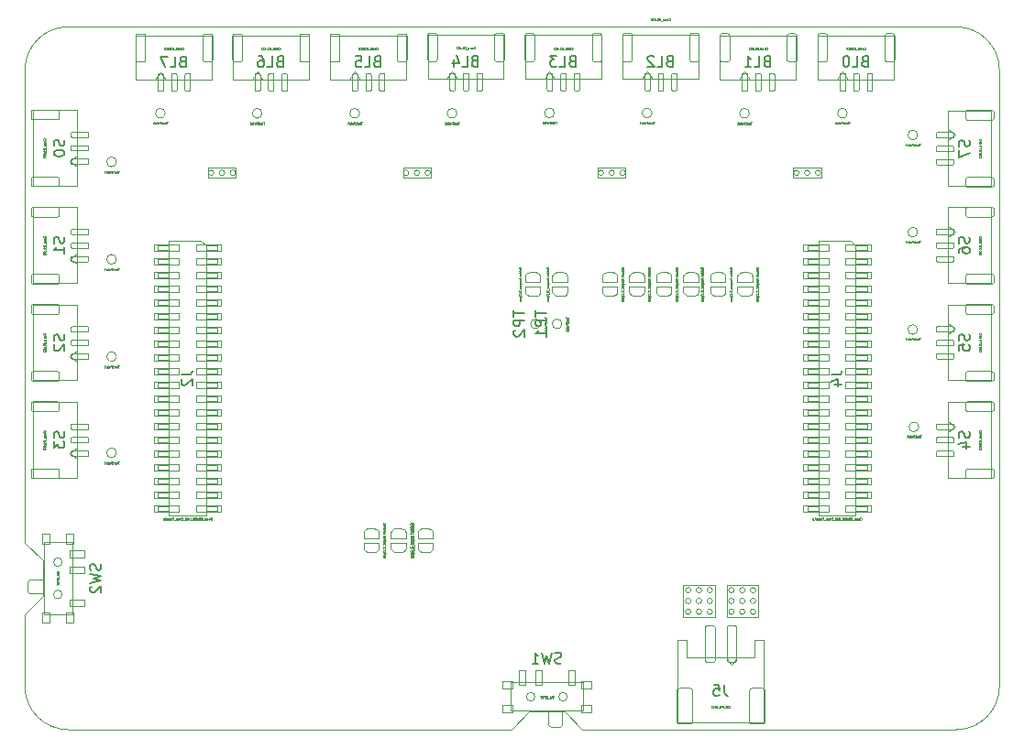
<source format=gbr>
G04 #@! TF.GenerationSoftware,KiCad,Pcbnew,(5.99.0-11031-gb4f5b6ef3c)*
G04 #@! TF.CreationDate,2021-06-15T20:59:54-04:00*
G04 #@! TF.ProjectId,FlySensei_Stack_Actuation_ECAD,466c7953-656e-4736-9569-5f537461636b,0.1*
G04 #@! TF.SameCoordinates,Original*
G04 #@! TF.FileFunction,AssemblyDrawing,Bot*
%FSLAX46Y46*%
G04 Gerber Fmt 4.6, Leading zero omitted, Abs format (unit mm)*
G04 Created by KiCad (PCBNEW (5.99.0-11031-gb4f5b6ef3c)) date 2021-06-15 20:59:54*
%MOMM*%
%LPD*%
G01*
G04 APERTURE LIST*
G04 #@! TA.AperFunction,Profile*
%ADD10C,0.100000*%
G04 #@! TD*
%ADD11C,0.050000*%
%ADD12C,0.150000*%
%ADD13C,0.100000*%
%ADD14C,0.100000*%
G04 #@! TD*
G04 APERTURE END LIST*
D10*
X136550000Y-128350000D02*
X134900000Y-130000000D01*
X136550000Y-128350000D02*
X139850000Y-128350000D01*
X139850000Y-128350000D02*
X141500000Y-130000000D01*
X91650000Y-114350000D02*
X91650000Y-117650000D01*
X180000000Y-69000000D02*
X180000000Y-126000000D01*
X180000000Y-69000000D02*
G75*
G03*
X176000000Y-65000000I-4000000J0D01*
G01*
X91650000Y-114350000D02*
X90000000Y-112700000D01*
X141500000Y-130000000D02*
X176000000Y-130000000D01*
X94000000Y-65000000D02*
X176000000Y-65000000D01*
X91650000Y-117650000D02*
X90000000Y-119300000D01*
X90000000Y-126000000D02*
G75*
G03*
X94000000Y-130000000I4000000J0D01*
G01*
X134900000Y-130000000D02*
X94000000Y-130000000D01*
X94000000Y-65000000D02*
G75*
G03*
X90000000Y-69000000I0J-4000000D01*
G01*
X176000000Y-130000000D02*
G75*
G03*
X180000000Y-126000000I0J4000000D01*
G01*
X90000000Y-119300000D02*
X90000000Y-126000000D01*
X90000000Y-112700000D02*
X90000000Y-69000000D01*
D11*
G04 #@! TO.C,TP15*
X172766666Y-102770476D02*
X172652380Y-102770476D01*
X172709523Y-102970476D02*
X172709523Y-102770476D01*
X172509523Y-102960952D02*
X172528571Y-102970476D01*
X172566666Y-102970476D01*
X172585714Y-102960952D01*
X172595238Y-102941904D01*
X172595238Y-102865714D01*
X172585714Y-102846666D01*
X172566666Y-102837142D01*
X172528571Y-102837142D01*
X172509523Y-102846666D01*
X172500000Y-102865714D01*
X172500000Y-102884761D01*
X172595238Y-102903809D01*
X172423809Y-102960952D02*
X172404761Y-102970476D01*
X172366666Y-102970476D01*
X172347619Y-102960952D01*
X172338095Y-102941904D01*
X172338095Y-102932380D01*
X172347619Y-102913333D01*
X172366666Y-102903809D01*
X172395238Y-102903809D01*
X172414285Y-102894285D01*
X172423809Y-102875238D01*
X172423809Y-102865714D01*
X172414285Y-102846666D01*
X172395238Y-102837142D01*
X172366666Y-102837142D01*
X172347619Y-102846666D01*
X172280952Y-102837142D02*
X172204761Y-102837142D01*
X172252380Y-102770476D02*
X172252380Y-102941904D01*
X172242857Y-102960952D01*
X172223809Y-102970476D01*
X172204761Y-102970476D01*
X172138095Y-102970476D02*
X172138095Y-102770476D01*
X172061904Y-102770476D01*
X172042857Y-102780000D01*
X172033333Y-102789523D01*
X172023809Y-102808571D01*
X172023809Y-102837142D01*
X172033333Y-102856190D01*
X172042857Y-102865714D01*
X172061904Y-102875238D01*
X172138095Y-102875238D01*
X171909523Y-102970476D02*
X171928571Y-102960952D01*
X171938095Y-102951428D01*
X171947619Y-102932380D01*
X171947619Y-102875238D01*
X171938095Y-102856190D01*
X171928571Y-102846666D01*
X171909523Y-102837142D01*
X171880952Y-102837142D01*
X171861904Y-102846666D01*
X171852380Y-102856190D01*
X171842857Y-102875238D01*
X171842857Y-102932380D01*
X171852380Y-102951428D01*
X171861904Y-102960952D01*
X171880952Y-102970476D01*
X171909523Y-102970476D01*
X171757142Y-102970476D02*
X171757142Y-102837142D01*
X171757142Y-102770476D02*
X171766666Y-102780000D01*
X171757142Y-102789523D01*
X171747619Y-102780000D01*
X171757142Y-102770476D01*
X171757142Y-102789523D01*
X171661904Y-102837142D02*
X171661904Y-102970476D01*
X171661904Y-102856190D02*
X171652380Y-102846666D01*
X171633333Y-102837142D01*
X171604761Y-102837142D01*
X171585714Y-102846666D01*
X171576190Y-102865714D01*
X171576190Y-102970476D01*
X171509523Y-102837142D02*
X171433333Y-102837142D01*
X171480952Y-102770476D02*
X171480952Y-102941904D01*
X171471428Y-102960952D01*
X171452380Y-102970476D01*
X171433333Y-102970476D01*
G04 #@! TO.C,JP2*
X155260952Y-87204761D02*
X155270476Y-87233333D01*
X155270476Y-87280952D01*
X155260952Y-87300000D01*
X155251428Y-87309523D01*
X155232380Y-87319047D01*
X155213333Y-87319047D01*
X155194285Y-87309523D01*
X155184761Y-87300000D01*
X155175238Y-87280952D01*
X155165714Y-87242857D01*
X155156190Y-87223809D01*
X155146666Y-87214285D01*
X155127619Y-87204761D01*
X155108571Y-87204761D01*
X155089523Y-87214285D01*
X155080000Y-87223809D01*
X155070476Y-87242857D01*
X155070476Y-87290476D01*
X155080000Y-87319047D01*
X155270476Y-87433333D02*
X155260952Y-87414285D01*
X155251428Y-87404761D01*
X155232380Y-87395238D01*
X155175238Y-87395238D01*
X155156190Y-87404761D01*
X155146666Y-87414285D01*
X155137142Y-87433333D01*
X155137142Y-87461904D01*
X155146666Y-87480952D01*
X155156190Y-87490476D01*
X155175238Y-87500000D01*
X155232380Y-87500000D01*
X155251428Y-87490476D01*
X155260952Y-87480952D01*
X155270476Y-87461904D01*
X155270476Y-87433333D01*
X155270476Y-87614285D02*
X155260952Y-87595238D01*
X155241904Y-87585714D01*
X155070476Y-87585714D01*
X155270476Y-87776190D02*
X155070476Y-87776190D01*
X155260952Y-87776190D02*
X155270476Y-87757142D01*
X155270476Y-87719047D01*
X155260952Y-87700000D01*
X155251428Y-87690476D01*
X155232380Y-87680952D01*
X155175238Y-87680952D01*
X155156190Y-87690476D01*
X155146666Y-87700000D01*
X155137142Y-87719047D01*
X155137142Y-87757142D01*
X155146666Y-87776190D01*
X155260952Y-87947619D02*
X155270476Y-87928571D01*
X155270476Y-87890476D01*
X155260952Y-87871428D01*
X155241904Y-87861904D01*
X155165714Y-87861904D01*
X155146666Y-87871428D01*
X155137142Y-87890476D01*
X155137142Y-87928571D01*
X155146666Y-87947619D01*
X155165714Y-87957142D01*
X155184761Y-87957142D01*
X155203809Y-87861904D01*
X155270476Y-88042857D02*
X155137142Y-88042857D01*
X155175238Y-88042857D02*
X155156190Y-88052380D01*
X155146666Y-88061904D01*
X155137142Y-88080952D01*
X155137142Y-88100000D01*
X155070476Y-88223809D02*
X155213333Y-88223809D01*
X155241904Y-88214285D01*
X155260952Y-88195238D01*
X155270476Y-88166666D01*
X155270476Y-88147619D01*
X155137142Y-88404761D02*
X155270476Y-88404761D01*
X155137142Y-88319047D02*
X155241904Y-88319047D01*
X155260952Y-88328571D01*
X155270476Y-88347619D01*
X155270476Y-88376190D01*
X155260952Y-88395238D01*
X155251428Y-88404761D01*
X155270476Y-88500000D02*
X155137142Y-88500000D01*
X155156190Y-88500000D02*
X155146666Y-88509523D01*
X155137142Y-88528571D01*
X155137142Y-88557142D01*
X155146666Y-88576190D01*
X155165714Y-88585714D01*
X155270476Y-88585714D01*
X155165714Y-88585714D02*
X155146666Y-88595238D01*
X155137142Y-88614285D01*
X155137142Y-88642857D01*
X155146666Y-88661904D01*
X155165714Y-88671428D01*
X155270476Y-88671428D01*
X155137142Y-88766666D02*
X155337142Y-88766666D01*
X155146666Y-88766666D02*
X155137142Y-88785714D01*
X155137142Y-88823809D01*
X155146666Y-88842857D01*
X155156190Y-88852380D01*
X155175238Y-88861904D01*
X155232380Y-88861904D01*
X155251428Y-88852380D01*
X155260952Y-88842857D01*
X155270476Y-88823809D01*
X155270476Y-88785714D01*
X155260952Y-88766666D01*
X155260952Y-89023809D02*
X155270476Y-89004761D01*
X155270476Y-88966666D01*
X155260952Y-88947619D01*
X155241904Y-88938095D01*
X155165714Y-88938095D01*
X155146666Y-88947619D01*
X155137142Y-88966666D01*
X155137142Y-89004761D01*
X155146666Y-89023809D01*
X155165714Y-89033333D01*
X155184761Y-89033333D01*
X155203809Y-88938095D01*
X155270476Y-89119047D02*
X155137142Y-89119047D01*
X155175238Y-89119047D02*
X155156190Y-89128571D01*
X155146666Y-89138095D01*
X155137142Y-89157142D01*
X155137142Y-89176190D01*
X155289523Y-89195238D02*
X155289523Y-89347619D01*
X155089523Y-89385714D02*
X155080000Y-89395238D01*
X155070476Y-89414285D01*
X155070476Y-89461904D01*
X155080000Y-89480952D01*
X155089523Y-89490476D01*
X155108571Y-89500000D01*
X155127619Y-89500000D01*
X155156190Y-89490476D01*
X155270476Y-89376190D01*
X155270476Y-89500000D01*
X155289523Y-89538095D02*
X155289523Y-89690476D01*
X155070476Y-89776190D02*
X155070476Y-89814285D01*
X155080000Y-89833333D01*
X155099047Y-89852380D01*
X155137142Y-89861904D01*
X155203809Y-89861904D01*
X155241904Y-89852380D01*
X155260952Y-89833333D01*
X155270476Y-89814285D01*
X155270476Y-89776190D01*
X155260952Y-89757142D01*
X155241904Y-89738095D01*
X155203809Y-89728571D01*
X155137142Y-89728571D01*
X155099047Y-89738095D01*
X155080000Y-89757142D01*
X155070476Y-89776190D01*
X155137142Y-89947619D02*
X155337142Y-89947619D01*
X155146666Y-89947619D02*
X155137142Y-89966666D01*
X155137142Y-90004761D01*
X155146666Y-90023809D01*
X155156190Y-90033333D01*
X155175238Y-90042857D01*
X155232380Y-90042857D01*
X155251428Y-90033333D01*
X155260952Y-90023809D01*
X155270476Y-90004761D01*
X155270476Y-89966666D01*
X155260952Y-89947619D01*
X155260952Y-90204761D02*
X155270476Y-90185714D01*
X155270476Y-90147619D01*
X155260952Y-90128571D01*
X155241904Y-90119047D01*
X155165714Y-90119047D01*
X155146666Y-90128571D01*
X155137142Y-90147619D01*
X155137142Y-90185714D01*
X155146666Y-90204761D01*
X155165714Y-90214285D01*
X155184761Y-90214285D01*
X155203809Y-90119047D01*
X155137142Y-90300000D02*
X155270476Y-90300000D01*
X155156190Y-90300000D02*
X155146666Y-90309523D01*
X155137142Y-90328571D01*
X155137142Y-90357142D01*
X155146666Y-90376190D01*
X155165714Y-90385714D01*
X155270476Y-90385714D01*
G04 #@! TO.C,BL2*
X149447619Y-64401428D02*
X149457142Y-64410952D01*
X149485714Y-64420476D01*
X149504761Y-64420476D01*
X149533333Y-64410952D01*
X149552380Y-64391904D01*
X149561904Y-64372857D01*
X149571428Y-64334761D01*
X149571428Y-64306190D01*
X149561904Y-64268095D01*
X149552380Y-64249047D01*
X149533333Y-64230000D01*
X149504761Y-64220476D01*
X149485714Y-64220476D01*
X149457142Y-64230000D01*
X149447619Y-64239523D01*
X149333333Y-64420476D02*
X149352380Y-64410952D01*
X149361904Y-64401428D01*
X149371428Y-64382380D01*
X149371428Y-64325238D01*
X149361904Y-64306190D01*
X149352380Y-64296666D01*
X149333333Y-64287142D01*
X149304761Y-64287142D01*
X149285714Y-64296666D01*
X149276190Y-64306190D01*
X149266666Y-64325238D01*
X149266666Y-64382380D01*
X149276190Y-64401428D01*
X149285714Y-64410952D01*
X149304761Y-64420476D01*
X149333333Y-64420476D01*
X149180952Y-64287142D02*
X149180952Y-64420476D01*
X149180952Y-64306190D02*
X149171428Y-64296666D01*
X149152380Y-64287142D01*
X149123809Y-64287142D01*
X149104761Y-64296666D01*
X149095238Y-64315714D01*
X149095238Y-64420476D01*
X149000000Y-64287142D02*
X149000000Y-64420476D01*
X149000000Y-64306190D02*
X148990476Y-64296666D01*
X148971428Y-64287142D01*
X148942857Y-64287142D01*
X148923809Y-64296666D01*
X148914285Y-64315714D01*
X148914285Y-64420476D01*
X148866666Y-64439523D02*
X148714285Y-64439523D01*
X148628571Y-64220476D02*
X148609523Y-64220476D01*
X148590476Y-64230000D01*
X148580952Y-64239523D01*
X148571428Y-64258571D01*
X148561904Y-64296666D01*
X148561904Y-64344285D01*
X148571428Y-64382380D01*
X148580952Y-64401428D01*
X148590476Y-64410952D01*
X148609523Y-64420476D01*
X148628571Y-64420476D01*
X148647619Y-64410952D01*
X148657142Y-64401428D01*
X148666666Y-64382380D01*
X148676190Y-64344285D01*
X148676190Y-64296666D01*
X148666666Y-64258571D01*
X148657142Y-64239523D01*
X148647619Y-64230000D01*
X148628571Y-64220476D01*
X148371428Y-64420476D02*
X148485714Y-64420476D01*
X148428571Y-64420476D02*
X148428571Y-64220476D01*
X148447619Y-64249047D01*
X148466666Y-64268095D01*
X148485714Y-64277619D01*
X148304761Y-64420476D02*
X148200000Y-64287142D01*
X148304761Y-64287142D02*
X148200000Y-64420476D01*
X148085714Y-64220476D02*
X148066666Y-64220476D01*
X148047619Y-64230000D01*
X148038095Y-64239523D01*
X148028571Y-64258571D01*
X148019047Y-64296666D01*
X148019047Y-64344285D01*
X148028571Y-64382380D01*
X148038095Y-64401428D01*
X148047619Y-64410952D01*
X148066666Y-64420476D01*
X148085714Y-64420476D01*
X148104761Y-64410952D01*
X148114285Y-64401428D01*
X148123809Y-64382380D01*
X148133333Y-64344285D01*
X148133333Y-64296666D01*
X148123809Y-64258571D01*
X148114285Y-64239523D01*
X148104761Y-64230000D01*
X148085714Y-64220476D01*
X147952380Y-64220476D02*
X147828571Y-64220476D01*
X147895238Y-64296666D01*
X147866666Y-64296666D01*
X147847619Y-64306190D01*
X147838095Y-64315714D01*
X147828571Y-64334761D01*
X147828571Y-64382380D01*
X147838095Y-64401428D01*
X147847619Y-64410952D01*
X147866666Y-64420476D01*
X147923809Y-64420476D01*
X147942857Y-64410952D01*
X147952380Y-64401428D01*
D12*
X149509523Y-68158571D02*
X149366666Y-68206190D01*
X149319047Y-68253809D01*
X149271428Y-68349047D01*
X149271428Y-68491904D01*
X149319047Y-68587142D01*
X149366666Y-68634761D01*
X149461904Y-68682380D01*
X149842857Y-68682380D01*
X149842857Y-67682380D01*
X149509523Y-67682380D01*
X149414285Y-67730000D01*
X149366666Y-67777619D01*
X149319047Y-67872857D01*
X149319047Y-67968095D01*
X149366666Y-68063333D01*
X149414285Y-68110952D01*
X149509523Y-68158571D01*
X149842857Y-68158571D01*
X148366666Y-68682380D02*
X148842857Y-68682380D01*
X148842857Y-67682380D01*
X148080952Y-67777619D02*
X148033333Y-67730000D01*
X147938095Y-67682380D01*
X147700000Y-67682380D01*
X147604761Y-67730000D01*
X147557142Y-67777619D01*
X147509523Y-67872857D01*
X147509523Y-67968095D01*
X147557142Y-68110952D01*
X148128571Y-68682380D01*
X147509523Y-68682380D01*
D11*
G04 #@! TO.C,TP9*
X112116666Y-73820477D02*
X112002380Y-73820477D01*
X112059523Y-74020477D02*
X112059523Y-73820477D01*
X111859523Y-74010953D02*
X111878571Y-74020477D01*
X111916666Y-74020477D01*
X111935714Y-74010953D01*
X111945238Y-73991905D01*
X111945238Y-73915715D01*
X111935714Y-73896667D01*
X111916666Y-73887143D01*
X111878571Y-73887143D01*
X111859523Y-73896667D01*
X111850000Y-73915715D01*
X111850000Y-73934762D01*
X111945238Y-73953810D01*
X111773809Y-74010953D02*
X111754761Y-74020477D01*
X111716666Y-74020477D01*
X111697619Y-74010953D01*
X111688095Y-73991905D01*
X111688095Y-73982381D01*
X111697619Y-73963334D01*
X111716666Y-73953810D01*
X111745238Y-73953810D01*
X111764285Y-73944286D01*
X111773809Y-73925239D01*
X111773809Y-73915715D01*
X111764285Y-73896667D01*
X111745238Y-73887143D01*
X111716666Y-73887143D01*
X111697619Y-73896667D01*
X111630952Y-73887143D02*
X111554761Y-73887143D01*
X111602380Y-73820477D02*
X111602380Y-73991905D01*
X111592857Y-74010953D01*
X111573809Y-74020477D01*
X111554761Y-74020477D01*
X111488095Y-74020477D02*
X111488095Y-73820477D01*
X111411904Y-73820477D01*
X111392857Y-73830001D01*
X111383333Y-73839524D01*
X111373809Y-73858572D01*
X111373809Y-73887143D01*
X111383333Y-73906191D01*
X111392857Y-73915715D01*
X111411904Y-73925239D01*
X111488095Y-73925239D01*
X111259523Y-74020477D02*
X111278571Y-74010953D01*
X111288095Y-74001429D01*
X111297619Y-73982381D01*
X111297619Y-73925239D01*
X111288095Y-73906191D01*
X111278571Y-73896667D01*
X111259523Y-73887143D01*
X111230952Y-73887143D01*
X111211904Y-73896667D01*
X111202380Y-73906191D01*
X111192857Y-73925239D01*
X111192857Y-73982381D01*
X111202380Y-74001429D01*
X111211904Y-74010953D01*
X111230952Y-74020477D01*
X111259523Y-74020477D01*
X111107142Y-74020477D02*
X111107142Y-73887143D01*
X111107142Y-73820477D02*
X111116666Y-73830001D01*
X111107142Y-73839524D01*
X111097619Y-73830001D01*
X111107142Y-73820477D01*
X111107142Y-73839524D01*
X111011904Y-73887143D02*
X111011904Y-74020477D01*
X111011904Y-73906191D02*
X111002380Y-73896667D01*
X110983333Y-73887143D01*
X110954761Y-73887143D01*
X110935714Y-73896667D01*
X110926190Y-73915715D01*
X110926190Y-74020477D01*
X110859523Y-73887143D02*
X110783333Y-73887143D01*
X110830952Y-73820477D02*
X110830952Y-73991905D01*
X110821428Y-74010953D01*
X110802380Y-74020477D01*
X110783333Y-74020477D01*
G04 #@! TO.C,JP3*
X152610952Y-87204761D02*
X152620476Y-87233333D01*
X152620476Y-87280952D01*
X152610952Y-87300000D01*
X152601428Y-87309523D01*
X152582380Y-87319047D01*
X152563333Y-87319047D01*
X152544285Y-87309523D01*
X152534761Y-87300000D01*
X152525238Y-87280952D01*
X152515714Y-87242857D01*
X152506190Y-87223809D01*
X152496666Y-87214285D01*
X152477619Y-87204761D01*
X152458571Y-87204761D01*
X152439523Y-87214285D01*
X152430000Y-87223809D01*
X152420476Y-87242857D01*
X152420476Y-87290476D01*
X152430000Y-87319047D01*
X152620476Y-87433333D02*
X152610952Y-87414285D01*
X152601428Y-87404761D01*
X152582380Y-87395238D01*
X152525238Y-87395238D01*
X152506190Y-87404761D01*
X152496666Y-87414285D01*
X152487142Y-87433333D01*
X152487142Y-87461904D01*
X152496666Y-87480952D01*
X152506190Y-87490476D01*
X152525238Y-87500000D01*
X152582380Y-87500000D01*
X152601428Y-87490476D01*
X152610952Y-87480952D01*
X152620476Y-87461904D01*
X152620476Y-87433333D01*
X152620476Y-87614285D02*
X152610952Y-87595238D01*
X152591904Y-87585714D01*
X152420476Y-87585714D01*
X152620476Y-87776190D02*
X152420476Y-87776190D01*
X152610952Y-87776190D02*
X152620476Y-87757142D01*
X152620476Y-87719047D01*
X152610952Y-87700000D01*
X152601428Y-87690476D01*
X152582380Y-87680952D01*
X152525238Y-87680952D01*
X152506190Y-87690476D01*
X152496666Y-87700000D01*
X152487142Y-87719047D01*
X152487142Y-87757142D01*
X152496666Y-87776190D01*
X152610952Y-87947619D02*
X152620476Y-87928571D01*
X152620476Y-87890476D01*
X152610952Y-87871428D01*
X152591904Y-87861904D01*
X152515714Y-87861904D01*
X152496666Y-87871428D01*
X152487142Y-87890476D01*
X152487142Y-87928571D01*
X152496666Y-87947619D01*
X152515714Y-87957142D01*
X152534761Y-87957142D01*
X152553809Y-87861904D01*
X152620476Y-88042857D02*
X152487142Y-88042857D01*
X152525238Y-88042857D02*
X152506190Y-88052380D01*
X152496666Y-88061904D01*
X152487142Y-88080952D01*
X152487142Y-88100000D01*
X152420476Y-88223809D02*
X152563333Y-88223809D01*
X152591904Y-88214285D01*
X152610952Y-88195238D01*
X152620476Y-88166666D01*
X152620476Y-88147619D01*
X152487142Y-88404761D02*
X152620476Y-88404761D01*
X152487142Y-88319047D02*
X152591904Y-88319047D01*
X152610952Y-88328571D01*
X152620476Y-88347619D01*
X152620476Y-88376190D01*
X152610952Y-88395238D01*
X152601428Y-88404761D01*
X152620476Y-88500000D02*
X152487142Y-88500000D01*
X152506190Y-88500000D02*
X152496666Y-88509523D01*
X152487142Y-88528571D01*
X152487142Y-88557142D01*
X152496666Y-88576190D01*
X152515714Y-88585714D01*
X152620476Y-88585714D01*
X152515714Y-88585714D02*
X152496666Y-88595238D01*
X152487142Y-88614285D01*
X152487142Y-88642857D01*
X152496666Y-88661904D01*
X152515714Y-88671428D01*
X152620476Y-88671428D01*
X152487142Y-88766666D02*
X152687142Y-88766666D01*
X152496666Y-88766666D02*
X152487142Y-88785714D01*
X152487142Y-88823809D01*
X152496666Y-88842857D01*
X152506190Y-88852380D01*
X152525238Y-88861904D01*
X152582380Y-88861904D01*
X152601428Y-88852380D01*
X152610952Y-88842857D01*
X152620476Y-88823809D01*
X152620476Y-88785714D01*
X152610952Y-88766666D01*
X152610952Y-89023809D02*
X152620476Y-89004761D01*
X152620476Y-88966666D01*
X152610952Y-88947619D01*
X152591904Y-88938095D01*
X152515714Y-88938095D01*
X152496666Y-88947619D01*
X152487142Y-88966666D01*
X152487142Y-89004761D01*
X152496666Y-89023809D01*
X152515714Y-89033333D01*
X152534761Y-89033333D01*
X152553809Y-88938095D01*
X152620476Y-89119047D02*
X152487142Y-89119047D01*
X152525238Y-89119047D02*
X152506190Y-89128571D01*
X152496666Y-89138095D01*
X152487142Y-89157142D01*
X152487142Y-89176190D01*
X152639523Y-89195238D02*
X152639523Y-89347619D01*
X152439523Y-89385714D02*
X152430000Y-89395238D01*
X152420476Y-89414285D01*
X152420476Y-89461904D01*
X152430000Y-89480952D01*
X152439523Y-89490476D01*
X152458571Y-89500000D01*
X152477619Y-89500000D01*
X152506190Y-89490476D01*
X152620476Y-89376190D01*
X152620476Y-89500000D01*
X152639523Y-89538095D02*
X152639523Y-89690476D01*
X152420476Y-89776190D02*
X152420476Y-89814285D01*
X152430000Y-89833333D01*
X152449047Y-89852380D01*
X152487142Y-89861904D01*
X152553809Y-89861904D01*
X152591904Y-89852380D01*
X152610952Y-89833333D01*
X152620476Y-89814285D01*
X152620476Y-89776190D01*
X152610952Y-89757142D01*
X152591904Y-89738095D01*
X152553809Y-89728571D01*
X152487142Y-89728571D01*
X152449047Y-89738095D01*
X152430000Y-89757142D01*
X152420476Y-89776190D01*
X152487142Y-89947619D02*
X152687142Y-89947619D01*
X152496666Y-89947619D02*
X152487142Y-89966666D01*
X152487142Y-90004761D01*
X152496666Y-90023809D01*
X152506190Y-90033333D01*
X152525238Y-90042857D01*
X152582380Y-90042857D01*
X152601428Y-90033333D01*
X152610952Y-90023809D01*
X152620476Y-90004761D01*
X152620476Y-89966666D01*
X152610952Y-89947619D01*
X152610952Y-90204761D02*
X152620476Y-90185714D01*
X152620476Y-90147619D01*
X152610952Y-90128571D01*
X152591904Y-90119047D01*
X152515714Y-90119047D01*
X152496666Y-90128571D01*
X152487142Y-90147619D01*
X152487142Y-90185714D01*
X152496666Y-90204761D01*
X152515714Y-90214285D01*
X152534761Y-90214285D01*
X152553809Y-90119047D01*
X152487142Y-90300000D02*
X152620476Y-90300000D01*
X152506190Y-90300000D02*
X152496666Y-90309523D01*
X152487142Y-90328571D01*
X152487142Y-90357142D01*
X152496666Y-90376190D01*
X152515714Y-90385714D01*
X152620476Y-90385714D01*
G04 #@! TO.C,TP18*
X172666666Y-75820476D02*
X172552380Y-75820476D01*
X172609523Y-76020476D02*
X172609523Y-75820476D01*
X172409523Y-76010952D02*
X172428571Y-76020476D01*
X172466666Y-76020476D01*
X172485714Y-76010952D01*
X172495238Y-75991904D01*
X172495238Y-75915714D01*
X172485714Y-75896666D01*
X172466666Y-75887142D01*
X172428571Y-75887142D01*
X172409523Y-75896666D01*
X172400000Y-75915714D01*
X172400000Y-75934761D01*
X172495238Y-75953809D01*
X172323809Y-76010952D02*
X172304761Y-76020476D01*
X172266666Y-76020476D01*
X172247619Y-76010952D01*
X172238095Y-75991904D01*
X172238095Y-75982380D01*
X172247619Y-75963333D01*
X172266666Y-75953809D01*
X172295238Y-75953809D01*
X172314285Y-75944285D01*
X172323809Y-75925238D01*
X172323809Y-75915714D01*
X172314285Y-75896666D01*
X172295238Y-75887142D01*
X172266666Y-75887142D01*
X172247619Y-75896666D01*
X172180952Y-75887142D02*
X172104761Y-75887142D01*
X172152380Y-75820476D02*
X172152380Y-75991904D01*
X172142857Y-76010952D01*
X172123809Y-76020476D01*
X172104761Y-76020476D01*
X172038095Y-76020476D02*
X172038095Y-75820476D01*
X171961904Y-75820476D01*
X171942857Y-75830000D01*
X171933333Y-75839523D01*
X171923809Y-75858571D01*
X171923809Y-75887142D01*
X171933333Y-75906190D01*
X171942857Y-75915714D01*
X171961904Y-75925238D01*
X172038095Y-75925238D01*
X171809523Y-76020476D02*
X171828571Y-76010952D01*
X171838095Y-76001428D01*
X171847619Y-75982380D01*
X171847619Y-75925238D01*
X171838095Y-75906190D01*
X171828571Y-75896666D01*
X171809523Y-75887142D01*
X171780952Y-75887142D01*
X171761904Y-75896666D01*
X171752380Y-75906190D01*
X171742857Y-75925238D01*
X171742857Y-75982380D01*
X171752380Y-76001428D01*
X171761904Y-76010952D01*
X171780952Y-76020476D01*
X171809523Y-76020476D01*
X171657142Y-76020476D02*
X171657142Y-75887142D01*
X171657142Y-75820476D02*
X171666666Y-75830000D01*
X171657142Y-75839523D01*
X171647619Y-75830000D01*
X171657142Y-75820476D01*
X171657142Y-75839523D01*
X171561904Y-75887142D02*
X171561904Y-76020476D01*
X171561904Y-75906190D02*
X171552380Y-75896666D01*
X171533333Y-75887142D01*
X171504761Y-75887142D01*
X171485714Y-75896666D01*
X171476190Y-75915714D01*
X171476190Y-76020476D01*
X171409523Y-75887142D02*
X171333333Y-75887142D01*
X171380952Y-75820476D02*
X171380952Y-75991904D01*
X171371428Y-76010952D01*
X171352380Y-76020476D01*
X171333333Y-76020476D01*
G04 #@! TO.C,S7*
X178271428Y-75502380D02*
X178280952Y-75492857D01*
X178290476Y-75464285D01*
X178290476Y-75445238D01*
X178280952Y-75416666D01*
X178261904Y-75397619D01*
X178242857Y-75388095D01*
X178204761Y-75378571D01*
X178176190Y-75378571D01*
X178138095Y-75388095D01*
X178119047Y-75397619D01*
X178100000Y-75416666D01*
X178090476Y-75445238D01*
X178090476Y-75464285D01*
X178100000Y-75492857D01*
X178109523Y-75502380D01*
X178290476Y-75616666D02*
X178280952Y-75597619D01*
X178271428Y-75588095D01*
X178252380Y-75578571D01*
X178195238Y-75578571D01*
X178176190Y-75588095D01*
X178166666Y-75597619D01*
X178157142Y-75616666D01*
X178157142Y-75645238D01*
X178166666Y-75664285D01*
X178176190Y-75673809D01*
X178195238Y-75683333D01*
X178252380Y-75683333D01*
X178271428Y-75673809D01*
X178280952Y-75664285D01*
X178290476Y-75645238D01*
X178290476Y-75616666D01*
X178157142Y-75769047D02*
X178290476Y-75769047D01*
X178176190Y-75769047D02*
X178166666Y-75778571D01*
X178157142Y-75797619D01*
X178157142Y-75826190D01*
X178166666Y-75845238D01*
X178185714Y-75854761D01*
X178290476Y-75854761D01*
X178157142Y-75950000D02*
X178290476Y-75950000D01*
X178176190Y-75950000D02*
X178166666Y-75959523D01*
X178157142Y-75978571D01*
X178157142Y-76007142D01*
X178166666Y-76026190D01*
X178185714Y-76035714D01*
X178290476Y-76035714D01*
X178309523Y-76083333D02*
X178309523Y-76235714D01*
X178090476Y-76321428D02*
X178090476Y-76340476D01*
X178100000Y-76359523D01*
X178109523Y-76369047D01*
X178128571Y-76378571D01*
X178166666Y-76388095D01*
X178214285Y-76388095D01*
X178252380Y-76378571D01*
X178271428Y-76369047D01*
X178280952Y-76359523D01*
X178290476Y-76340476D01*
X178290476Y-76321428D01*
X178280952Y-76302380D01*
X178271428Y-76292857D01*
X178252380Y-76283333D01*
X178214285Y-76273809D01*
X178166666Y-76273809D01*
X178128571Y-76283333D01*
X178109523Y-76292857D01*
X178100000Y-76302380D01*
X178090476Y-76321428D01*
X178290476Y-76578571D02*
X178290476Y-76464285D01*
X178290476Y-76521428D02*
X178090476Y-76521428D01*
X178119047Y-76502380D01*
X178138095Y-76483333D01*
X178147619Y-76464285D01*
X178290476Y-76645238D02*
X178157142Y-76750000D01*
X178157142Y-76645238D02*
X178290476Y-76750000D01*
X178090476Y-76864285D02*
X178090476Y-76883333D01*
X178100000Y-76902380D01*
X178109523Y-76911904D01*
X178128571Y-76921428D01*
X178166666Y-76930952D01*
X178214285Y-76930952D01*
X178252380Y-76921428D01*
X178271428Y-76911904D01*
X178280952Y-76902380D01*
X178290476Y-76883333D01*
X178290476Y-76864285D01*
X178280952Y-76845238D01*
X178271428Y-76835714D01*
X178252380Y-76826190D01*
X178214285Y-76816666D01*
X178166666Y-76816666D01*
X178128571Y-76826190D01*
X178109523Y-76835714D01*
X178100000Y-76845238D01*
X178090476Y-76864285D01*
X178090476Y-76997619D02*
X178090476Y-77121428D01*
X178166666Y-77054761D01*
X178166666Y-77083333D01*
X178176190Y-77102380D01*
X178185714Y-77111904D01*
X178204761Y-77121428D01*
X178252380Y-77121428D01*
X178271428Y-77111904D01*
X178280952Y-77102380D01*
X178290476Y-77083333D01*
X178290476Y-77026190D01*
X178280952Y-77007142D01*
X178271428Y-76997619D01*
D12*
X177204761Y-75488095D02*
X177252380Y-75630952D01*
X177252380Y-75869047D01*
X177204761Y-75964285D01*
X177157142Y-76011904D01*
X177061904Y-76059523D01*
X176966666Y-76059523D01*
X176871428Y-76011904D01*
X176823809Y-75964285D01*
X176776190Y-75869047D01*
X176728571Y-75678571D01*
X176680952Y-75583333D01*
X176633333Y-75535714D01*
X176538095Y-75488095D01*
X176442857Y-75488095D01*
X176347619Y-75535714D01*
X176300000Y-75583333D01*
X176252380Y-75678571D01*
X176252380Y-75916666D01*
X176300000Y-76059523D01*
X176252380Y-76392857D02*
X176252380Y-77059523D01*
X177252380Y-76630952D01*
D11*
G04 #@! TO.C,JP5*
X147710952Y-87204761D02*
X147720476Y-87233333D01*
X147720476Y-87280952D01*
X147710952Y-87300000D01*
X147701428Y-87309523D01*
X147682380Y-87319047D01*
X147663333Y-87319047D01*
X147644285Y-87309523D01*
X147634761Y-87300000D01*
X147625238Y-87280952D01*
X147615714Y-87242857D01*
X147606190Y-87223809D01*
X147596666Y-87214285D01*
X147577619Y-87204761D01*
X147558571Y-87204761D01*
X147539523Y-87214285D01*
X147530000Y-87223809D01*
X147520476Y-87242857D01*
X147520476Y-87290476D01*
X147530000Y-87319047D01*
X147720476Y-87433333D02*
X147710952Y-87414285D01*
X147701428Y-87404761D01*
X147682380Y-87395238D01*
X147625238Y-87395238D01*
X147606190Y-87404761D01*
X147596666Y-87414285D01*
X147587142Y-87433333D01*
X147587142Y-87461904D01*
X147596666Y-87480952D01*
X147606190Y-87490476D01*
X147625238Y-87500000D01*
X147682380Y-87500000D01*
X147701428Y-87490476D01*
X147710952Y-87480952D01*
X147720476Y-87461904D01*
X147720476Y-87433333D01*
X147720476Y-87614285D02*
X147710952Y-87595238D01*
X147691904Y-87585714D01*
X147520476Y-87585714D01*
X147720476Y-87776190D02*
X147520476Y-87776190D01*
X147710952Y-87776190D02*
X147720476Y-87757142D01*
X147720476Y-87719047D01*
X147710952Y-87700000D01*
X147701428Y-87690476D01*
X147682380Y-87680952D01*
X147625238Y-87680952D01*
X147606190Y-87690476D01*
X147596666Y-87700000D01*
X147587142Y-87719047D01*
X147587142Y-87757142D01*
X147596666Y-87776190D01*
X147710952Y-87947619D02*
X147720476Y-87928571D01*
X147720476Y-87890476D01*
X147710952Y-87871428D01*
X147691904Y-87861904D01*
X147615714Y-87861904D01*
X147596666Y-87871428D01*
X147587142Y-87890476D01*
X147587142Y-87928571D01*
X147596666Y-87947619D01*
X147615714Y-87957142D01*
X147634761Y-87957142D01*
X147653809Y-87861904D01*
X147720476Y-88042857D02*
X147587142Y-88042857D01*
X147625238Y-88042857D02*
X147606190Y-88052380D01*
X147596666Y-88061904D01*
X147587142Y-88080952D01*
X147587142Y-88100000D01*
X147520476Y-88223809D02*
X147663333Y-88223809D01*
X147691904Y-88214285D01*
X147710952Y-88195238D01*
X147720476Y-88166666D01*
X147720476Y-88147619D01*
X147587142Y-88404761D02*
X147720476Y-88404761D01*
X147587142Y-88319047D02*
X147691904Y-88319047D01*
X147710952Y-88328571D01*
X147720476Y-88347619D01*
X147720476Y-88376190D01*
X147710952Y-88395238D01*
X147701428Y-88404761D01*
X147720476Y-88500000D02*
X147587142Y-88500000D01*
X147606190Y-88500000D02*
X147596666Y-88509523D01*
X147587142Y-88528571D01*
X147587142Y-88557142D01*
X147596666Y-88576190D01*
X147615714Y-88585714D01*
X147720476Y-88585714D01*
X147615714Y-88585714D02*
X147596666Y-88595238D01*
X147587142Y-88614285D01*
X147587142Y-88642857D01*
X147596666Y-88661904D01*
X147615714Y-88671428D01*
X147720476Y-88671428D01*
X147587142Y-88766666D02*
X147787142Y-88766666D01*
X147596666Y-88766666D02*
X147587142Y-88785714D01*
X147587142Y-88823809D01*
X147596666Y-88842857D01*
X147606190Y-88852380D01*
X147625238Y-88861904D01*
X147682380Y-88861904D01*
X147701428Y-88852380D01*
X147710952Y-88842857D01*
X147720476Y-88823809D01*
X147720476Y-88785714D01*
X147710952Y-88766666D01*
X147710952Y-89023809D02*
X147720476Y-89004761D01*
X147720476Y-88966666D01*
X147710952Y-88947619D01*
X147691904Y-88938095D01*
X147615714Y-88938095D01*
X147596666Y-88947619D01*
X147587142Y-88966666D01*
X147587142Y-89004761D01*
X147596666Y-89023809D01*
X147615714Y-89033333D01*
X147634761Y-89033333D01*
X147653809Y-88938095D01*
X147720476Y-89119047D02*
X147587142Y-89119047D01*
X147625238Y-89119047D02*
X147606190Y-89128571D01*
X147596666Y-89138095D01*
X147587142Y-89157142D01*
X147587142Y-89176190D01*
X147739523Y-89195238D02*
X147739523Y-89347619D01*
X147539523Y-89385714D02*
X147530000Y-89395238D01*
X147520476Y-89414285D01*
X147520476Y-89461904D01*
X147530000Y-89480952D01*
X147539523Y-89490476D01*
X147558571Y-89500000D01*
X147577619Y-89500000D01*
X147606190Y-89490476D01*
X147720476Y-89376190D01*
X147720476Y-89500000D01*
X147739523Y-89538095D02*
X147739523Y-89690476D01*
X147520476Y-89776190D02*
X147520476Y-89814285D01*
X147530000Y-89833333D01*
X147549047Y-89852380D01*
X147587142Y-89861904D01*
X147653809Y-89861904D01*
X147691904Y-89852380D01*
X147710952Y-89833333D01*
X147720476Y-89814285D01*
X147720476Y-89776190D01*
X147710952Y-89757142D01*
X147691904Y-89738095D01*
X147653809Y-89728571D01*
X147587142Y-89728571D01*
X147549047Y-89738095D01*
X147530000Y-89757142D01*
X147520476Y-89776190D01*
X147587142Y-89947619D02*
X147787142Y-89947619D01*
X147596666Y-89947619D02*
X147587142Y-89966666D01*
X147587142Y-90004761D01*
X147596666Y-90023809D01*
X147606190Y-90033333D01*
X147625238Y-90042857D01*
X147682380Y-90042857D01*
X147701428Y-90033333D01*
X147710952Y-90023809D01*
X147720476Y-90004761D01*
X147720476Y-89966666D01*
X147710952Y-89947619D01*
X147710952Y-90204761D02*
X147720476Y-90185714D01*
X147720476Y-90147619D01*
X147710952Y-90128571D01*
X147691904Y-90119047D01*
X147615714Y-90119047D01*
X147596666Y-90128571D01*
X147587142Y-90147619D01*
X147587142Y-90185714D01*
X147596666Y-90204761D01*
X147615714Y-90214285D01*
X147634761Y-90214285D01*
X147653809Y-90119047D01*
X147587142Y-90300000D02*
X147720476Y-90300000D01*
X147606190Y-90300000D02*
X147596666Y-90309523D01*
X147587142Y-90328571D01*
X147587142Y-90357142D01*
X147596666Y-90376190D01*
X147615714Y-90385714D01*
X147720476Y-90385714D01*
G04 #@! TO.C,J2*
X107138095Y-110571428D02*
X107147619Y-110580952D01*
X107176190Y-110590476D01*
X107195238Y-110590476D01*
X107223809Y-110580952D01*
X107242857Y-110561904D01*
X107252380Y-110542857D01*
X107261904Y-110504761D01*
X107261904Y-110476190D01*
X107252380Y-110438095D01*
X107242857Y-110419047D01*
X107223809Y-110400000D01*
X107195238Y-110390476D01*
X107176190Y-110390476D01*
X107147619Y-110400000D01*
X107138095Y-110409523D01*
X107023809Y-110590476D02*
X107042857Y-110580952D01*
X107052380Y-110571428D01*
X107061904Y-110552380D01*
X107061904Y-110495238D01*
X107052380Y-110476190D01*
X107042857Y-110466666D01*
X107023809Y-110457142D01*
X106995238Y-110457142D01*
X106976190Y-110466666D01*
X106966666Y-110476190D01*
X106957142Y-110495238D01*
X106957142Y-110552380D01*
X106966666Y-110571428D01*
X106976190Y-110580952D01*
X106995238Y-110590476D01*
X107023809Y-110590476D01*
X106871428Y-110457142D02*
X106871428Y-110590476D01*
X106871428Y-110476190D02*
X106861904Y-110466666D01*
X106842857Y-110457142D01*
X106814285Y-110457142D01*
X106795238Y-110466666D01*
X106785714Y-110485714D01*
X106785714Y-110590476D01*
X106690476Y-110457142D02*
X106690476Y-110590476D01*
X106690476Y-110476190D02*
X106680952Y-110466666D01*
X106661904Y-110457142D01*
X106633333Y-110457142D01*
X106614285Y-110466666D01*
X106604761Y-110485714D01*
X106604761Y-110590476D01*
X106557142Y-110609523D02*
X106404761Y-110609523D01*
X106319047Y-110390476D02*
X106300000Y-110390476D01*
X106280952Y-110400000D01*
X106271428Y-110409523D01*
X106261904Y-110428571D01*
X106252380Y-110466666D01*
X106252380Y-110514285D01*
X106261904Y-110552380D01*
X106271428Y-110571428D01*
X106280952Y-110580952D01*
X106300000Y-110590476D01*
X106319047Y-110590476D01*
X106338095Y-110580952D01*
X106347619Y-110571428D01*
X106357142Y-110552380D01*
X106366666Y-110514285D01*
X106366666Y-110466666D01*
X106357142Y-110428571D01*
X106347619Y-110409523D01*
X106338095Y-110400000D01*
X106319047Y-110390476D01*
X106176190Y-110409523D02*
X106166666Y-110400000D01*
X106147619Y-110390476D01*
X106100000Y-110390476D01*
X106080952Y-110400000D01*
X106071428Y-110409523D01*
X106061904Y-110428571D01*
X106061904Y-110447619D01*
X106071428Y-110476190D01*
X106185714Y-110590476D01*
X106061904Y-110590476D01*
X105995238Y-110590476D02*
X105890476Y-110457142D01*
X105995238Y-110457142D02*
X105890476Y-110590476D01*
X105823809Y-110409523D02*
X105814285Y-110400000D01*
X105795238Y-110390476D01*
X105747619Y-110390476D01*
X105728571Y-110400000D01*
X105719047Y-110409523D01*
X105709523Y-110428571D01*
X105709523Y-110447619D01*
X105719047Y-110476190D01*
X105833333Y-110590476D01*
X105709523Y-110590476D01*
X105585714Y-110390476D02*
X105566666Y-110390476D01*
X105547619Y-110400000D01*
X105538095Y-110409523D01*
X105528571Y-110428571D01*
X105519047Y-110466666D01*
X105519047Y-110514285D01*
X105528571Y-110552380D01*
X105538095Y-110571428D01*
X105547619Y-110580952D01*
X105566666Y-110590476D01*
X105585714Y-110590476D01*
X105604761Y-110580952D01*
X105614285Y-110571428D01*
X105623809Y-110552380D01*
X105633333Y-110514285D01*
X105633333Y-110466666D01*
X105623809Y-110428571D01*
X105614285Y-110409523D01*
X105604761Y-110400000D01*
X105585714Y-110390476D01*
X105480952Y-110609523D02*
X105328571Y-110609523D01*
X105242857Y-110390476D02*
X105204761Y-110390476D01*
X105185714Y-110400000D01*
X105166666Y-110419047D01*
X105157142Y-110457142D01*
X105157142Y-110523809D01*
X105166666Y-110561904D01*
X105185714Y-110580952D01*
X105204761Y-110590476D01*
X105242857Y-110590476D01*
X105261904Y-110580952D01*
X105280952Y-110561904D01*
X105290476Y-110523809D01*
X105290476Y-110457142D01*
X105280952Y-110419047D01*
X105261904Y-110400000D01*
X105242857Y-110390476D01*
X104985714Y-110590476D02*
X104985714Y-110390476D01*
X104985714Y-110580952D02*
X105004761Y-110590476D01*
X105042857Y-110590476D01*
X105061904Y-110580952D01*
X105071428Y-110571428D01*
X105080952Y-110552380D01*
X105080952Y-110495238D01*
X105071428Y-110476190D01*
X105061904Y-110466666D01*
X105042857Y-110457142D01*
X105004761Y-110457142D01*
X104985714Y-110466666D01*
X104804761Y-110590476D02*
X104804761Y-110390476D01*
X104804761Y-110580952D02*
X104823809Y-110590476D01*
X104861904Y-110590476D01*
X104880952Y-110580952D01*
X104890476Y-110571428D01*
X104900000Y-110552380D01*
X104900000Y-110495238D01*
X104890476Y-110476190D01*
X104880952Y-110466666D01*
X104861904Y-110457142D01*
X104823809Y-110457142D01*
X104804761Y-110466666D01*
X104757142Y-110609523D02*
X104604761Y-110609523D01*
X104557142Y-110485714D02*
X104490476Y-110485714D01*
X104461904Y-110590476D02*
X104557142Y-110590476D01*
X104557142Y-110390476D01*
X104461904Y-110390476D01*
X104395238Y-110457142D02*
X104347619Y-110590476D01*
X104300000Y-110457142D01*
X104147619Y-110580952D02*
X104166666Y-110590476D01*
X104204761Y-110590476D01*
X104223809Y-110580952D01*
X104233333Y-110561904D01*
X104233333Y-110485714D01*
X104223809Y-110466666D01*
X104204761Y-110457142D01*
X104166666Y-110457142D01*
X104147619Y-110466666D01*
X104138095Y-110485714D01*
X104138095Y-110504761D01*
X104233333Y-110523809D01*
X104052380Y-110457142D02*
X104052380Y-110590476D01*
X104052380Y-110476190D02*
X104042857Y-110466666D01*
X104023809Y-110457142D01*
X103995238Y-110457142D01*
X103976190Y-110466666D01*
X103966666Y-110485714D01*
X103966666Y-110590476D01*
X103919047Y-110609523D02*
X103766666Y-110609523D01*
X103652380Y-110485714D02*
X103719047Y-110485714D01*
X103719047Y-110590476D02*
X103719047Y-110390476D01*
X103623809Y-110390476D01*
X103471428Y-110580952D02*
X103490476Y-110590476D01*
X103528571Y-110590476D01*
X103547619Y-110580952D01*
X103557142Y-110561904D01*
X103557142Y-110485714D01*
X103547619Y-110466666D01*
X103528571Y-110457142D01*
X103490476Y-110457142D01*
X103471428Y-110466666D01*
X103461904Y-110485714D01*
X103461904Y-110504761D01*
X103557142Y-110523809D01*
X103376190Y-110590476D02*
X103376190Y-110457142D01*
X103376190Y-110476190D02*
X103366666Y-110466666D01*
X103347619Y-110457142D01*
X103319047Y-110457142D01*
X103300000Y-110466666D01*
X103290476Y-110485714D01*
X103290476Y-110590476D01*
X103290476Y-110485714D02*
X103280952Y-110466666D01*
X103261904Y-110457142D01*
X103233333Y-110457142D01*
X103214285Y-110466666D01*
X103204761Y-110485714D01*
X103204761Y-110590476D01*
X103023809Y-110590476D02*
X103023809Y-110485714D01*
X103033333Y-110466666D01*
X103052380Y-110457142D01*
X103090476Y-110457142D01*
X103109523Y-110466666D01*
X103023809Y-110580952D02*
X103042857Y-110590476D01*
X103090476Y-110590476D01*
X103109523Y-110580952D01*
X103119047Y-110561904D01*
X103119047Y-110542857D01*
X103109523Y-110523809D01*
X103090476Y-110514285D01*
X103042857Y-110514285D01*
X103023809Y-110504761D01*
X102900000Y-110590476D02*
X102919047Y-110580952D01*
X102928571Y-110561904D01*
X102928571Y-110390476D01*
X102747619Y-110580952D02*
X102766666Y-110590476D01*
X102804761Y-110590476D01*
X102823809Y-110580952D01*
X102833333Y-110561904D01*
X102833333Y-110485714D01*
X102823809Y-110466666D01*
X102804761Y-110457142D01*
X102766666Y-110457142D01*
X102747619Y-110466666D01*
X102738095Y-110485714D01*
X102738095Y-110504761D01*
X102833333Y-110523809D01*
D12*
X104452380Y-97166666D02*
X105166666Y-97166666D01*
X105309523Y-97119047D01*
X105404761Y-97023809D01*
X105452380Y-96880952D01*
X105452380Y-96785714D01*
X104547619Y-97595238D02*
X104500000Y-97642857D01*
X104452380Y-97738095D01*
X104452380Y-97976190D01*
X104500000Y-98071428D01*
X104547619Y-98119047D01*
X104642857Y-98166666D01*
X104738095Y-98166666D01*
X104880952Y-98119047D01*
X105452380Y-97547619D01*
X105452380Y-98166666D01*
D11*
G04 #@! TO.C,BL4*
X131447619Y-67021428D02*
X131457142Y-67030952D01*
X131485714Y-67040476D01*
X131504761Y-67040476D01*
X131533333Y-67030952D01*
X131552380Y-67011904D01*
X131561904Y-66992857D01*
X131571428Y-66954761D01*
X131571428Y-66926190D01*
X131561904Y-66888095D01*
X131552380Y-66869047D01*
X131533333Y-66850000D01*
X131504761Y-66840476D01*
X131485714Y-66840476D01*
X131457142Y-66850000D01*
X131447619Y-66859523D01*
X131333333Y-67040476D02*
X131352380Y-67030952D01*
X131361904Y-67021428D01*
X131371428Y-67002380D01*
X131371428Y-66945238D01*
X131361904Y-66926190D01*
X131352380Y-66916666D01*
X131333333Y-66907142D01*
X131304761Y-66907142D01*
X131285714Y-66916666D01*
X131276190Y-66926190D01*
X131266666Y-66945238D01*
X131266666Y-67002380D01*
X131276190Y-67021428D01*
X131285714Y-67030952D01*
X131304761Y-67040476D01*
X131333333Y-67040476D01*
X131180952Y-66907142D02*
X131180952Y-67040476D01*
X131180952Y-66926190D02*
X131171428Y-66916666D01*
X131152380Y-66907142D01*
X131123809Y-66907142D01*
X131104761Y-66916666D01*
X131095238Y-66935714D01*
X131095238Y-67040476D01*
X131000000Y-66907142D02*
X131000000Y-67040476D01*
X131000000Y-66926190D02*
X130990476Y-66916666D01*
X130971428Y-66907142D01*
X130942857Y-66907142D01*
X130923809Y-66916666D01*
X130914285Y-66935714D01*
X130914285Y-67040476D01*
X130866666Y-67059523D02*
X130714285Y-67059523D01*
X130628571Y-66840476D02*
X130609523Y-66840476D01*
X130590476Y-66850000D01*
X130580952Y-66859523D01*
X130571428Y-66878571D01*
X130561904Y-66916666D01*
X130561904Y-66964285D01*
X130571428Y-67002380D01*
X130580952Y-67021428D01*
X130590476Y-67030952D01*
X130609523Y-67040476D01*
X130628571Y-67040476D01*
X130647619Y-67030952D01*
X130657142Y-67021428D01*
X130666666Y-67002380D01*
X130676190Y-66964285D01*
X130676190Y-66916666D01*
X130666666Y-66878571D01*
X130657142Y-66859523D01*
X130647619Y-66850000D01*
X130628571Y-66840476D01*
X130371428Y-67040476D02*
X130485714Y-67040476D01*
X130428571Y-67040476D02*
X130428571Y-66840476D01*
X130447619Y-66869047D01*
X130466666Y-66888095D01*
X130485714Y-66897619D01*
X130304761Y-67040476D02*
X130200000Y-66907142D01*
X130304761Y-66907142D02*
X130200000Y-67040476D01*
X130085714Y-66840476D02*
X130066666Y-66840476D01*
X130047619Y-66850000D01*
X130038095Y-66859523D01*
X130028571Y-66878571D01*
X130019047Y-66916666D01*
X130019047Y-66964285D01*
X130028571Y-67002380D01*
X130038095Y-67021428D01*
X130047619Y-67030952D01*
X130066666Y-67040476D01*
X130085714Y-67040476D01*
X130104761Y-67030952D01*
X130114285Y-67021428D01*
X130123809Y-67002380D01*
X130133333Y-66964285D01*
X130133333Y-66916666D01*
X130123809Y-66878571D01*
X130114285Y-66859523D01*
X130104761Y-66850000D01*
X130085714Y-66840476D01*
X129952380Y-66840476D02*
X129828571Y-66840476D01*
X129895238Y-66916666D01*
X129866666Y-66916666D01*
X129847619Y-66926190D01*
X129838095Y-66935714D01*
X129828571Y-66954761D01*
X129828571Y-67002380D01*
X129838095Y-67021428D01*
X129847619Y-67030952D01*
X129866666Y-67040476D01*
X129923809Y-67040476D01*
X129942857Y-67030952D01*
X129952380Y-67021428D01*
D12*
X131509523Y-68153571D02*
X131366666Y-68201190D01*
X131319047Y-68248809D01*
X131271428Y-68344047D01*
X131271428Y-68486904D01*
X131319047Y-68582142D01*
X131366666Y-68629761D01*
X131461904Y-68677380D01*
X131842857Y-68677380D01*
X131842857Y-67677380D01*
X131509523Y-67677380D01*
X131414285Y-67725000D01*
X131366666Y-67772619D01*
X131319047Y-67867857D01*
X131319047Y-67963095D01*
X131366666Y-68058333D01*
X131414285Y-68105952D01*
X131509523Y-68153571D01*
X131842857Y-68153571D01*
X130366666Y-68677380D02*
X130842857Y-68677380D01*
X130842857Y-67677380D01*
X129604761Y-68010714D02*
X129604761Y-68677380D01*
X129842857Y-67629761D02*
X130080952Y-68344047D01*
X129461904Y-68344047D01*
D11*
G04 #@! TO.C,J4*
X167138095Y-110571428D02*
X167147619Y-110580952D01*
X167176190Y-110590476D01*
X167195238Y-110590476D01*
X167223809Y-110580952D01*
X167242857Y-110561904D01*
X167252380Y-110542857D01*
X167261904Y-110504761D01*
X167261904Y-110476190D01*
X167252380Y-110438095D01*
X167242857Y-110419047D01*
X167223809Y-110400000D01*
X167195238Y-110390476D01*
X167176190Y-110390476D01*
X167147619Y-110400000D01*
X167138095Y-110409523D01*
X167023809Y-110590476D02*
X167042857Y-110580952D01*
X167052380Y-110571428D01*
X167061904Y-110552380D01*
X167061904Y-110495238D01*
X167052380Y-110476190D01*
X167042857Y-110466666D01*
X167023809Y-110457142D01*
X166995238Y-110457142D01*
X166976190Y-110466666D01*
X166966666Y-110476190D01*
X166957142Y-110495238D01*
X166957142Y-110552380D01*
X166966666Y-110571428D01*
X166976190Y-110580952D01*
X166995238Y-110590476D01*
X167023809Y-110590476D01*
X166871428Y-110457142D02*
X166871428Y-110590476D01*
X166871428Y-110476190D02*
X166861904Y-110466666D01*
X166842857Y-110457142D01*
X166814285Y-110457142D01*
X166795238Y-110466666D01*
X166785714Y-110485714D01*
X166785714Y-110590476D01*
X166690476Y-110457142D02*
X166690476Y-110590476D01*
X166690476Y-110476190D02*
X166680952Y-110466666D01*
X166661904Y-110457142D01*
X166633333Y-110457142D01*
X166614285Y-110466666D01*
X166604761Y-110485714D01*
X166604761Y-110590476D01*
X166557142Y-110609523D02*
X166404761Y-110609523D01*
X166319047Y-110390476D02*
X166300000Y-110390476D01*
X166280952Y-110400000D01*
X166271428Y-110409523D01*
X166261904Y-110428571D01*
X166252380Y-110466666D01*
X166252380Y-110514285D01*
X166261904Y-110552380D01*
X166271428Y-110571428D01*
X166280952Y-110580952D01*
X166300000Y-110590476D01*
X166319047Y-110590476D01*
X166338095Y-110580952D01*
X166347619Y-110571428D01*
X166357142Y-110552380D01*
X166366666Y-110514285D01*
X166366666Y-110466666D01*
X166357142Y-110428571D01*
X166347619Y-110409523D01*
X166338095Y-110400000D01*
X166319047Y-110390476D01*
X166176190Y-110409523D02*
X166166666Y-110400000D01*
X166147619Y-110390476D01*
X166100000Y-110390476D01*
X166080952Y-110400000D01*
X166071428Y-110409523D01*
X166061904Y-110428571D01*
X166061904Y-110447619D01*
X166071428Y-110476190D01*
X166185714Y-110590476D01*
X166061904Y-110590476D01*
X165995238Y-110590476D02*
X165890476Y-110457142D01*
X165995238Y-110457142D02*
X165890476Y-110590476D01*
X165823809Y-110409523D02*
X165814285Y-110400000D01*
X165795238Y-110390476D01*
X165747619Y-110390476D01*
X165728571Y-110400000D01*
X165719047Y-110409523D01*
X165709523Y-110428571D01*
X165709523Y-110447619D01*
X165719047Y-110476190D01*
X165833333Y-110590476D01*
X165709523Y-110590476D01*
X165585714Y-110390476D02*
X165566666Y-110390476D01*
X165547619Y-110400000D01*
X165538095Y-110409523D01*
X165528571Y-110428571D01*
X165519047Y-110466666D01*
X165519047Y-110514285D01*
X165528571Y-110552380D01*
X165538095Y-110571428D01*
X165547619Y-110580952D01*
X165566666Y-110590476D01*
X165585714Y-110590476D01*
X165604761Y-110580952D01*
X165614285Y-110571428D01*
X165623809Y-110552380D01*
X165633333Y-110514285D01*
X165633333Y-110466666D01*
X165623809Y-110428571D01*
X165614285Y-110409523D01*
X165604761Y-110400000D01*
X165585714Y-110390476D01*
X165480952Y-110609523D02*
X165328571Y-110609523D01*
X165242857Y-110390476D02*
X165204761Y-110390476D01*
X165185714Y-110400000D01*
X165166666Y-110419047D01*
X165157142Y-110457142D01*
X165157142Y-110523809D01*
X165166666Y-110561904D01*
X165185714Y-110580952D01*
X165204761Y-110590476D01*
X165242857Y-110590476D01*
X165261904Y-110580952D01*
X165280952Y-110561904D01*
X165290476Y-110523809D01*
X165290476Y-110457142D01*
X165280952Y-110419047D01*
X165261904Y-110400000D01*
X165242857Y-110390476D01*
X164985714Y-110590476D02*
X164985714Y-110390476D01*
X164985714Y-110580952D02*
X165004761Y-110590476D01*
X165042857Y-110590476D01*
X165061904Y-110580952D01*
X165071428Y-110571428D01*
X165080952Y-110552380D01*
X165080952Y-110495238D01*
X165071428Y-110476190D01*
X165061904Y-110466666D01*
X165042857Y-110457142D01*
X165004761Y-110457142D01*
X164985714Y-110466666D01*
X164804761Y-110590476D02*
X164804761Y-110390476D01*
X164804761Y-110580952D02*
X164823809Y-110590476D01*
X164861904Y-110590476D01*
X164880952Y-110580952D01*
X164890476Y-110571428D01*
X164900000Y-110552380D01*
X164900000Y-110495238D01*
X164890476Y-110476190D01*
X164880952Y-110466666D01*
X164861904Y-110457142D01*
X164823809Y-110457142D01*
X164804761Y-110466666D01*
X164757142Y-110609523D02*
X164604761Y-110609523D01*
X164557142Y-110485714D02*
X164490476Y-110485714D01*
X164461904Y-110590476D02*
X164557142Y-110590476D01*
X164557142Y-110390476D01*
X164461904Y-110390476D01*
X164395238Y-110457142D02*
X164347619Y-110590476D01*
X164300000Y-110457142D01*
X164147619Y-110580952D02*
X164166666Y-110590476D01*
X164204761Y-110590476D01*
X164223809Y-110580952D01*
X164233333Y-110561904D01*
X164233333Y-110485714D01*
X164223809Y-110466666D01*
X164204761Y-110457142D01*
X164166666Y-110457142D01*
X164147619Y-110466666D01*
X164138095Y-110485714D01*
X164138095Y-110504761D01*
X164233333Y-110523809D01*
X164052380Y-110457142D02*
X164052380Y-110590476D01*
X164052380Y-110476190D02*
X164042857Y-110466666D01*
X164023809Y-110457142D01*
X163995238Y-110457142D01*
X163976190Y-110466666D01*
X163966666Y-110485714D01*
X163966666Y-110590476D01*
X163919047Y-110609523D02*
X163766666Y-110609523D01*
X163652380Y-110485714D02*
X163719047Y-110485714D01*
X163719047Y-110590476D02*
X163719047Y-110390476D01*
X163623809Y-110390476D01*
X163471428Y-110580952D02*
X163490476Y-110590476D01*
X163528571Y-110590476D01*
X163547619Y-110580952D01*
X163557142Y-110561904D01*
X163557142Y-110485714D01*
X163547619Y-110466666D01*
X163528571Y-110457142D01*
X163490476Y-110457142D01*
X163471428Y-110466666D01*
X163461904Y-110485714D01*
X163461904Y-110504761D01*
X163557142Y-110523809D01*
X163376190Y-110590476D02*
X163376190Y-110457142D01*
X163376190Y-110476190D02*
X163366666Y-110466666D01*
X163347619Y-110457142D01*
X163319047Y-110457142D01*
X163300000Y-110466666D01*
X163290476Y-110485714D01*
X163290476Y-110590476D01*
X163290476Y-110485714D02*
X163280952Y-110466666D01*
X163261904Y-110457142D01*
X163233333Y-110457142D01*
X163214285Y-110466666D01*
X163204761Y-110485714D01*
X163204761Y-110590476D01*
X163023809Y-110590476D02*
X163023809Y-110485714D01*
X163033333Y-110466666D01*
X163052380Y-110457142D01*
X163090476Y-110457142D01*
X163109523Y-110466666D01*
X163023809Y-110580952D02*
X163042857Y-110590476D01*
X163090476Y-110590476D01*
X163109523Y-110580952D01*
X163119047Y-110561904D01*
X163119047Y-110542857D01*
X163109523Y-110523809D01*
X163090476Y-110514285D01*
X163042857Y-110514285D01*
X163023809Y-110504761D01*
X162900000Y-110590476D02*
X162919047Y-110580952D01*
X162928571Y-110561904D01*
X162928571Y-110390476D01*
X162747619Y-110580952D02*
X162766666Y-110590476D01*
X162804761Y-110590476D01*
X162823809Y-110580952D01*
X162833333Y-110561904D01*
X162833333Y-110485714D01*
X162823809Y-110466666D01*
X162804761Y-110457142D01*
X162766666Y-110457142D01*
X162747619Y-110466666D01*
X162738095Y-110485714D01*
X162738095Y-110504761D01*
X162833333Y-110523809D01*
D12*
X164452380Y-97166666D02*
X165166666Y-97166666D01*
X165309523Y-97119047D01*
X165404761Y-97023809D01*
X165452380Y-96880952D01*
X165452380Y-96785714D01*
X164785714Y-98071428D02*
X165452380Y-98071428D01*
X164404761Y-97833333D02*
X165119047Y-97595238D01*
X165119047Y-98214285D01*
D11*
G04 #@! TO.C,TP11*
X98666666Y-78320476D02*
X98552380Y-78320476D01*
X98609523Y-78520476D02*
X98609523Y-78320476D01*
X98409523Y-78510952D02*
X98428571Y-78520476D01*
X98466666Y-78520476D01*
X98485714Y-78510952D01*
X98495238Y-78491904D01*
X98495238Y-78415714D01*
X98485714Y-78396666D01*
X98466666Y-78387142D01*
X98428571Y-78387142D01*
X98409523Y-78396666D01*
X98400000Y-78415714D01*
X98400000Y-78434761D01*
X98495238Y-78453809D01*
X98323809Y-78510952D02*
X98304761Y-78520476D01*
X98266666Y-78520476D01*
X98247619Y-78510952D01*
X98238095Y-78491904D01*
X98238095Y-78482380D01*
X98247619Y-78463333D01*
X98266666Y-78453809D01*
X98295238Y-78453809D01*
X98314285Y-78444285D01*
X98323809Y-78425238D01*
X98323809Y-78415714D01*
X98314285Y-78396666D01*
X98295238Y-78387142D01*
X98266666Y-78387142D01*
X98247619Y-78396666D01*
X98180952Y-78387142D02*
X98104761Y-78387142D01*
X98152380Y-78320476D02*
X98152380Y-78491904D01*
X98142857Y-78510952D01*
X98123809Y-78520476D01*
X98104761Y-78520476D01*
X98038095Y-78520476D02*
X98038095Y-78320476D01*
X97961904Y-78320476D01*
X97942857Y-78330000D01*
X97933333Y-78339523D01*
X97923809Y-78358571D01*
X97923809Y-78387142D01*
X97933333Y-78406190D01*
X97942857Y-78415714D01*
X97961904Y-78425238D01*
X98038095Y-78425238D01*
X97809523Y-78520476D02*
X97828571Y-78510952D01*
X97838095Y-78501428D01*
X97847619Y-78482380D01*
X97847619Y-78425238D01*
X97838095Y-78406190D01*
X97828571Y-78396666D01*
X97809523Y-78387142D01*
X97780952Y-78387142D01*
X97761904Y-78396666D01*
X97752380Y-78406190D01*
X97742857Y-78425238D01*
X97742857Y-78482380D01*
X97752380Y-78501428D01*
X97761904Y-78510952D01*
X97780952Y-78520476D01*
X97809523Y-78520476D01*
X97657142Y-78520476D02*
X97657142Y-78387142D01*
X97657142Y-78320476D02*
X97666666Y-78330000D01*
X97657142Y-78339523D01*
X97647619Y-78330000D01*
X97657142Y-78320476D01*
X97657142Y-78339523D01*
X97561904Y-78387142D02*
X97561904Y-78520476D01*
X97561904Y-78406190D02*
X97552380Y-78396666D01*
X97533333Y-78387142D01*
X97504761Y-78387142D01*
X97485714Y-78396666D01*
X97476190Y-78415714D01*
X97476190Y-78520476D01*
X97409523Y-78387142D02*
X97333333Y-78387142D01*
X97380952Y-78320476D02*
X97380952Y-78491904D01*
X97371428Y-78510952D01*
X97352380Y-78520476D01*
X97333333Y-78520476D01*
G04 #@! TO.C,TP8*
X121116666Y-73820477D02*
X121002380Y-73820477D01*
X121059523Y-74020477D02*
X121059523Y-73820477D01*
X120859523Y-74010953D02*
X120878571Y-74020477D01*
X120916666Y-74020477D01*
X120935714Y-74010953D01*
X120945238Y-73991905D01*
X120945238Y-73915715D01*
X120935714Y-73896667D01*
X120916666Y-73887143D01*
X120878571Y-73887143D01*
X120859523Y-73896667D01*
X120850000Y-73915715D01*
X120850000Y-73934762D01*
X120945238Y-73953810D01*
X120773809Y-74010953D02*
X120754761Y-74020477D01*
X120716666Y-74020477D01*
X120697619Y-74010953D01*
X120688095Y-73991905D01*
X120688095Y-73982381D01*
X120697619Y-73963334D01*
X120716666Y-73953810D01*
X120745238Y-73953810D01*
X120764285Y-73944286D01*
X120773809Y-73925239D01*
X120773809Y-73915715D01*
X120764285Y-73896667D01*
X120745238Y-73887143D01*
X120716666Y-73887143D01*
X120697619Y-73896667D01*
X120630952Y-73887143D02*
X120554761Y-73887143D01*
X120602380Y-73820477D02*
X120602380Y-73991905D01*
X120592857Y-74010953D01*
X120573809Y-74020477D01*
X120554761Y-74020477D01*
X120488095Y-74020477D02*
X120488095Y-73820477D01*
X120411904Y-73820477D01*
X120392857Y-73830001D01*
X120383333Y-73839524D01*
X120373809Y-73858572D01*
X120373809Y-73887143D01*
X120383333Y-73906191D01*
X120392857Y-73915715D01*
X120411904Y-73925239D01*
X120488095Y-73925239D01*
X120259523Y-74020477D02*
X120278571Y-74010953D01*
X120288095Y-74001429D01*
X120297619Y-73982381D01*
X120297619Y-73925239D01*
X120288095Y-73906191D01*
X120278571Y-73896667D01*
X120259523Y-73887143D01*
X120230952Y-73887143D01*
X120211904Y-73896667D01*
X120202380Y-73906191D01*
X120192857Y-73925239D01*
X120192857Y-73982381D01*
X120202380Y-74001429D01*
X120211904Y-74010953D01*
X120230952Y-74020477D01*
X120259523Y-74020477D01*
X120107142Y-74020477D02*
X120107142Y-73887143D01*
X120107142Y-73820477D02*
X120116666Y-73830001D01*
X120107142Y-73839524D01*
X120097619Y-73830001D01*
X120107142Y-73820477D01*
X120107142Y-73839524D01*
X120011904Y-73887143D02*
X120011904Y-74020477D01*
X120011904Y-73906191D02*
X120002380Y-73896667D01*
X119983333Y-73887143D01*
X119954761Y-73887143D01*
X119935714Y-73896667D01*
X119926190Y-73915715D01*
X119926190Y-74020477D01*
X119859523Y-73887143D02*
X119783333Y-73887143D01*
X119830952Y-73820477D02*
X119830952Y-73991905D01*
X119821428Y-74010953D01*
X119802380Y-74020477D01*
X119783333Y-74020477D01*
G04 #@! TO.C,BL0*
X167497619Y-67071428D02*
X167507142Y-67080952D01*
X167535714Y-67090476D01*
X167554761Y-67090476D01*
X167583333Y-67080952D01*
X167602380Y-67061904D01*
X167611904Y-67042857D01*
X167621428Y-67004761D01*
X167621428Y-66976190D01*
X167611904Y-66938095D01*
X167602380Y-66919047D01*
X167583333Y-66900000D01*
X167554761Y-66890476D01*
X167535714Y-66890476D01*
X167507142Y-66900000D01*
X167497619Y-66909523D01*
X167383333Y-67090476D02*
X167402380Y-67080952D01*
X167411904Y-67071428D01*
X167421428Y-67052380D01*
X167421428Y-66995238D01*
X167411904Y-66976190D01*
X167402380Y-66966666D01*
X167383333Y-66957142D01*
X167354761Y-66957142D01*
X167335714Y-66966666D01*
X167326190Y-66976190D01*
X167316666Y-66995238D01*
X167316666Y-67052380D01*
X167326190Y-67071428D01*
X167335714Y-67080952D01*
X167354761Y-67090476D01*
X167383333Y-67090476D01*
X167230952Y-66957142D02*
X167230952Y-67090476D01*
X167230952Y-66976190D02*
X167221428Y-66966666D01*
X167202380Y-66957142D01*
X167173809Y-66957142D01*
X167154761Y-66966666D01*
X167145238Y-66985714D01*
X167145238Y-67090476D01*
X167050000Y-66957142D02*
X167050000Y-67090476D01*
X167050000Y-66976190D02*
X167040476Y-66966666D01*
X167021428Y-66957142D01*
X166992857Y-66957142D01*
X166973809Y-66966666D01*
X166964285Y-66985714D01*
X166964285Y-67090476D01*
X166916666Y-67109523D02*
X166764285Y-67109523D01*
X166678571Y-66890476D02*
X166659523Y-66890476D01*
X166640476Y-66900000D01*
X166630952Y-66909523D01*
X166621428Y-66928571D01*
X166611904Y-66966666D01*
X166611904Y-67014285D01*
X166621428Y-67052380D01*
X166630952Y-67071428D01*
X166640476Y-67080952D01*
X166659523Y-67090476D01*
X166678571Y-67090476D01*
X166697619Y-67080952D01*
X166707142Y-67071428D01*
X166716666Y-67052380D01*
X166726190Y-67014285D01*
X166726190Y-66966666D01*
X166716666Y-66928571D01*
X166707142Y-66909523D01*
X166697619Y-66900000D01*
X166678571Y-66890476D01*
X166421428Y-67090476D02*
X166535714Y-67090476D01*
X166478571Y-67090476D02*
X166478571Y-66890476D01*
X166497619Y-66919047D01*
X166516666Y-66938095D01*
X166535714Y-66947619D01*
X166354761Y-67090476D02*
X166250000Y-66957142D01*
X166354761Y-66957142D02*
X166250000Y-67090476D01*
X166135714Y-66890476D02*
X166116666Y-66890476D01*
X166097619Y-66900000D01*
X166088095Y-66909523D01*
X166078571Y-66928571D01*
X166069047Y-66966666D01*
X166069047Y-67014285D01*
X166078571Y-67052380D01*
X166088095Y-67071428D01*
X166097619Y-67080952D01*
X166116666Y-67090476D01*
X166135714Y-67090476D01*
X166154761Y-67080952D01*
X166164285Y-67071428D01*
X166173809Y-67052380D01*
X166183333Y-67014285D01*
X166183333Y-66966666D01*
X166173809Y-66928571D01*
X166164285Y-66909523D01*
X166154761Y-66900000D01*
X166135714Y-66890476D01*
X166002380Y-66890476D02*
X165878571Y-66890476D01*
X165945238Y-66966666D01*
X165916666Y-66966666D01*
X165897619Y-66976190D01*
X165888095Y-66985714D01*
X165878571Y-67004761D01*
X165878571Y-67052380D01*
X165888095Y-67071428D01*
X165897619Y-67080952D01*
X165916666Y-67090476D01*
X165973809Y-67090476D01*
X165992857Y-67080952D01*
X166002380Y-67071428D01*
D12*
X167559523Y-68178571D02*
X167416666Y-68226190D01*
X167369047Y-68273809D01*
X167321428Y-68369047D01*
X167321428Y-68511904D01*
X167369047Y-68607142D01*
X167416666Y-68654761D01*
X167511904Y-68702380D01*
X167892857Y-68702380D01*
X167892857Y-67702380D01*
X167559523Y-67702380D01*
X167464285Y-67750000D01*
X167416666Y-67797619D01*
X167369047Y-67892857D01*
X167369047Y-67988095D01*
X167416666Y-68083333D01*
X167464285Y-68130952D01*
X167559523Y-68178571D01*
X167892857Y-68178571D01*
X166416666Y-68702380D02*
X166892857Y-68702380D01*
X166892857Y-67702380D01*
X165892857Y-67702380D02*
X165797619Y-67702380D01*
X165702380Y-67750000D01*
X165654761Y-67797619D01*
X165607142Y-67892857D01*
X165559523Y-68083333D01*
X165559523Y-68321428D01*
X165607142Y-68511904D01*
X165654761Y-68607142D01*
X165702380Y-68654761D01*
X165797619Y-68702380D01*
X165892857Y-68702380D01*
X165988095Y-68654761D01*
X166035714Y-68607142D01*
X166083333Y-68511904D01*
X166130952Y-68321428D01*
X166130952Y-68083333D01*
X166083333Y-67892857D01*
X166035714Y-67797619D01*
X165988095Y-67750000D01*
X165892857Y-67702380D01*
D11*
G04 #@! TO.C,S3*
X91871428Y-102452380D02*
X91880952Y-102442857D01*
X91890476Y-102414285D01*
X91890476Y-102395238D01*
X91880952Y-102366666D01*
X91861904Y-102347619D01*
X91842857Y-102338095D01*
X91804761Y-102328571D01*
X91776190Y-102328571D01*
X91738095Y-102338095D01*
X91719047Y-102347619D01*
X91700000Y-102366666D01*
X91690476Y-102395238D01*
X91690476Y-102414285D01*
X91700000Y-102442857D01*
X91709523Y-102452380D01*
X91890476Y-102566666D02*
X91880952Y-102547619D01*
X91871428Y-102538095D01*
X91852380Y-102528571D01*
X91795238Y-102528571D01*
X91776190Y-102538095D01*
X91766666Y-102547619D01*
X91757142Y-102566666D01*
X91757142Y-102595238D01*
X91766666Y-102614285D01*
X91776190Y-102623809D01*
X91795238Y-102633333D01*
X91852380Y-102633333D01*
X91871428Y-102623809D01*
X91880952Y-102614285D01*
X91890476Y-102595238D01*
X91890476Y-102566666D01*
X91757142Y-102719047D02*
X91890476Y-102719047D01*
X91776190Y-102719047D02*
X91766666Y-102728571D01*
X91757142Y-102747619D01*
X91757142Y-102776190D01*
X91766666Y-102795238D01*
X91785714Y-102804761D01*
X91890476Y-102804761D01*
X91757142Y-102900000D02*
X91890476Y-102900000D01*
X91776190Y-102900000D02*
X91766666Y-102909523D01*
X91757142Y-102928571D01*
X91757142Y-102957142D01*
X91766666Y-102976190D01*
X91785714Y-102985714D01*
X91890476Y-102985714D01*
X91909523Y-103033333D02*
X91909523Y-103185714D01*
X91690476Y-103271428D02*
X91690476Y-103290476D01*
X91700000Y-103309523D01*
X91709523Y-103319047D01*
X91728571Y-103328571D01*
X91766666Y-103338095D01*
X91814285Y-103338095D01*
X91852380Y-103328571D01*
X91871428Y-103319047D01*
X91880952Y-103309523D01*
X91890476Y-103290476D01*
X91890476Y-103271428D01*
X91880952Y-103252380D01*
X91871428Y-103242857D01*
X91852380Y-103233333D01*
X91814285Y-103223809D01*
X91766666Y-103223809D01*
X91728571Y-103233333D01*
X91709523Y-103242857D01*
X91700000Y-103252380D01*
X91690476Y-103271428D01*
X91890476Y-103528571D02*
X91890476Y-103414285D01*
X91890476Y-103471428D02*
X91690476Y-103471428D01*
X91719047Y-103452380D01*
X91738095Y-103433333D01*
X91747619Y-103414285D01*
X91890476Y-103595238D02*
X91757142Y-103700000D01*
X91757142Y-103595238D02*
X91890476Y-103700000D01*
X91690476Y-103814285D02*
X91690476Y-103833333D01*
X91700000Y-103852380D01*
X91709523Y-103861904D01*
X91728571Y-103871428D01*
X91766666Y-103880952D01*
X91814285Y-103880952D01*
X91852380Y-103871428D01*
X91871428Y-103861904D01*
X91880952Y-103852380D01*
X91890476Y-103833333D01*
X91890476Y-103814285D01*
X91880952Y-103795238D01*
X91871428Y-103785714D01*
X91852380Y-103776190D01*
X91814285Y-103766666D01*
X91766666Y-103766666D01*
X91728571Y-103776190D01*
X91709523Y-103785714D01*
X91700000Y-103795238D01*
X91690476Y-103814285D01*
X91690476Y-103947619D02*
X91690476Y-104071428D01*
X91766666Y-104004761D01*
X91766666Y-104033333D01*
X91776190Y-104052380D01*
X91785714Y-104061904D01*
X91804761Y-104071428D01*
X91852380Y-104071428D01*
X91871428Y-104061904D01*
X91880952Y-104052380D01*
X91890476Y-104033333D01*
X91890476Y-103976190D01*
X91880952Y-103957142D01*
X91871428Y-103947619D01*
D12*
X93604761Y-102438095D02*
X93652380Y-102580952D01*
X93652380Y-102819047D01*
X93604761Y-102914285D01*
X93557142Y-102961904D01*
X93461904Y-103009523D01*
X93366666Y-103009523D01*
X93271428Y-102961904D01*
X93223809Y-102914285D01*
X93176190Y-102819047D01*
X93128571Y-102628571D01*
X93080952Y-102533333D01*
X93033333Y-102485714D01*
X92938095Y-102438095D01*
X92842857Y-102438095D01*
X92747619Y-102485714D01*
X92700000Y-102533333D01*
X92652380Y-102628571D01*
X92652380Y-102866666D01*
X92700000Y-103009523D01*
X92652380Y-103342857D02*
X92652380Y-103961904D01*
X93033333Y-103628571D01*
X93033333Y-103771428D01*
X93080952Y-103866666D01*
X93128571Y-103914285D01*
X93223809Y-103961904D01*
X93461904Y-103961904D01*
X93557142Y-103914285D01*
X93604761Y-103866666D01*
X93652380Y-103771428D01*
X93652380Y-103485714D01*
X93604761Y-103390476D01*
X93557142Y-103342857D01*
D11*
G04 #@! TO.C,JP1*
X157710952Y-87204761D02*
X157720476Y-87233333D01*
X157720476Y-87280952D01*
X157710952Y-87300000D01*
X157701428Y-87309523D01*
X157682380Y-87319047D01*
X157663333Y-87319047D01*
X157644285Y-87309523D01*
X157634761Y-87300000D01*
X157625238Y-87280952D01*
X157615714Y-87242857D01*
X157606190Y-87223809D01*
X157596666Y-87214285D01*
X157577619Y-87204761D01*
X157558571Y-87204761D01*
X157539523Y-87214285D01*
X157530000Y-87223809D01*
X157520476Y-87242857D01*
X157520476Y-87290476D01*
X157530000Y-87319047D01*
X157720476Y-87433333D02*
X157710952Y-87414285D01*
X157701428Y-87404761D01*
X157682380Y-87395238D01*
X157625238Y-87395238D01*
X157606190Y-87404761D01*
X157596666Y-87414285D01*
X157587142Y-87433333D01*
X157587142Y-87461904D01*
X157596666Y-87480952D01*
X157606190Y-87490476D01*
X157625238Y-87500000D01*
X157682380Y-87500000D01*
X157701428Y-87490476D01*
X157710952Y-87480952D01*
X157720476Y-87461904D01*
X157720476Y-87433333D01*
X157720476Y-87614285D02*
X157710952Y-87595238D01*
X157691904Y-87585714D01*
X157520476Y-87585714D01*
X157720476Y-87776190D02*
X157520476Y-87776190D01*
X157710952Y-87776190D02*
X157720476Y-87757142D01*
X157720476Y-87719047D01*
X157710952Y-87700000D01*
X157701428Y-87690476D01*
X157682380Y-87680952D01*
X157625238Y-87680952D01*
X157606190Y-87690476D01*
X157596666Y-87700000D01*
X157587142Y-87719047D01*
X157587142Y-87757142D01*
X157596666Y-87776190D01*
X157710952Y-87947619D02*
X157720476Y-87928571D01*
X157720476Y-87890476D01*
X157710952Y-87871428D01*
X157691904Y-87861904D01*
X157615714Y-87861904D01*
X157596666Y-87871428D01*
X157587142Y-87890476D01*
X157587142Y-87928571D01*
X157596666Y-87947619D01*
X157615714Y-87957142D01*
X157634761Y-87957142D01*
X157653809Y-87861904D01*
X157720476Y-88042857D02*
X157587142Y-88042857D01*
X157625238Y-88042857D02*
X157606190Y-88052380D01*
X157596666Y-88061904D01*
X157587142Y-88080952D01*
X157587142Y-88100000D01*
X157520476Y-88223809D02*
X157663333Y-88223809D01*
X157691904Y-88214285D01*
X157710952Y-88195238D01*
X157720476Y-88166666D01*
X157720476Y-88147619D01*
X157587142Y-88404761D02*
X157720476Y-88404761D01*
X157587142Y-88319047D02*
X157691904Y-88319047D01*
X157710952Y-88328571D01*
X157720476Y-88347619D01*
X157720476Y-88376190D01*
X157710952Y-88395238D01*
X157701428Y-88404761D01*
X157720476Y-88500000D02*
X157587142Y-88500000D01*
X157606190Y-88500000D02*
X157596666Y-88509523D01*
X157587142Y-88528571D01*
X157587142Y-88557142D01*
X157596666Y-88576190D01*
X157615714Y-88585714D01*
X157720476Y-88585714D01*
X157615714Y-88585714D02*
X157596666Y-88595238D01*
X157587142Y-88614285D01*
X157587142Y-88642857D01*
X157596666Y-88661904D01*
X157615714Y-88671428D01*
X157720476Y-88671428D01*
X157587142Y-88766666D02*
X157787142Y-88766666D01*
X157596666Y-88766666D02*
X157587142Y-88785714D01*
X157587142Y-88823809D01*
X157596666Y-88842857D01*
X157606190Y-88852380D01*
X157625238Y-88861904D01*
X157682380Y-88861904D01*
X157701428Y-88852380D01*
X157710952Y-88842857D01*
X157720476Y-88823809D01*
X157720476Y-88785714D01*
X157710952Y-88766666D01*
X157710952Y-89023809D02*
X157720476Y-89004761D01*
X157720476Y-88966666D01*
X157710952Y-88947619D01*
X157691904Y-88938095D01*
X157615714Y-88938095D01*
X157596666Y-88947619D01*
X157587142Y-88966666D01*
X157587142Y-89004761D01*
X157596666Y-89023809D01*
X157615714Y-89033333D01*
X157634761Y-89033333D01*
X157653809Y-88938095D01*
X157720476Y-89119047D02*
X157587142Y-89119047D01*
X157625238Y-89119047D02*
X157606190Y-89128571D01*
X157596666Y-89138095D01*
X157587142Y-89157142D01*
X157587142Y-89176190D01*
X157739523Y-89195238D02*
X157739523Y-89347619D01*
X157539523Y-89385714D02*
X157530000Y-89395238D01*
X157520476Y-89414285D01*
X157520476Y-89461904D01*
X157530000Y-89480952D01*
X157539523Y-89490476D01*
X157558571Y-89500000D01*
X157577619Y-89500000D01*
X157606190Y-89490476D01*
X157720476Y-89376190D01*
X157720476Y-89500000D01*
X157739523Y-89538095D02*
X157739523Y-89690476D01*
X157520476Y-89776190D02*
X157520476Y-89814285D01*
X157530000Y-89833333D01*
X157549047Y-89852380D01*
X157587142Y-89861904D01*
X157653809Y-89861904D01*
X157691904Y-89852380D01*
X157710952Y-89833333D01*
X157720476Y-89814285D01*
X157720476Y-89776190D01*
X157710952Y-89757142D01*
X157691904Y-89738095D01*
X157653809Y-89728571D01*
X157587142Y-89728571D01*
X157549047Y-89738095D01*
X157530000Y-89757142D01*
X157520476Y-89776190D01*
X157587142Y-89947619D02*
X157787142Y-89947619D01*
X157596666Y-89947619D02*
X157587142Y-89966666D01*
X157587142Y-90004761D01*
X157596666Y-90023809D01*
X157606190Y-90033333D01*
X157625238Y-90042857D01*
X157682380Y-90042857D01*
X157701428Y-90033333D01*
X157710952Y-90023809D01*
X157720476Y-90004761D01*
X157720476Y-89966666D01*
X157710952Y-89947619D01*
X157710952Y-90204761D02*
X157720476Y-90185714D01*
X157720476Y-90147619D01*
X157710952Y-90128571D01*
X157691904Y-90119047D01*
X157615714Y-90119047D01*
X157596666Y-90128571D01*
X157587142Y-90147619D01*
X157587142Y-90185714D01*
X157596666Y-90204761D01*
X157615714Y-90214285D01*
X157634761Y-90214285D01*
X157653809Y-90119047D01*
X157587142Y-90300000D02*
X157720476Y-90300000D01*
X157606190Y-90300000D02*
X157596666Y-90309523D01*
X157587142Y-90328571D01*
X157587142Y-90357142D01*
X157596666Y-90376190D01*
X157615714Y-90385714D01*
X157720476Y-90385714D01*
G04 #@! TO.C,S2*
X91871428Y-93452380D02*
X91880952Y-93442857D01*
X91890476Y-93414285D01*
X91890476Y-93395238D01*
X91880952Y-93366666D01*
X91861904Y-93347619D01*
X91842857Y-93338095D01*
X91804761Y-93328571D01*
X91776190Y-93328571D01*
X91738095Y-93338095D01*
X91719047Y-93347619D01*
X91700000Y-93366666D01*
X91690476Y-93395238D01*
X91690476Y-93414285D01*
X91700000Y-93442857D01*
X91709523Y-93452380D01*
X91890476Y-93566666D02*
X91880952Y-93547619D01*
X91871428Y-93538095D01*
X91852380Y-93528571D01*
X91795238Y-93528571D01*
X91776190Y-93538095D01*
X91766666Y-93547619D01*
X91757142Y-93566666D01*
X91757142Y-93595238D01*
X91766666Y-93614285D01*
X91776190Y-93623809D01*
X91795238Y-93633333D01*
X91852380Y-93633333D01*
X91871428Y-93623809D01*
X91880952Y-93614285D01*
X91890476Y-93595238D01*
X91890476Y-93566666D01*
X91757142Y-93719047D02*
X91890476Y-93719047D01*
X91776190Y-93719047D02*
X91766666Y-93728571D01*
X91757142Y-93747619D01*
X91757142Y-93776190D01*
X91766666Y-93795238D01*
X91785714Y-93804761D01*
X91890476Y-93804761D01*
X91757142Y-93900000D02*
X91890476Y-93900000D01*
X91776190Y-93900000D02*
X91766666Y-93909523D01*
X91757142Y-93928571D01*
X91757142Y-93957142D01*
X91766666Y-93976190D01*
X91785714Y-93985714D01*
X91890476Y-93985714D01*
X91909523Y-94033333D02*
X91909523Y-94185714D01*
X91690476Y-94271428D02*
X91690476Y-94290476D01*
X91700000Y-94309523D01*
X91709523Y-94319047D01*
X91728571Y-94328571D01*
X91766666Y-94338095D01*
X91814285Y-94338095D01*
X91852380Y-94328571D01*
X91871428Y-94319047D01*
X91880952Y-94309523D01*
X91890476Y-94290476D01*
X91890476Y-94271428D01*
X91880952Y-94252380D01*
X91871428Y-94242857D01*
X91852380Y-94233333D01*
X91814285Y-94223809D01*
X91766666Y-94223809D01*
X91728571Y-94233333D01*
X91709523Y-94242857D01*
X91700000Y-94252380D01*
X91690476Y-94271428D01*
X91890476Y-94528571D02*
X91890476Y-94414285D01*
X91890476Y-94471428D02*
X91690476Y-94471428D01*
X91719047Y-94452380D01*
X91738095Y-94433333D01*
X91747619Y-94414285D01*
X91890476Y-94595238D02*
X91757142Y-94700000D01*
X91757142Y-94595238D02*
X91890476Y-94700000D01*
X91690476Y-94814285D02*
X91690476Y-94833333D01*
X91700000Y-94852380D01*
X91709523Y-94861904D01*
X91728571Y-94871428D01*
X91766666Y-94880952D01*
X91814285Y-94880952D01*
X91852380Y-94871428D01*
X91871428Y-94861904D01*
X91880952Y-94852380D01*
X91890476Y-94833333D01*
X91890476Y-94814285D01*
X91880952Y-94795238D01*
X91871428Y-94785714D01*
X91852380Y-94776190D01*
X91814285Y-94766666D01*
X91766666Y-94766666D01*
X91728571Y-94776190D01*
X91709523Y-94785714D01*
X91700000Y-94795238D01*
X91690476Y-94814285D01*
X91690476Y-94947619D02*
X91690476Y-95071428D01*
X91766666Y-95004761D01*
X91766666Y-95033333D01*
X91776190Y-95052380D01*
X91785714Y-95061904D01*
X91804761Y-95071428D01*
X91852380Y-95071428D01*
X91871428Y-95061904D01*
X91880952Y-95052380D01*
X91890476Y-95033333D01*
X91890476Y-94976190D01*
X91880952Y-94957142D01*
X91871428Y-94947619D01*
D12*
X93604761Y-93438095D02*
X93652380Y-93580952D01*
X93652380Y-93819047D01*
X93604761Y-93914285D01*
X93557142Y-93961904D01*
X93461904Y-94009523D01*
X93366666Y-94009523D01*
X93271428Y-93961904D01*
X93223809Y-93914285D01*
X93176190Y-93819047D01*
X93128571Y-93628571D01*
X93080952Y-93533333D01*
X93033333Y-93485714D01*
X92938095Y-93438095D01*
X92842857Y-93438095D01*
X92747619Y-93485714D01*
X92700000Y-93533333D01*
X92652380Y-93628571D01*
X92652380Y-93866666D01*
X92700000Y-94009523D01*
X92747619Y-94390476D02*
X92700000Y-94438095D01*
X92652380Y-94533333D01*
X92652380Y-94771428D01*
X92700000Y-94866666D01*
X92747619Y-94914285D01*
X92842857Y-94961904D01*
X92938095Y-94961904D01*
X93080952Y-94914285D01*
X93652380Y-94342857D01*
X93652380Y-94961904D01*
D11*
G04 #@! TO.C,JP6*
X145260952Y-87204761D02*
X145270476Y-87233333D01*
X145270476Y-87280952D01*
X145260952Y-87300000D01*
X145251428Y-87309523D01*
X145232380Y-87319047D01*
X145213333Y-87319047D01*
X145194285Y-87309523D01*
X145184761Y-87300000D01*
X145175238Y-87280952D01*
X145165714Y-87242857D01*
X145156190Y-87223809D01*
X145146666Y-87214285D01*
X145127619Y-87204761D01*
X145108571Y-87204761D01*
X145089523Y-87214285D01*
X145080000Y-87223809D01*
X145070476Y-87242857D01*
X145070476Y-87290476D01*
X145080000Y-87319047D01*
X145270476Y-87433333D02*
X145260952Y-87414285D01*
X145251428Y-87404761D01*
X145232380Y-87395238D01*
X145175238Y-87395238D01*
X145156190Y-87404761D01*
X145146666Y-87414285D01*
X145137142Y-87433333D01*
X145137142Y-87461904D01*
X145146666Y-87480952D01*
X145156190Y-87490476D01*
X145175238Y-87500000D01*
X145232380Y-87500000D01*
X145251428Y-87490476D01*
X145260952Y-87480952D01*
X145270476Y-87461904D01*
X145270476Y-87433333D01*
X145270476Y-87614285D02*
X145260952Y-87595238D01*
X145241904Y-87585714D01*
X145070476Y-87585714D01*
X145270476Y-87776190D02*
X145070476Y-87776190D01*
X145260952Y-87776190D02*
X145270476Y-87757142D01*
X145270476Y-87719047D01*
X145260952Y-87700000D01*
X145251428Y-87690476D01*
X145232380Y-87680952D01*
X145175238Y-87680952D01*
X145156190Y-87690476D01*
X145146666Y-87700000D01*
X145137142Y-87719047D01*
X145137142Y-87757142D01*
X145146666Y-87776190D01*
X145260952Y-87947619D02*
X145270476Y-87928571D01*
X145270476Y-87890476D01*
X145260952Y-87871428D01*
X145241904Y-87861904D01*
X145165714Y-87861904D01*
X145146666Y-87871428D01*
X145137142Y-87890476D01*
X145137142Y-87928571D01*
X145146666Y-87947619D01*
X145165714Y-87957142D01*
X145184761Y-87957142D01*
X145203809Y-87861904D01*
X145270476Y-88042857D02*
X145137142Y-88042857D01*
X145175238Y-88042857D02*
X145156190Y-88052380D01*
X145146666Y-88061904D01*
X145137142Y-88080952D01*
X145137142Y-88100000D01*
X145070476Y-88223809D02*
X145213333Y-88223809D01*
X145241904Y-88214285D01*
X145260952Y-88195238D01*
X145270476Y-88166666D01*
X145270476Y-88147619D01*
X145137142Y-88404761D02*
X145270476Y-88404761D01*
X145137142Y-88319047D02*
X145241904Y-88319047D01*
X145260952Y-88328571D01*
X145270476Y-88347619D01*
X145270476Y-88376190D01*
X145260952Y-88395238D01*
X145251428Y-88404761D01*
X145270476Y-88500000D02*
X145137142Y-88500000D01*
X145156190Y-88500000D02*
X145146666Y-88509523D01*
X145137142Y-88528571D01*
X145137142Y-88557142D01*
X145146666Y-88576190D01*
X145165714Y-88585714D01*
X145270476Y-88585714D01*
X145165714Y-88585714D02*
X145146666Y-88595238D01*
X145137142Y-88614285D01*
X145137142Y-88642857D01*
X145146666Y-88661904D01*
X145165714Y-88671428D01*
X145270476Y-88671428D01*
X145137142Y-88766666D02*
X145337142Y-88766666D01*
X145146666Y-88766666D02*
X145137142Y-88785714D01*
X145137142Y-88823809D01*
X145146666Y-88842857D01*
X145156190Y-88852380D01*
X145175238Y-88861904D01*
X145232380Y-88861904D01*
X145251428Y-88852380D01*
X145260952Y-88842857D01*
X145270476Y-88823809D01*
X145270476Y-88785714D01*
X145260952Y-88766666D01*
X145260952Y-89023809D02*
X145270476Y-89004761D01*
X145270476Y-88966666D01*
X145260952Y-88947619D01*
X145241904Y-88938095D01*
X145165714Y-88938095D01*
X145146666Y-88947619D01*
X145137142Y-88966666D01*
X145137142Y-89004761D01*
X145146666Y-89023809D01*
X145165714Y-89033333D01*
X145184761Y-89033333D01*
X145203809Y-88938095D01*
X145270476Y-89119047D02*
X145137142Y-89119047D01*
X145175238Y-89119047D02*
X145156190Y-89128571D01*
X145146666Y-89138095D01*
X145137142Y-89157142D01*
X145137142Y-89176190D01*
X145289523Y-89195238D02*
X145289523Y-89347619D01*
X145089523Y-89385714D02*
X145080000Y-89395238D01*
X145070476Y-89414285D01*
X145070476Y-89461904D01*
X145080000Y-89480952D01*
X145089523Y-89490476D01*
X145108571Y-89500000D01*
X145127619Y-89500000D01*
X145156190Y-89490476D01*
X145270476Y-89376190D01*
X145270476Y-89500000D01*
X145289523Y-89538095D02*
X145289523Y-89690476D01*
X145070476Y-89776190D02*
X145070476Y-89814285D01*
X145080000Y-89833333D01*
X145099047Y-89852380D01*
X145137142Y-89861904D01*
X145203809Y-89861904D01*
X145241904Y-89852380D01*
X145260952Y-89833333D01*
X145270476Y-89814285D01*
X145270476Y-89776190D01*
X145260952Y-89757142D01*
X145241904Y-89738095D01*
X145203809Y-89728571D01*
X145137142Y-89728571D01*
X145099047Y-89738095D01*
X145080000Y-89757142D01*
X145070476Y-89776190D01*
X145137142Y-89947619D02*
X145337142Y-89947619D01*
X145146666Y-89947619D02*
X145137142Y-89966666D01*
X145137142Y-90004761D01*
X145146666Y-90023809D01*
X145156190Y-90033333D01*
X145175238Y-90042857D01*
X145232380Y-90042857D01*
X145251428Y-90033333D01*
X145260952Y-90023809D01*
X145270476Y-90004761D01*
X145270476Y-89966666D01*
X145260952Y-89947619D01*
X145260952Y-90204761D02*
X145270476Y-90185714D01*
X145270476Y-90147619D01*
X145260952Y-90128571D01*
X145241904Y-90119047D01*
X145165714Y-90119047D01*
X145146666Y-90128571D01*
X145137142Y-90147619D01*
X145137142Y-90185714D01*
X145146666Y-90204761D01*
X145165714Y-90214285D01*
X145184761Y-90214285D01*
X145203809Y-90119047D01*
X145137142Y-90300000D02*
X145270476Y-90300000D01*
X145156190Y-90300000D02*
X145146666Y-90309523D01*
X145137142Y-90328571D01*
X145137142Y-90357142D01*
X145146666Y-90376190D01*
X145165714Y-90385714D01*
X145270476Y-90385714D01*
G04 #@! TO.C,J5*
X155054761Y-127760476D02*
X155054761Y-127903333D01*
X155064285Y-127931904D01*
X155083333Y-127950952D01*
X155111904Y-127960476D01*
X155130952Y-127960476D01*
X154969047Y-127950952D02*
X154940476Y-127960476D01*
X154892857Y-127960476D01*
X154873809Y-127950952D01*
X154864285Y-127941428D01*
X154854761Y-127922380D01*
X154854761Y-127903333D01*
X154864285Y-127884285D01*
X154873809Y-127874761D01*
X154892857Y-127865238D01*
X154930952Y-127855714D01*
X154950000Y-127846190D01*
X154959523Y-127836666D01*
X154969047Y-127817619D01*
X154969047Y-127798571D01*
X154959523Y-127779523D01*
X154950000Y-127770000D01*
X154930952Y-127760476D01*
X154883333Y-127760476D01*
X154854761Y-127770000D01*
X154797619Y-127760476D02*
X154683333Y-127760476D01*
X154740476Y-127960476D02*
X154740476Y-127760476D01*
X154664285Y-127979523D02*
X154511904Y-127979523D01*
X154464285Y-127960476D02*
X154464285Y-127760476D01*
X154388095Y-127760476D01*
X154369047Y-127770000D01*
X154359523Y-127779523D01*
X154350000Y-127798571D01*
X154350000Y-127827142D01*
X154359523Y-127846190D01*
X154369047Y-127855714D01*
X154388095Y-127865238D01*
X154464285Y-127865238D01*
X154264285Y-127960476D02*
X154264285Y-127760476D01*
X154264285Y-127855714D02*
X154150000Y-127855714D01*
X154150000Y-127960476D02*
X154150000Y-127760476D01*
X154102380Y-127979523D02*
X153950000Y-127979523D01*
X153911904Y-127950952D02*
X153883333Y-127960476D01*
X153835714Y-127960476D01*
X153816666Y-127950952D01*
X153807142Y-127941428D01*
X153797619Y-127922380D01*
X153797619Y-127903333D01*
X153807142Y-127884285D01*
X153816666Y-127874761D01*
X153835714Y-127865238D01*
X153873809Y-127855714D01*
X153892857Y-127846190D01*
X153902380Y-127836666D01*
X153911904Y-127817619D01*
X153911904Y-127798571D01*
X153902380Y-127779523D01*
X153892857Y-127770000D01*
X153873809Y-127760476D01*
X153826190Y-127760476D01*
X153797619Y-127770000D01*
X153711904Y-127960476D02*
X153711904Y-127760476D01*
X153645238Y-127903333D01*
X153578571Y-127760476D01*
X153578571Y-127960476D01*
X153492857Y-127779523D02*
X153483333Y-127770000D01*
X153464285Y-127760476D01*
X153416666Y-127760476D01*
X153397619Y-127770000D01*
X153388095Y-127779523D01*
X153378571Y-127798571D01*
X153378571Y-127817619D01*
X153388095Y-127846190D01*
X153502380Y-127960476D01*
X153378571Y-127960476D01*
D12*
X154583333Y-125852380D02*
X154583333Y-126566666D01*
X154630952Y-126709523D01*
X154726190Y-126804761D01*
X154869047Y-126852380D01*
X154964285Y-126852380D01*
X153630952Y-125852380D02*
X154107142Y-125852380D01*
X154154761Y-126328571D01*
X154107142Y-126280952D01*
X154011904Y-126233333D01*
X153773809Y-126233333D01*
X153678571Y-126280952D01*
X153630952Y-126328571D01*
X153583333Y-126423809D01*
X153583333Y-126661904D01*
X153630952Y-126757142D01*
X153678571Y-126804761D01*
X153773809Y-126852380D01*
X154011904Y-126852380D01*
X154107142Y-126804761D01*
X154154761Y-126757142D01*
D11*
G04 #@! TO.C,TP5*
X148116666Y-73795477D02*
X148002380Y-73795477D01*
X148059523Y-73995477D02*
X148059523Y-73795477D01*
X147859523Y-73985953D02*
X147878571Y-73995477D01*
X147916666Y-73995477D01*
X147935714Y-73985953D01*
X147945238Y-73966905D01*
X147945238Y-73890715D01*
X147935714Y-73871667D01*
X147916666Y-73862143D01*
X147878571Y-73862143D01*
X147859523Y-73871667D01*
X147850000Y-73890715D01*
X147850000Y-73909762D01*
X147945238Y-73928810D01*
X147773809Y-73985953D02*
X147754761Y-73995477D01*
X147716666Y-73995477D01*
X147697619Y-73985953D01*
X147688095Y-73966905D01*
X147688095Y-73957381D01*
X147697619Y-73938334D01*
X147716666Y-73928810D01*
X147745238Y-73928810D01*
X147764285Y-73919286D01*
X147773809Y-73900239D01*
X147773809Y-73890715D01*
X147764285Y-73871667D01*
X147745238Y-73862143D01*
X147716666Y-73862143D01*
X147697619Y-73871667D01*
X147630952Y-73862143D02*
X147554761Y-73862143D01*
X147602380Y-73795477D02*
X147602380Y-73966905D01*
X147592857Y-73985953D01*
X147573809Y-73995477D01*
X147554761Y-73995477D01*
X147488095Y-73995477D02*
X147488095Y-73795477D01*
X147411904Y-73795477D01*
X147392857Y-73805001D01*
X147383333Y-73814524D01*
X147373809Y-73833572D01*
X147373809Y-73862143D01*
X147383333Y-73881191D01*
X147392857Y-73890715D01*
X147411904Y-73900239D01*
X147488095Y-73900239D01*
X147259523Y-73995477D02*
X147278571Y-73985953D01*
X147288095Y-73976429D01*
X147297619Y-73957381D01*
X147297619Y-73900239D01*
X147288095Y-73881191D01*
X147278571Y-73871667D01*
X147259523Y-73862143D01*
X147230952Y-73862143D01*
X147211904Y-73871667D01*
X147202380Y-73881191D01*
X147192857Y-73900239D01*
X147192857Y-73957381D01*
X147202380Y-73976429D01*
X147211904Y-73985953D01*
X147230952Y-73995477D01*
X147259523Y-73995477D01*
X147107142Y-73995477D02*
X147107142Y-73862143D01*
X147107142Y-73795477D02*
X147116666Y-73805001D01*
X147107142Y-73814524D01*
X147097619Y-73805001D01*
X147107142Y-73795477D01*
X147107142Y-73814524D01*
X147011904Y-73862143D02*
X147011904Y-73995477D01*
X147011904Y-73881191D02*
X147002380Y-73871667D01*
X146983333Y-73862143D01*
X146954761Y-73862143D01*
X146935714Y-73871667D01*
X146926190Y-73890715D01*
X146926190Y-73995477D01*
X146859523Y-73862143D02*
X146783333Y-73862143D01*
X146830952Y-73795477D02*
X146830952Y-73966905D01*
X146821428Y-73985953D01*
X146802380Y-73995477D01*
X146783333Y-73995477D01*
G04 #@! TO.C,TP2*
X137970476Y-91808333D02*
X137970476Y-91922619D01*
X138170476Y-91865476D02*
X137970476Y-91865476D01*
X138160952Y-92065476D02*
X138170476Y-92046428D01*
X138170476Y-92008333D01*
X138160952Y-91989285D01*
X138141904Y-91979761D01*
X138065714Y-91979761D01*
X138046666Y-91989285D01*
X138037142Y-92008333D01*
X138037142Y-92046428D01*
X138046666Y-92065476D01*
X138065714Y-92075000D01*
X138084761Y-92075000D01*
X138103809Y-91979761D01*
X138160952Y-92151190D02*
X138170476Y-92170238D01*
X138170476Y-92208333D01*
X138160952Y-92227380D01*
X138141904Y-92236904D01*
X138132380Y-92236904D01*
X138113333Y-92227380D01*
X138103809Y-92208333D01*
X138103809Y-92179761D01*
X138094285Y-92160714D01*
X138075238Y-92151190D01*
X138065714Y-92151190D01*
X138046666Y-92160714D01*
X138037142Y-92179761D01*
X138037142Y-92208333D01*
X138046666Y-92227380D01*
X138037142Y-92294047D02*
X138037142Y-92370238D01*
X137970476Y-92322619D02*
X138141904Y-92322619D01*
X138160952Y-92332142D01*
X138170476Y-92351190D01*
X138170476Y-92370238D01*
X138170476Y-92436904D02*
X137970476Y-92436904D01*
X137970476Y-92513095D01*
X137980000Y-92532142D01*
X137989523Y-92541666D01*
X138008571Y-92551190D01*
X138037142Y-92551190D01*
X138056190Y-92541666D01*
X138065714Y-92532142D01*
X138075238Y-92513095D01*
X138075238Y-92436904D01*
X138170476Y-92665476D02*
X138160952Y-92646428D01*
X138151428Y-92636904D01*
X138132380Y-92627380D01*
X138075238Y-92627380D01*
X138056190Y-92636904D01*
X138046666Y-92646428D01*
X138037142Y-92665476D01*
X138037142Y-92694047D01*
X138046666Y-92713095D01*
X138056190Y-92722619D01*
X138075238Y-92732142D01*
X138132380Y-92732142D01*
X138151428Y-92722619D01*
X138160952Y-92713095D01*
X138170476Y-92694047D01*
X138170476Y-92665476D01*
X138170476Y-92817857D02*
X138037142Y-92817857D01*
X137970476Y-92817857D02*
X137980000Y-92808333D01*
X137989523Y-92817857D01*
X137980000Y-92827380D01*
X137970476Y-92817857D01*
X137989523Y-92817857D01*
X138037142Y-92913095D02*
X138170476Y-92913095D01*
X138056190Y-92913095D02*
X138046666Y-92922619D01*
X138037142Y-92941666D01*
X138037142Y-92970238D01*
X138046666Y-92989285D01*
X138065714Y-92998809D01*
X138170476Y-92998809D01*
X138037142Y-93065476D02*
X138037142Y-93141666D01*
X137970476Y-93094047D02*
X138141904Y-93094047D01*
X138160952Y-93103571D01*
X138170476Y-93122619D01*
X138170476Y-93141666D01*
D12*
X135152380Y-91213095D02*
X135152380Y-91784523D01*
X136152380Y-91498809D02*
X135152380Y-91498809D01*
X136152380Y-92117857D02*
X135152380Y-92117857D01*
X135152380Y-92498809D01*
X135200000Y-92594047D01*
X135247619Y-92641666D01*
X135342857Y-92689285D01*
X135485714Y-92689285D01*
X135580952Y-92641666D01*
X135628571Y-92594047D01*
X135676190Y-92498809D01*
X135676190Y-92117857D01*
X135247619Y-93070238D02*
X135200000Y-93117857D01*
X135152380Y-93213095D01*
X135152380Y-93451190D01*
X135200000Y-93546428D01*
X135247619Y-93594047D01*
X135342857Y-93641666D01*
X135438095Y-93641666D01*
X135580952Y-93594047D01*
X136152380Y-93022619D01*
X136152380Y-93641666D01*
D11*
G04 #@! TO.C,S4*
X178271428Y-102452380D02*
X178280952Y-102442857D01*
X178290476Y-102414285D01*
X178290476Y-102395238D01*
X178280952Y-102366666D01*
X178261904Y-102347619D01*
X178242857Y-102338095D01*
X178204761Y-102328571D01*
X178176190Y-102328571D01*
X178138095Y-102338095D01*
X178119047Y-102347619D01*
X178100000Y-102366666D01*
X178090476Y-102395238D01*
X178090476Y-102414285D01*
X178100000Y-102442857D01*
X178109523Y-102452380D01*
X178290476Y-102566666D02*
X178280952Y-102547619D01*
X178271428Y-102538095D01*
X178252380Y-102528571D01*
X178195238Y-102528571D01*
X178176190Y-102538095D01*
X178166666Y-102547619D01*
X178157142Y-102566666D01*
X178157142Y-102595238D01*
X178166666Y-102614285D01*
X178176190Y-102623809D01*
X178195238Y-102633333D01*
X178252380Y-102633333D01*
X178271428Y-102623809D01*
X178280952Y-102614285D01*
X178290476Y-102595238D01*
X178290476Y-102566666D01*
X178157142Y-102719047D02*
X178290476Y-102719047D01*
X178176190Y-102719047D02*
X178166666Y-102728571D01*
X178157142Y-102747619D01*
X178157142Y-102776190D01*
X178166666Y-102795238D01*
X178185714Y-102804761D01*
X178290476Y-102804761D01*
X178157142Y-102900000D02*
X178290476Y-102900000D01*
X178176190Y-102900000D02*
X178166666Y-102909523D01*
X178157142Y-102928571D01*
X178157142Y-102957142D01*
X178166666Y-102976190D01*
X178185714Y-102985714D01*
X178290476Y-102985714D01*
X178309523Y-103033333D02*
X178309523Y-103185714D01*
X178090476Y-103271428D02*
X178090476Y-103290476D01*
X178100000Y-103309523D01*
X178109523Y-103319047D01*
X178128571Y-103328571D01*
X178166666Y-103338095D01*
X178214285Y-103338095D01*
X178252380Y-103328571D01*
X178271428Y-103319047D01*
X178280952Y-103309523D01*
X178290476Y-103290476D01*
X178290476Y-103271428D01*
X178280952Y-103252380D01*
X178271428Y-103242857D01*
X178252380Y-103233333D01*
X178214285Y-103223809D01*
X178166666Y-103223809D01*
X178128571Y-103233333D01*
X178109523Y-103242857D01*
X178100000Y-103252380D01*
X178090476Y-103271428D01*
X178290476Y-103528571D02*
X178290476Y-103414285D01*
X178290476Y-103471428D02*
X178090476Y-103471428D01*
X178119047Y-103452380D01*
X178138095Y-103433333D01*
X178147619Y-103414285D01*
X178290476Y-103595238D02*
X178157142Y-103700000D01*
X178157142Y-103595238D02*
X178290476Y-103700000D01*
X178090476Y-103814285D02*
X178090476Y-103833333D01*
X178100000Y-103852380D01*
X178109523Y-103861904D01*
X178128571Y-103871428D01*
X178166666Y-103880952D01*
X178214285Y-103880952D01*
X178252380Y-103871428D01*
X178271428Y-103861904D01*
X178280952Y-103852380D01*
X178290476Y-103833333D01*
X178290476Y-103814285D01*
X178280952Y-103795238D01*
X178271428Y-103785714D01*
X178252380Y-103776190D01*
X178214285Y-103766666D01*
X178166666Y-103766666D01*
X178128571Y-103776190D01*
X178109523Y-103785714D01*
X178100000Y-103795238D01*
X178090476Y-103814285D01*
X178090476Y-103947619D02*
X178090476Y-104071428D01*
X178166666Y-104004761D01*
X178166666Y-104033333D01*
X178176190Y-104052380D01*
X178185714Y-104061904D01*
X178204761Y-104071428D01*
X178252380Y-104071428D01*
X178271428Y-104061904D01*
X178280952Y-104052380D01*
X178290476Y-104033333D01*
X178290476Y-103976190D01*
X178280952Y-103957142D01*
X178271428Y-103947619D01*
D12*
X177204761Y-102438095D02*
X177252380Y-102580952D01*
X177252380Y-102819047D01*
X177204761Y-102914285D01*
X177157142Y-102961904D01*
X177061904Y-103009523D01*
X176966666Y-103009523D01*
X176871428Y-102961904D01*
X176823809Y-102914285D01*
X176776190Y-102819047D01*
X176728571Y-102628571D01*
X176680952Y-102533333D01*
X176633333Y-102485714D01*
X176538095Y-102438095D01*
X176442857Y-102438095D01*
X176347619Y-102485714D01*
X176300000Y-102533333D01*
X176252380Y-102628571D01*
X176252380Y-102866666D01*
X176300000Y-103009523D01*
X176585714Y-103866666D02*
X177252380Y-103866666D01*
X176204761Y-103628571D02*
X176919047Y-103390476D01*
X176919047Y-104009523D01*
D11*
G04 #@! TO.C,TP13*
X98666666Y-96320476D02*
X98552380Y-96320476D01*
X98609523Y-96520476D02*
X98609523Y-96320476D01*
X98409523Y-96510952D02*
X98428571Y-96520476D01*
X98466666Y-96520476D01*
X98485714Y-96510952D01*
X98495238Y-96491904D01*
X98495238Y-96415714D01*
X98485714Y-96396666D01*
X98466666Y-96387142D01*
X98428571Y-96387142D01*
X98409523Y-96396666D01*
X98400000Y-96415714D01*
X98400000Y-96434761D01*
X98495238Y-96453809D01*
X98323809Y-96510952D02*
X98304761Y-96520476D01*
X98266666Y-96520476D01*
X98247619Y-96510952D01*
X98238095Y-96491904D01*
X98238095Y-96482380D01*
X98247619Y-96463333D01*
X98266666Y-96453809D01*
X98295238Y-96453809D01*
X98314285Y-96444285D01*
X98323809Y-96425238D01*
X98323809Y-96415714D01*
X98314285Y-96396666D01*
X98295238Y-96387142D01*
X98266666Y-96387142D01*
X98247619Y-96396666D01*
X98180952Y-96387142D02*
X98104761Y-96387142D01*
X98152380Y-96320476D02*
X98152380Y-96491904D01*
X98142857Y-96510952D01*
X98123809Y-96520476D01*
X98104761Y-96520476D01*
X98038095Y-96520476D02*
X98038095Y-96320476D01*
X97961904Y-96320476D01*
X97942857Y-96330000D01*
X97933333Y-96339523D01*
X97923809Y-96358571D01*
X97923809Y-96387142D01*
X97933333Y-96406190D01*
X97942857Y-96415714D01*
X97961904Y-96425238D01*
X98038095Y-96425238D01*
X97809523Y-96520476D02*
X97828571Y-96510952D01*
X97838095Y-96501428D01*
X97847619Y-96482380D01*
X97847619Y-96425238D01*
X97838095Y-96406190D01*
X97828571Y-96396666D01*
X97809523Y-96387142D01*
X97780952Y-96387142D01*
X97761904Y-96396666D01*
X97752380Y-96406190D01*
X97742857Y-96425238D01*
X97742857Y-96482380D01*
X97752380Y-96501428D01*
X97761904Y-96510952D01*
X97780952Y-96520476D01*
X97809523Y-96520476D01*
X97657142Y-96520476D02*
X97657142Y-96387142D01*
X97657142Y-96320476D02*
X97666666Y-96330000D01*
X97657142Y-96339523D01*
X97647619Y-96330000D01*
X97657142Y-96320476D01*
X97657142Y-96339523D01*
X97561904Y-96387142D02*
X97561904Y-96520476D01*
X97561904Y-96406190D02*
X97552380Y-96396666D01*
X97533333Y-96387142D01*
X97504761Y-96387142D01*
X97485714Y-96396666D01*
X97476190Y-96415714D01*
X97476190Y-96520476D01*
X97409523Y-96387142D02*
X97333333Y-96387142D01*
X97380952Y-96320476D02*
X97380952Y-96491904D01*
X97371428Y-96510952D01*
X97352380Y-96520476D01*
X97333333Y-96520476D01*
G04 #@! TO.C,SW2*
X93105952Y-115380952D02*
X93115476Y-115409523D01*
X93115476Y-115457142D01*
X93105952Y-115476190D01*
X93096428Y-115485714D01*
X93077380Y-115495238D01*
X93058333Y-115495238D01*
X93039285Y-115485714D01*
X93029761Y-115476190D01*
X93020238Y-115457142D01*
X93010714Y-115419047D01*
X93001190Y-115400000D01*
X92991666Y-115390476D01*
X92972619Y-115380952D01*
X92953571Y-115380952D01*
X92934523Y-115390476D01*
X92925000Y-115400000D01*
X92915476Y-115419047D01*
X92915476Y-115466666D01*
X92925000Y-115495238D01*
X92915476Y-115561904D02*
X93115476Y-115609523D01*
X92972619Y-115647619D01*
X93115476Y-115685714D01*
X92915476Y-115733333D01*
X93134523Y-115761904D02*
X93134523Y-115914285D01*
X93105952Y-115952380D02*
X93115476Y-115980952D01*
X93115476Y-116028571D01*
X93105952Y-116047619D01*
X93096428Y-116057142D01*
X93077380Y-116066666D01*
X93058333Y-116066666D01*
X93039285Y-116057142D01*
X93029761Y-116047619D01*
X93020238Y-116028571D01*
X93010714Y-115990476D01*
X93001190Y-115971428D01*
X92991666Y-115961904D01*
X92972619Y-115952380D01*
X92953571Y-115952380D01*
X92934523Y-115961904D01*
X92925000Y-115971428D01*
X92915476Y-115990476D01*
X92915476Y-116038095D01*
X92925000Y-116066666D01*
X93115476Y-116152380D02*
X92915476Y-116152380D01*
X92915476Y-116228571D01*
X92925000Y-116247619D01*
X92934523Y-116257142D01*
X92953571Y-116266666D01*
X92982142Y-116266666D01*
X93001190Y-116257142D01*
X93010714Y-116247619D01*
X93020238Y-116228571D01*
X93020238Y-116152380D01*
X93115476Y-116352380D02*
X92915476Y-116352380D01*
X92915476Y-116400000D01*
X92925000Y-116428571D01*
X92944047Y-116447619D01*
X92963095Y-116457142D01*
X93001190Y-116466666D01*
X93029761Y-116466666D01*
X93067857Y-116457142D01*
X93086904Y-116447619D01*
X93105952Y-116428571D01*
X93115476Y-116400000D01*
X93115476Y-116352380D01*
X92915476Y-116523809D02*
X92915476Y-116638095D01*
X93115476Y-116580952D02*
X92915476Y-116580952D01*
D12*
X96979761Y-114666666D02*
X97027380Y-114809523D01*
X97027380Y-115047619D01*
X96979761Y-115142857D01*
X96932142Y-115190476D01*
X96836904Y-115238095D01*
X96741666Y-115238095D01*
X96646428Y-115190476D01*
X96598809Y-115142857D01*
X96551190Y-115047619D01*
X96503571Y-114857142D01*
X96455952Y-114761904D01*
X96408333Y-114714285D01*
X96313095Y-114666666D01*
X96217857Y-114666666D01*
X96122619Y-114714285D01*
X96075000Y-114761904D01*
X96027380Y-114857142D01*
X96027380Y-115095238D01*
X96075000Y-115238095D01*
X96027380Y-115571428D02*
X97027380Y-115809523D01*
X96313095Y-116000000D01*
X97027380Y-116190476D01*
X96027380Y-116428571D01*
X96122619Y-116761904D02*
X96075000Y-116809523D01*
X96027380Y-116904761D01*
X96027380Y-117142857D01*
X96075000Y-117238095D01*
X96122619Y-117285714D01*
X96217857Y-117333333D01*
X96313095Y-117333333D01*
X96455952Y-117285714D01*
X97027380Y-116714285D01*
X97027380Y-117333333D01*
D11*
G04 #@! TO.C,TP7*
X130116666Y-73820477D02*
X130002380Y-73820477D01*
X130059523Y-74020477D02*
X130059523Y-73820477D01*
X129859523Y-74010953D02*
X129878571Y-74020477D01*
X129916666Y-74020477D01*
X129935714Y-74010953D01*
X129945238Y-73991905D01*
X129945238Y-73915715D01*
X129935714Y-73896667D01*
X129916666Y-73887143D01*
X129878571Y-73887143D01*
X129859523Y-73896667D01*
X129850000Y-73915715D01*
X129850000Y-73934762D01*
X129945238Y-73953810D01*
X129773809Y-74010953D02*
X129754761Y-74020477D01*
X129716666Y-74020477D01*
X129697619Y-74010953D01*
X129688095Y-73991905D01*
X129688095Y-73982381D01*
X129697619Y-73963334D01*
X129716666Y-73953810D01*
X129745238Y-73953810D01*
X129764285Y-73944286D01*
X129773809Y-73925239D01*
X129773809Y-73915715D01*
X129764285Y-73896667D01*
X129745238Y-73887143D01*
X129716666Y-73887143D01*
X129697619Y-73896667D01*
X129630952Y-73887143D02*
X129554761Y-73887143D01*
X129602380Y-73820477D02*
X129602380Y-73991905D01*
X129592857Y-74010953D01*
X129573809Y-74020477D01*
X129554761Y-74020477D01*
X129488095Y-74020477D02*
X129488095Y-73820477D01*
X129411904Y-73820477D01*
X129392857Y-73830001D01*
X129383333Y-73839524D01*
X129373809Y-73858572D01*
X129373809Y-73887143D01*
X129383333Y-73906191D01*
X129392857Y-73915715D01*
X129411904Y-73925239D01*
X129488095Y-73925239D01*
X129259523Y-74020477D02*
X129278571Y-74010953D01*
X129288095Y-74001429D01*
X129297619Y-73982381D01*
X129297619Y-73925239D01*
X129288095Y-73906191D01*
X129278571Y-73896667D01*
X129259523Y-73887143D01*
X129230952Y-73887143D01*
X129211904Y-73896667D01*
X129202380Y-73906191D01*
X129192857Y-73925239D01*
X129192857Y-73982381D01*
X129202380Y-74001429D01*
X129211904Y-74010953D01*
X129230952Y-74020477D01*
X129259523Y-74020477D01*
X129107142Y-74020477D02*
X129107142Y-73887143D01*
X129107142Y-73820477D02*
X129116666Y-73830001D01*
X129107142Y-73839524D01*
X129097619Y-73830001D01*
X129107142Y-73820477D01*
X129107142Y-73839524D01*
X129011904Y-73887143D02*
X129011904Y-74020477D01*
X129011904Y-73906191D02*
X129002380Y-73896667D01*
X128983333Y-73887143D01*
X128954761Y-73887143D01*
X128935714Y-73896667D01*
X128926190Y-73915715D01*
X128926190Y-74020477D01*
X128859523Y-73887143D02*
X128783333Y-73887143D01*
X128830952Y-73820477D02*
X128830952Y-73991905D01*
X128821428Y-74010953D01*
X128802380Y-74020477D01*
X128783333Y-74020477D01*
G04 #@! TO.C,JP4*
X150260952Y-87204761D02*
X150270476Y-87233333D01*
X150270476Y-87280952D01*
X150260952Y-87300000D01*
X150251428Y-87309523D01*
X150232380Y-87319047D01*
X150213333Y-87319047D01*
X150194285Y-87309523D01*
X150184761Y-87300000D01*
X150175238Y-87280952D01*
X150165714Y-87242857D01*
X150156190Y-87223809D01*
X150146666Y-87214285D01*
X150127619Y-87204761D01*
X150108571Y-87204761D01*
X150089523Y-87214285D01*
X150080000Y-87223809D01*
X150070476Y-87242857D01*
X150070476Y-87290476D01*
X150080000Y-87319047D01*
X150270476Y-87433333D02*
X150260952Y-87414285D01*
X150251428Y-87404761D01*
X150232380Y-87395238D01*
X150175238Y-87395238D01*
X150156190Y-87404761D01*
X150146666Y-87414285D01*
X150137142Y-87433333D01*
X150137142Y-87461904D01*
X150146666Y-87480952D01*
X150156190Y-87490476D01*
X150175238Y-87500000D01*
X150232380Y-87500000D01*
X150251428Y-87490476D01*
X150260952Y-87480952D01*
X150270476Y-87461904D01*
X150270476Y-87433333D01*
X150270476Y-87614285D02*
X150260952Y-87595238D01*
X150241904Y-87585714D01*
X150070476Y-87585714D01*
X150270476Y-87776190D02*
X150070476Y-87776190D01*
X150260952Y-87776190D02*
X150270476Y-87757142D01*
X150270476Y-87719047D01*
X150260952Y-87700000D01*
X150251428Y-87690476D01*
X150232380Y-87680952D01*
X150175238Y-87680952D01*
X150156190Y-87690476D01*
X150146666Y-87700000D01*
X150137142Y-87719047D01*
X150137142Y-87757142D01*
X150146666Y-87776190D01*
X150260952Y-87947619D02*
X150270476Y-87928571D01*
X150270476Y-87890476D01*
X150260952Y-87871428D01*
X150241904Y-87861904D01*
X150165714Y-87861904D01*
X150146666Y-87871428D01*
X150137142Y-87890476D01*
X150137142Y-87928571D01*
X150146666Y-87947619D01*
X150165714Y-87957142D01*
X150184761Y-87957142D01*
X150203809Y-87861904D01*
X150270476Y-88042857D02*
X150137142Y-88042857D01*
X150175238Y-88042857D02*
X150156190Y-88052380D01*
X150146666Y-88061904D01*
X150137142Y-88080952D01*
X150137142Y-88100000D01*
X150070476Y-88223809D02*
X150213333Y-88223809D01*
X150241904Y-88214285D01*
X150260952Y-88195238D01*
X150270476Y-88166666D01*
X150270476Y-88147619D01*
X150137142Y-88404761D02*
X150270476Y-88404761D01*
X150137142Y-88319047D02*
X150241904Y-88319047D01*
X150260952Y-88328571D01*
X150270476Y-88347619D01*
X150270476Y-88376190D01*
X150260952Y-88395238D01*
X150251428Y-88404761D01*
X150270476Y-88500000D02*
X150137142Y-88500000D01*
X150156190Y-88500000D02*
X150146666Y-88509523D01*
X150137142Y-88528571D01*
X150137142Y-88557142D01*
X150146666Y-88576190D01*
X150165714Y-88585714D01*
X150270476Y-88585714D01*
X150165714Y-88585714D02*
X150146666Y-88595238D01*
X150137142Y-88614285D01*
X150137142Y-88642857D01*
X150146666Y-88661904D01*
X150165714Y-88671428D01*
X150270476Y-88671428D01*
X150137142Y-88766666D02*
X150337142Y-88766666D01*
X150146666Y-88766666D02*
X150137142Y-88785714D01*
X150137142Y-88823809D01*
X150146666Y-88842857D01*
X150156190Y-88852380D01*
X150175238Y-88861904D01*
X150232380Y-88861904D01*
X150251428Y-88852380D01*
X150260952Y-88842857D01*
X150270476Y-88823809D01*
X150270476Y-88785714D01*
X150260952Y-88766666D01*
X150260952Y-89023809D02*
X150270476Y-89004761D01*
X150270476Y-88966666D01*
X150260952Y-88947619D01*
X150241904Y-88938095D01*
X150165714Y-88938095D01*
X150146666Y-88947619D01*
X150137142Y-88966666D01*
X150137142Y-89004761D01*
X150146666Y-89023809D01*
X150165714Y-89033333D01*
X150184761Y-89033333D01*
X150203809Y-88938095D01*
X150270476Y-89119047D02*
X150137142Y-89119047D01*
X150175238Y-89119047D02*
X150156190Y-89128571D01*
X150146666Y-89138095D01*
X150137142Y-89157142D01*
X150137142Y-89176190D01*
X150289523Y-89195238D02*
X150289523Y-89347619D01*
X150089523Y-89385714D02*
X150080000Y-89395238D01*
X150070476Y-89414285D01*
X150070476Y-89461904D01*
X150080000Y-89480952D01*
X150089523Y-89490476D01*
X150108571Y-89500000D01*
X150127619Y-89500000D01*
X150156190Y-89490476D01*
X150270476Y-89376190D01*
X150270476Y-89500000D01*
X150289523Y-89538095D02*
X150289523Y-89690476D01*
X150070476Y-89776190D02*
X150070476Y-89814285D01*
X150080000Y-89833333D01*
X150099047Y-89852380D01*
X150137142Y-89861904D01*
X150203809Y-89861904D01*
X150241904Y-89852380D01*
X150260952Y-89833333D01*
X150270476Y-89814285D01*
X150270476Y-89776190D01*
X150260952Y-89757142D01*
X150241904Y-89738095D01*
X150203809Y-89728571D01*
X150137142Y-89728571D01*
X150099047Y-89738095D01*
X150080000Y-89757142D01*
X150070476Y-89776190D01*
X150137142Y-89947619D02*
X150337142Y-89947619D01*
X150146666Y-89947619D02*
X150137142Y-89966666D01*
X150137142Y-90004761D01*
X150146666Y-90023809D01*
X150156190Y-90033333D01*
X150175238Y-90042857D01*
X150232380Y-90042857D01*
X150251428Y-90033333D01*
X150260952Y-90023809D01*
X150270476Y-90004761D01*
X150270476Y-89966666D01*
X150260952Y-89947619D01*
X150260952Y-90204761D02*
X150270476Y-90185714D01*
X150270476Y-90147619D01*
X150260952Y-90128571D01*
X150241904Y-90119047D01*
X150165714Y-90119047D01*
X150146666Y-90128571D01*
X150137142Y-90147619D01*
X150137142Y-90185714D01*
X150146666Y-90204761D01*
X150165714Y-90214285D01*
X150184761Y-90214285D01*
X150203809Y-90119047D01*
X150137142Y-90300000D02*
X150270476Y-90300000D01*
X150156190Y-90300000D02*
X150146666Y-90309523D01*
X150137142Y-90328571D01*
X150137142Y-90357142D01*
X150146666Y-90376190D01*
X150165714Y-90385714D01*
X150270476Y-90385714D01*
G04 #@! TO.C,SW1*
X138819047Y-127080952D02*
X138790476Y-127090476D01*
X138742857Y-127090476D01*
X138723809Y-127080952D01*
X138714285Y-127071428D01*
X138704761Y-127052380D01*
X138704761Y-127033333D01*
X138714285Y-127014285D01*
X138723809Y-127004761D01*
X138742857Y-126995238D01*
X138780952Y-126985714D01*
X138800000Y-126976190D01*
X138809523Y-126966666D01*
X138819047Y-126947619D01*
X138819047Y-126928571D01*
X138809523Y-126909523D01*
X138800000Y-126900000D01*
X138780952Y-126890476D01*
X138733333Y-126890476D01*
X138704761Y-126900000D01*
X138638095Y-126890476D02*
X138590476Y-127090476D01*
X138552380Y-126947619D01*
X138514285Y-127090476D01*
X138466666Y-126890476D01*
X138438095Y-127109523D02*
X138285714Y-127109523D01*
X138247619Y-127080952D02*
X138219047Y-127090476D01*
X138171428Y-127090476D01*
X138152380Y-127080952D01*
X138142857Y-127071428D01*
X138133333Y-127052380D01*
X138133333Y-127033333D01*
X138142857Y-127014285D01*
X138152380Y-127004761D01*
X138171428Y-126995238D01*
X138209523Y-126985714D01*
X138228571Y-126976190D01*
X138238095Y-126966666D01*
X138247619Y-126947619D01*
X138247619Y-126928571D01*
X138238095Y-126909523D01*
X138228571Y-126900000D01*
X138209523Y-126890476D01*
X138161904Y-126890476D01*
X138133333Y-126900000D01*
X138047619Y-127090476D02*
X138047619Y-126890476D01*
X137971428Y-126890476D01*
X137952380Y-126900000D01*
X137942857Y-126909523D01*
X137933333Y-126928571D01*
X137933333Y-126957142D01*
X137942857Y-126976190D01*
X137952380Y-126985714D01*
X137971428Y-126995238D01*
X138047619Y-126995238D01*
X137847619Y-127090476D02*
X137847619Y-126890476D01*
X137800000Y-126890476D01*
X137771428Y-126900000D01*
X137752380Y-126919047D01*
X137742857Y-126938095D01*
X137733333Y-126976190D01*
X137733333Y-127004761D01*
X137742857Y-127042857D01*
X137752380Y-127061904D01*
X137771428Y-127080952D01*
X137800000Y-127090476D01*
X137847619Y-127090476D01*
X137676190Y-126890476D02*
X137561904Y-126890476D01*
X137619047Y-127090476D02*
X137619047Y-126890476D01*
D12*
X139533333Y-123829761D02*
X139390476Y-123877380D01*
X139152380Y-123877380D01*
X139057142Y-123829761D01*
X139009523Y-123782142D01*
X138961904Y-123686904D01*
X138961904Y-123591666D01*
X139009523Y-123496428D01*
X139057142Y-123448809D01*
X139152380Y-123401190D01*
X139342857Y-123353571D01*
X139438095Y-123305952D01*
X139485714Y-123258333D01*
X139533333Y-123163095D01*
X139533333Y-123067857D01*
X139485714Y-122972619D01*
X139438095Y-122925000D01*
X139342857Y-122877380D01*
X139104761Y-122877380D01*
X138961904Y-122925000D01*
X138628571Y-122877380D02*
X138390476Y-123877380D01*
X138200000Y-123163095D01*
X138009523Y-123877380D01*
X137771428Y-122877380D01*
X136866666Y-123877380D02*
X137438095Y-123877380D01*
X137152380Y-123877380D02*
X137152380Y-122877380D01*
X137247619Y-123020238D01*
X137342857Y-123115476D01*
X137438095Y-123163095D01*
D11*
G04 #@! TO.C,JP10*
X138350952Y-87204761D02*
X138360476Y-87233333D01*
X138360476Y-87280952D01*
X138350952Y-87300000D01*
X138341428Y-87309523D01*
X138322380Y-87319047D01*
X138303333Y-87319047D01*
X138284285Y-87309523D01*
X138274761Y-87300000D01*
X138265238Y-87280952D01*
X138255714Y-87242857D01*
X138246190Y-87223809D01*
X138236666Y-87214285D01*
X138217619Y-87204761D01*
X138198571Y-87204761D01*
X138179523Y-87214285D01*
X138170000Y-87223809D01*
X138160476Y-87242857D01*
X138160476Y-87290476D01*
X138170000Y-87319047D01*
X138360476Y-87433333D02*
X138350952Y-87414285D01*
X138341428Y-87404761D01*
X138322380Y-87395238D01*
X138265238Y-87395238D01*
X138246190Y-87404761D01*
X138236666Y-87414285D01*
X138227142Y-87433333D01*
X138227142Y-87461904D01*
X138236666Y-87480952D01*
X138246190Y-87490476D01*
X138265238Y-87500000D01*
X138322380Y-87500000D01*
X138341428Y-87490476D01*
X138350952Y-87480952D01*
X138360476Y-87461904D01*
X138360476Y-87433333D01*
X138360476Y-87614285D02*
X138350952Y-87595238D01*
X138331904Y-87585714D01*
X138160476Y-87585714D01*
X138360476Y-87776190D02*
X138160476Y-87776190D01*
X138350952Y-87776190D02*
X138360476Y-87757142D01*
X138360476Y-87719047D01*
X138350952Y-87700000D01*
X138341428Y-87690476D01*
X138322380Y-87680952D01*
X138265238Y-87680952D01*
X138246190Y-87690476D01*
X138236666Y-87700000D01*
X138227142Y-87719047D01*
X138227142Y-87757142D01*
X138236666Y-87776190D01*
X138350952Y-87947619D02*
X138360476Y-87928571D01*
X138360476Y-87890476D01*
X138350952Y-87871428D01*
X138331904Y-87861904D01*
X138255714Y-87861904D01*
X138236666Y-87871428D01*
X138227142Y-87890476D01*
X138227142Y-87928571D01*
X138236666Y-87947619D01*
X138255714Y-87957142D01*
X138274761Y-87957142D01*
X138293809Y-87861904D01*
X138360476Y-88042857D02*
X138227142Y-88042857D01*
X138265238Y-88042857D02*
X138246190Y-88052380D01*
X138236666Y-88061904D01*
X138227142Y-88080952D01*
X138227142Y-88100000D01*
X138160476Y-88223809D02*
X138303333Y-88223809D01*
X138331904Y-88214285D01*
X138350952Y-88195238D01*
X138360476Y-88166666D01*
X138360476Y-88147619D01*
X138227142Y-88404761D02*
X138360476Y-88404761D01*
X138227142Y-88319047D02*
X138331904Y-88319047D01*
X138350952Y-88328571D01*
X138360476Y-88347619D01*
X138360476Y-88376190D01*
X138350952Y-88395238D01*
X138341428Y-88404761D01*
X138360476Y-88500000D02*
X138227142Y-88500000D01*
X138246190Y-88500000D02*
X138236666Y-88509523D01*
X138227142Y-88528571D01*
X138227142Y-88557142D01*
X138236666Y-88576190D01*
X138255714Y-88585714D01*
X138360476Y-88585714D01*
X138255714Y-88585714D02*
X138236666Y-88595238D01*
X138227142Y-88614285D01*
X138227142Y-88642857D01*
X138236666Y-88661904D01*
X138255714Y-88671428D01*
X138360476Y-88671428D01*
X138227142Y-88766666D02*
X138427142Y-88766666D01*
X138236666Y-88766666D02*
X138227142Y-88785714D01*
X138227142Y-88823809D01*
X138236666Y-88842857D01*
X138246190Y-88852380D01*
X138265238Y-88861904D01*
X138322380Y-88861904D01*
X138341428Y-88852380D01*
X138350952Y-88842857D01*
X138360476Y-88823809D01*
X138360476Y-88785714D01*
X138350952Y-88766666D01*
X138350952Y-89023809D02*
X138360476Y-89004761D01*
X138360476Y-88966666D01*
X138350952Y-88947619D01*
X138331904Y-88938095D01*
X138255714Y-88938095D01*
X138236666Y-88947619D01*
X138227142Y-88966666D01*
X138227142Y-89004761D01*
X138236666Y-89023809D01*
X138255714Y-89033333D01*
X138274761Y-89033333D01*
X138293809Y-88938095D01*
X138360476Y-89119047D02*
X138227142Y-89119047D01*
X138265238Y-89119047D02*
X138246190Y-89128571D01*
X138236666Y-89138095D01*
X138227142Y-89157142D01*
X138227142Y-89176190D01*
X138379523Y-89195238D02*
X138379523Y-89347619D01*
X138179523Y-89385714D02*
X138170000Y-89395238D01*
X138160476Y-89414285D01*
X138160476Y-89461904D01*
X138170000Y-89480952D01*
X138179523Y-89490476D01*
X138198571Y-89500000D01*
X138217619Y-89500000D01*
X138246190Y-89490476D01*
X138360476Y-89376190D01*
X138360476Y-89500000D01*
X138379523Y-89538095D02*
X138379523Y-89690476D01*
X138160476Y-89776190D02*
X138160476Y-89814285D01*
X138170000Y-89833333D01*
X138189047Y-89852380D01*
X138227142Y-89861904D01*
X138293809Y-89861904D01*
X138331904Y-89852380D01*
X138350952Y-89833333D01*
X138360476Y-89814285D01*
X138360476Y-89776190D01*
X138350952Y-89757142D01*
X138331904Y-89738095D01*
X138293809Y-89728571D01*
X138227142Y-89728571D01*
X138189047Y-89738095D01*
X138170000Y-89757142D01*
X138160476Y-89776190D01*
X138227142Y-89947619D02*
X138427142Y-89947619D01*
X138236666Y-89947619D02*
X138227142Y-89966666D01*
X138227142Y-90004761D01*
X138236666Y-90023809D01*
X138246190Y-90033333D01*
X138265238Y-90042857D01*
X138322380Y-90042857D01*
X138341428Y-90033333D01*
X138350952Y-90023809D01*
X138360476Y-90004761D01*
X138360476Y-89966666D01*
X138350952Y-89947619D01*
X138350952Y-90204761D02*
X138360476Y-90185714D01*
X138360476Y-90147619D01*
X138350952Y-90128571D01*
X138331904Y-90119047D01*
X138255714Y-90119047D01*
X138236666Y-90128571D01*
X138227142Y-90147619D01*
X138227142Y-90185714D01*
X138236666Y-90204761D01*
X138255714Y-90214285D01*
X138274761Y-90214285D01*
X138293809Y-90119047D01*
X138227142Y-90300000D02*
X138360476Y-90300000D01*
X138246190Y-90300000D02*
X138236666Y-90309523D01*
X138227142Y-90328571D01*
X138227142Y-90357142D01*
X138236666Y-90376190D01*
X138255714Y-90385714D01*
X138360476Y-90385714D01*
G04 #@! TO.C,S1*
X91871428Y-84452380D02*
X91880952Y-84442857D01*
X91890476Y-84414285D01*
X91890476Y-84395238D01*
X91880952Y-84366666D01*
X91861904Y-84347619D01*
X91842857Y-84338095D01*
X91804761Y-84328571D01*
X91776190Y-84328571D01*
X91738095Y-84338095D01*
X91719047Y-84347619D01*
X91700000Y-84366666D01*
X91690476Y-84395238D01*
X91690476Y-84414285D01*
X91700000Y-84442857D01*
X91709523Y-84452380D01*
X91890476Y-84566666D02*
X91880952Y-84547619D01*
X91871428Y-84538095D01*
X91852380Y-84528571D01*
X91795238Y-84528571D01*
X91776190Y-84538095D01*
X91766666Y-84547619D01*
X91757142Y-84566666D01*
X91757142Y-84595238D01*
X91766666Y-84614285D01*
X91776190Y-84623809D01*
X91795238Y-84633333D01*
X91852380Y-84633333D01*
X91871428Y-84623809D01*
X91880952Y-84614285D01*
X91890476Y-84595238D01*
X91890476Y-84566666D01*
X91757142Y-84719047D02*
X91890476Y-84719047D01*
X91776190Y-84719047D02*
X91766666Y-84728571D01*
X91757142Y-84747619D01*
X91757142Y-84776190D01*
X91766666Y-84795238D01*
X91785714Y-84804761D01*
X91890476Y-84804761D01*
X91757142Y-84900000D02*
X91890476Y-84900000D01*
X91776190Y-84900000D02*
X91766666Y-84909523D01*
X91757142Y-84928571D01*
X91757142Y-84957142D01*
X91766666Y-84976190D01*
X91785714Y-84985714D01*
X91890476Y-84985714D01*
X91909523Y-85033333D02*
X91909523Y-85185714D01*
X91690476Y-85271428D02*
X91690476Y-85290476D01*
X91700000Y-85309523D01*
X91709523Y-85319047D01*
X91728571Y-85328571D01*
X91766666Y-85338095D01*
X91814285Y-85338095D01*
X91852380Y-85328571D01*
X91871428Y-85319047D01*
X91880952Y-85309523D01*
X91890476Y-85290476D01*
X91890476Y-85271428D01*
X91880952Y-85252380D01*
X91871428Y-85242857D01*
X91852380Y-85233333D01*
X91814285Y-85223809D01*
X91766666Y-85223809D01*
X91728571Y-85233333D01*
X91709523Y-85242857D01*
X91700000Y-85252380D01*
X91690476Y-85271428D01*
X91890476Y-85528571D02*
X91890476Y-85414285D01*
X91890476Y-85471428D02*
X91690476Y-85471428D01*
X91719047Y-85452380D01*
X91738095Y-85433333D01*
X91747619Y-85414285D01*
X91890476Y-85595238D02*
X91757142Y-85700000D01*
X91757142Y-85595238D02*
X91890476Y-85700000D01*
X91690476Y-85814285D02*
X91690476Y-85833333D01*
X91700000Y-85852380D01*
X91709523Y-85861904D01*
X91728571Y-85871428D01*
X91766666Y-85880952D01*
X91814285Y-85880952D01*
X91852380Y-85871428D01*
X91871428Y-85861904D01*
X91880952Y-85852380D01*
X91890476Y-85833333D01*
X91890476Y-85814285D01*
X91880952Y-85795238D01*
X91871428Y-85785714D01*
X91852380Y-85776190D01*
X91814285Y-85766666D01*
X91766666Y-85766666D01*
X91728571Y-85776190D01*
X91709523Y-85785714D01*
X91700000Y-85795238D01*
X91690476Y-85814285D01*
X91690476Y-85947619D02*
X91690476Y-86071428D01*
X91766666Y-86004761D01*
X91766666Y-86033333D01*
X91776190Y-86052380D01*
X91785714Y-86061904D01*
X91804761Y-86071428D01*
X91852380Y-86071428D01*
X91871428Y-86061904D01*
X91880952Y-86052380D01*
X91890476Y-86033333D01*
X91890476Y-85976190D01*
X91880952Y-85957142D01*
X91871428Y-85947619D01*
D12*
X93604761Y-84438095D02*
X93652380Y-84580952D01*
X93652380Y-84819047D01*
X93604761Y-84914285D01*
X93557142Y-84961904D01*
X93461904Y-85009523D01*
X93366666Y-85009523D01*
X93271428Y-84961904D01*
X93223809Y-84914285D01*
X93176190Y-84819047D01*
X93128571Y-84628571D01*
X93080952Y-84533333D01*
X93033333Y-84485714D01*
X92938095Y-84438095D01*
X92842857Y-84438095D01*
X92747619Y-84485714D01*
X92700000Y-84533333D01*
X92652380Y-84628571D01*
X92652380Y-84866666D01*
X92700000Y-85009523D01*
X93652380Y-85961904D02*
X93652380Y-85390476D01*
X93652380Y-85676190D02*
X92652380Y-85676190D01*
X92795238Y-85580952D01*
X92890476Y-85485714D01*
X92938095Y-85390476D01*
D11*
G04 #@! TO.C,BL6*
X113447619Y-67071428D02*
X113457142Y-67080952D01*
X113485714Y-67090476D01*
X113504761Y-67090476D01*
X113533333Y-67080952D01*
X113552380Y-67061904D01*
X113561904Y-67042857D01*
X113571428Y-67004761D01*
X113571428Y-66976190D01*
X113561904Y-66938095D01*
X113552380Y-66919047D01*
X113533333Y-66900000D01*
X113504761Y-66890476D01*
X113485714Y-66890476D01*
X113457142Y-66900000D01*
X113447619Y-66909523D01*
X113333333Y-67090476D02*
X113352380Y-67080952D01*
X113361904Y-67071428D01*
X113371428Y-67052380D01*
X113371428Y-66995238D01*
X113361904Y-66976190D01*
X113352380Y-66966666D01*
X113333333Y-66957142D01*
X113304761Y-66957142D01*
X113285714Y-66966666D01*
X113276190Y-66976190D01*
X113266666Y-66995238D01*
X113266666Y-67052380D01*
X113276190Y-67071428D01*
X113285714Y-67080952D01*
X113304761Y-67090476D01*
X113333333Y-67090476D01*
X113180952Y-66957142D02*
X113180952Y-67090476D01*
X113180952Y-66976190D02*
X113171428Y-66966666D01*
X113152380Y-66957142D01*
X113123809Y-66957142D01*
X113104761Y-66966666D01*
X113095238Y-66985714D01*
X113095238Y-67090476D01*
X113000000Y-66957142D02*
X113000000Y-67090476D01*
X113000000Y-66976190D02*
X112990476Y-66966666D01*
X112971428Y-66957142D01*
X112942857Y-66957142D01*
X112923809Y-66966666D01*
X112914285Y-66985714D01*
X112914285Y-67090476D01*
X112866666Y-67109523D02*
X112714285Y-67109523D01*
X112628571Y-66890476D02*
X112609523Y-66890476D01*
X112590476Y-66900000D01*
X112580952Y-66909523D01*
X112571428Y-66928571D01*
X112561904Y-66966666D01*
X112561904Y-67014285D01*
X112571428Y-67052380D01*
X112580952Y-67071428D01*
X112590476Y-67080952D01*
X112609523Y-67090476D01*
X112628571Y-67090476D01*
X112647619Y-67080952D01*
X112657142Y-67071428D01*
X112666666Y-67052380D01*
X112676190Y-67014285D01*
X112676190Y-66966666D01*
X112666666Y-66928571D01*
X112657142Y-66909523D01*
X112647619Y-66900000D01*
X112628571Y-66890476D01*
X112371428Y-67090476D02*
X112485714Y-67090476D01*
X112428571Y-67090476D02*
X112428571Y-66890476D01*
X112447619Y-66919047D01*
X112466666Y-66938095D01*
X112485714Y-66947619D01*
X112304761Y-67090476D02*
X112200000Y-66957142D01*
X112304761Y-66957142D02*
X112200000Y-67090476D01*
X112085714Y-66890476D02*
X112066666Y-66890476D01*
X112047619Y-66900000D01*
X112038095Y-66909523D01*
X112028571Y-66928571D01*
X112019047Y-66966666D01*
X112019047Y-67014285D01*
X112028571Y-67052380D01*
X112038095Y-67071428D01*
X112047619Y-67080952D01*
X112066666Y-67090476D01*
X112085714Y-67090476D01*
X112104761Y-67080952D01*
X112114285Y-67071428D01*
X112123809Y-67052380D01*
X112133333Y-67014285D01*
X112133333Y-66966666D01*
X112123809Y-66928571D01*
X112114285Y-66909523D01*
X112104761Y-66900000D01*
X112085714Y-66890476D01*
X111952380Y-66890476D02*
X111828571Y-66890476D01*
X111895238Y-66966666D01*
X111866666Y-66966666D01*
X111847619Y-66976190D01*
X111838095Y-66985714D01*
X111828571Y-67004761D01*
X111828571Y-67052380D01*
X111838095Y-67071428D01*
X111847619Y-67080952D01*
X111866666Y-67090476D01*
X111923809Y-67090476D01*
X111942857Y-67080952D01*
X111952380Y-67071428D01*
D12*
X113509523Y-68203571D02*
X113366666Y-68251190D01*
X113319047Y-68298809D01*
X113271428Y-68394047D01*
X113271428Y-68536904D01*
X113319047Y-68632142D01*
X113366666Y-68679761D01*
X113461904Y-68727380D01*
X113842857Y-68727380D01*
X113842857Y-67727380D01*
X113509523Y-67727380D01*
X113414285Y-67775000D01*
X113366666Y-67822619D01*
X113319047Y-67917857D01*
X113319047Y-68013095D01*
X113366666Y-68108333D01*
X113414285Y-68155952D01*
X113509523Y-68203571D01*
X113842857Y-68203571D01*
X112366666Y-68727380D02*
X112842857Y-68727380D01*
X112842857Y-67727380D01*
X111604761Y-67727380D02*
X111795238Y-67727380D01*
X111890476Y-67775000D01*
X111938095Y-67822619D01*
X112033333Y-67965476D01*
X112080952Y-68155952D01*
X112080952Y-68536904D01*
X112033333Y-68632142D01*
X111985714Y-68679761D01*
X111890476Y-68727380D01*
X111700000Y-68727380D01*
X111604761Y-68679761D01*
X111557142Y-68632142D01*
X111509523Y-68536904D01*
X111509523Y-68298809D01*
X111557142Y-68203571D01*
X111604761Y-68155952D01*
X111700000Y-68108333D01*
X111890476Y-68108333D01*
X111985714Y-68155952D01*
X112033333Y-68203571D01*
X112080952Y-68298809D01*
D11*
G04 #@! TO.C,TP10*
X103166666Y-73770477D02*
X103052380Y-73770477D01*
X103109523Y-73970477D02*
X103109523Y-73770477D01*
X102909523Y-73960953D02*
X102928571Y-73970477D01*
X102966666Y-73970477D01*
X102985714Y-73960953D01*
X102995238Y-73941905D01*
X102995238Y-73865715D01*
X102985714Y-73846667D01*
X102966666Y-73837143D01*
X102928571Y-73837143D01*
X102909523Y-73846667D01*
X102900000Y-73865715D01*
X102900000Y-73884762D01*
X102995238Y-73903810D01*
X102823809Y-73960953D02*
X102804761Y-73970477D01*
X102766666Y-73970477D01*
X102747619Y-73960953D01*
X102738095Y-73941905D01*
X102738095Y-73932381D01*
X102747619Y-73913334D01*
X102766666Y-73903810D01*
X102795238Y-73903810D01*
X102814285Y-73894286D01*
X102823809Y-73875239D01*
X102823809Y-73865715D01*
X102814285Y-73846667D01*
X102795238Y-73837143D01*
X102766666Y-73837143D01*
X102747619Y-73846667D01*
X102680952Y-73837143D02*
X102604761Y-73837143D01*
X102652380Y-73770477D02*
X102652380Y-73941905D01*
X102642857Y-73960953D01*
X102623809Y-73970477D01*
X102604761Y-73970477D01*
X102538095Y-73970477D02*
X102538095Y-73770477D01*
X102461904Y-73770477D01*
X102442857Y-73780001D01*
X102433333Y-73789524D01*
X102423809Y-73808572D01*
X102423809Y-73837143D01*
X102433333Y-73856191D01*
X102442857Y-73865715D01*
X102461904Y-73875239D01*
X102538095Y-73875239D01*
X102309523Y-73970477D02*
X102328571Y-73960953D01*
X102338095Y-73951429D01*
X102347619Y-73932381D01*
X102347619Y-73875239D01*
X102338095Y-73856191D01*
X102328571Y-73846667D01*
X102309523Y-73837143D01*
X102280952Y-73837143D01*
X102261904Y-73846667D01*
X102252380Y-73856191D01*
X102242857Y-73875239D01*
X102242857Y-73932381D01*
X102252380Y-73951429D01*
X102261904Y-73960953D01*
X102280952Y-73970477D01*
X102309523Y-73970477D01*
X102157142Y-73970477D02*
X102157142Y-73837143D01*
X102157142Y-73770477D02*
X102166666Y-73780001D01*
X102157142Y-73789524D01*
X102147619Y-73780001D01*
X102157142Y-73770477D01*
X102157142Y-73789524D01*
X102061904Y-73837143D02*
X102061904Y-73970477D01*
X102061904Y-73856191D02*
X102052380Y-73846667D01*
X102033333Y-73837143D01*
X102004761Y-73837143D01*
X101985714Y-73846667D01*
X101976190Y-73865715D01*
X101976190Y-73970477D01*
X101909523Y-73837143D02*
X101833333Y-73837143D01*
X101880952Y-73770477D02*
X101880952Y-73941905D01*
X101871428Y-73960953D01*
X101852380Y-73970477D01*
X101833333Y-73970477D01*
G04 #@! TO.C,TP12*
X98666666Y-87320476D02*
X98552380Y-87320476D01*
X98609523Y-87520476D02*
X98609523Y-87320476D01*
X98409523Y-87510952D02*
X98428571Y-87520476D01*
X98466666Y-87520476D01*
X98485714Y-87510952D01*
X98495238Y-87491904D01*
X98495238Y-87415714D01*
X98485714Y-87396666D01*
X98466666Y-87387142D01*
X98428571Y-87387142D01*
X98409523Y-87396666D01*
X98400000Y-87415714D01*
X98400000Y-87434761D01*
X98495238Y-87453809D01*
X98323809Y-87510952D02*
X98304761Y-87520476D01*
X98266666Y-87520476D01*
X98247619Y-87510952D01*
X98238095Y-87491904D01*
X98238095Y-87482380D01*
X98247619Y-87463333D01*
X98266666Y-87453809D01*
X98295238Y-87453809D01*
X98314285Y-87444285D01*
X98323809Y-87425238D01*
X98323809Y-87415714D01*
X98314285Y-87396666D01*
X98295238Y-87387142D01*
X98266666Y-87387142D01*
X98247619Y-87396666D01*
X98180952Y-87387142D02*
X98104761Y-87387142D01*
X98152380Y-87320476D02*
X98152380Y-87491904D01*
X98142857Y-87510952D01*
X98123809Y-87520476D01*
X98104761Y-87520476D01*
X98038095Y-87520476D02*
X98038095Y-87320476D01*
X97961904Y-87320476D01*
X97942857Y-87330000D01*
X97933333Y-87339523D01*
X97923809Y-87358571D01*
X97923809Y-87387142D01*
X97933333Y-87406190D01*
X97942857Y-87415714D01*
X97961904Y-87425238D01*
X98038095Y-87425238D01*
X97809523Y-87520476D02*
X97828571Y-87510952D01*
X97838095Y-87501428D01*
X97847619Y-87482380D01*
X97847619Y-87425238D01*
X97838095Y-87406190D01*
X97828571Y-87396666D01*
X97809523Y-87387142D01*
X97780952Y-87387142D01*
X97761904Y-87396666D01*
X97752380Y-87406190D01*
X97742857Y-87425238D01*
X97742857Y-87482380D01*
X97752380Y-87501428D01*
X97761904Y-87510952D01*
X97780952Y-87520476D01*
X97809523Y-87520476D01*
X97657142Y-87520476D02*
X97657142Y-87387142D01*
X97657142Y-87320476D02*
X97666666Y-87330000D01*
X97657142Y-87339523D01*
X97647619Y-87330000D01*
X97657142Y-87320476D01*
X97657142Y-87339523D01*
X97561904Y-87387142D02*
X97561904Y-87520476D01*
X97561904Y-87406190D02*
X97552380Y-87396666D01*
X97533333Y-87387142D01*
X97504761Y-87387142D01*
X97485714Y-87396666D01*
X97476190Y-87415714D01*
X97476190Y-87520476D01*
X97409523Y-87387142D02*
X97333333Y-87387142D01*
X97380952Y-87320476D02*
X97380952Y-87491904D01*
X97371428Y-87510952D01*
X97352380Y-87520476D01*
X97333333Y-87520476D01*
G04 #@! TO.C,JP8*
X123250952Y-110904761D02*
X123260476Y-110933333D01*
X123260476Y-110980952D01*
X123250952Y-111000000D01*
X123241428Y-111009523D01*
X123222380Y-111019047D01*
X123203333Y-111019047D01*
X123184285Y-111009523D01*
X123174761Y-111000000D01*
X123165238Y-110980952D01*
X123155714Y-110942857D01*
X123146190Y-110923809D01*
X123136666Y-110914285D01*
X123117619Y-110904761D01*
X123098571Y-110904761D01*
X123079523Y-110914285D01*
X123070000Y-110923809D01*
X123060476Y-110942857D01*
X123060476Y-110990476D01*
X123070000Y-111019047D01*
X123260476Y-111133333D02*
X123250952Y-111114285D01*
X123241428Y-111104761D01*
X123222380Y-111095238D01*
X123165238Y-111095238D01*
X123146190Y-111104761D01*
X123136666Y-111114285D01*
X123127142Y-111133333D01*
X123127142Y-111161904D01*
X123136666Y-111180952D01*
X123146190Y-111190476D01*
X123165238Y-111200000D01*
X123222380Y-111200000D01*
X123241428Y-111190476D01*
X123250952Y-111180952D01*
X123260476Y-111161904D01*
X123260476Y-111133333D01*
X123260476Y-111314285D02*
X123250952Y-111295238D01*
X123231904Y-111285714D01*
X123060476Y-111285714D01*
X123260476Y-111476190D02*
X123060476Y-111476190D01*
X123250952Y-111476190D02*
X123260476Y-111457142D01*
X123260476Y-111419047D01*
X123250952Y-111400000D01*
X123241428Y-111390476D01*
X123222380Y-111380952D01*
X123165238Y-111380952D01*
X123146190Y-111390476D01*
X123136666Y-111400000D01*
X123127142Y-111419047D01*
X123127142Y-111457142D01*
X123136666Y-111476190D01*
X123250952Y-111647619D02*
X123260476Y-111628571D01*
X123260476Y-111590476D01*
X123250952Y-111571428D01*
X123231904Y-111561904D01*
X123155714Y-111561904D01*
X123136666Y-111571428D01*
X123127142Y-111590476D01*
X123127142Y-111628571D01*
X123136666Y-111647619D01*
X123155714Y-111657142D01*
X123174761Y-111657142D01*
X123193809Y-111561904D01*
X123260476Y-111742857D02*
X123127142Y-111742857D01*
X123165238Y-111742857D02*
X123146190Y-111752380D01*
X123136666Y-111761904D01*
X123127142Y-111780952D01*
X123127142Y-111800000D01*
X123060476Y-111923809D02*
X123203333Y-111923809D01*
X123231904Y-111914285D01*
X123250952Y-111895238D01*
X123260476Y-111866666D01*
X123260476Y-111847619D01*
X123127142Y-112104761D02*
X123260476Y-112104761D01*
X123127142Y-112019047D02*
X123231904Y-112019047D01*
X123250952Y-112028571D01*
X123260476Y-112047619D01*
X123260476Y-112076190D01*
X123250952Y-112095238D01*
X123241428Y-112104761D01*
X123260476Y-112200000D02*
X123127142Y-112200000D01*
X123146190Y-112200000D02*
X123136666Y-112209523D01*
X123127142Y-112228571D01*
X123127142Y-112257142D01*
X123136666Y-112276190D01*
X123155714Y-112285714D01*
X123260476Y-112285714D01*
X123155714Y-112285714D02*
X123136666Y-112295238D01*
X123127142Y-112314285D01*
X123127142Y-112342857D01*
X123136666Y-112361904D01*
X123155714Y-112371428D01*
X123260476Y-112371428D01*
X123127142Y-112466666D02*
X123327142Y-112466666D01*
X123136666Y-112466666D02*
X123127142Y-112485714D01*
X123127142Y-112523809D01*
X123136666Y-112542857D01*
X123146190Y-112552380D01*
X123165238Y-112561904D01*
X123222380Y-112561904D01*
X123241428Y-112552380D01*
X123250952Y-112542857D01*
X123260476Y-112523809D01*
X123260476Y-112485714D01*
X123250952Y-112466666D01*
X123250952Y-112723809D02*
X123260476Y-112704761D01*
X123260476Y-112666666D01*
X123250952Y-112647619D01*
X123231904Y-112638095D01*
X123155714Y-112638095D01*
X123136666Y-112647619D01*
X123127142Y-112666666D01*
X123127142Y-112704761D01*
X123136666Y-112723809D01*
X123155714Y-112733333D01*
X123174761Y-112733333D01*
X123193809Y-112638095D01*
X123260476Y-112819047D02*
X123127142Y-112819047D01*
X123165238Y-112819047D02*
X123146190Y-112828571D01*
X123136666Y-112838095D01*
X123127142Y-112857142D01*
X123127142Y-112876190D01*
X123279523Y-112895238D02*
X123279523Y-113047619D01*
X123079523Y-113085714D02*
X123070000Y-113095238D01*
X123060476Y-113114285D01*
X123060476Y-113161904D01*
X123070000Y-113180952D01*
X123079523Y-113190476D01*
X123098571Y-113200000D01*
X123117619Y-113200000D01*
X123146190Y-113190476D01*
X123260476Y-113076190D01*
X123260476Y-113200000D01*
X123279523Y-113238095D02*
X123279523Y-113390476D01*
X123060476Y-113476190D02*
X123060476Y-113514285D01*
X123070000Y-113533333D01*
X123089047Y-113552380D01*
X123127142Y-113561904D01*
X123193809Y-113561904D01*
X123231904Y-113552380D01*
X123250952Y-113533333D01*
X123260476Y-113514285D01*
X123260476Y-113476190D01*
X123250952Y-113457142D01*
X123231904Y-113438095D01*
X123193809Y-113428571D01*
X123127142Y-113428571D01*
X123089047Y-113438095D01*
X123070000Y-113457142D01*
X123060476Y-113476190D01*
X123127142Y-113647619D02*
X123327142Y-113647619D01*
X123136666Y-113647619D02*
X123127142Y-113666666D01*
X123127142Y-113704761D01*
X123136666Y-113723809D01*
X123146190Y-113733333D01*
X123165238Y-113742857D01*
X123222380Y-113742857D01*
X123241428Y-113733333D01*
X123250952Y-113723809D01*
X123260476Y-113704761D01*
X123260476Y-113666666D01*
X123250952Y-113647619D01*
X123250952Y-113904761D02*
X123260476Y-113885714D01*
X123260476Y-113847619D01*
X123250952Y-113828571D01*
X123231904Y-113819047D01*
X123155714Y-113819047D01*
X123136666Y-113828571D01*
X123127142Y-113847619D01*
X123127142Y-113885714D01*
X123136666Y-113904761D01*
X123155714Y-113914285D01*
X123174761Y-113914285D01*
X123193809Y-113819047D01*
X123127142Y-114000000D02*
X123260476Y-114000000D01*
X123146190Y-114000000D02*
X123136666Y-114009523D01*
X123127142Y-114028571D01*
X123127142Y-114057142D01*
X123136666Y-114076190D01*
X123155714Y-114085714D01*
X123260476Y-114085714D01*
G04 #@! TO.C,JP9*
X125910952Y-110904761D02*
X125920476Y-110933333D01*
X125920476Y-110980952D01*
X125910952Y-111000000D01*
X125901428Y-111009523D01*
X125882380Y-111019047D01*
X125863333Y-111019047D01*
X125844285Y-111009523D01*
X125834761Y-111000000D01*
X125825238Y-110980952D01*
X125815714Y-110942857D01*
X125806190Y-110923809D01*
X125796666Y-110914285D01*
X125777619Y-110904761D01*
X125758571Y-110904761D01*
X125739523Y-110914285D01*
X125730000Y-110923809D01*
X125720476Y-110942857D01*
X125720476Y-110990476D01*
X125730000Y-111019047D01*
X125920476Y-111133333D02*
X125910952Y-111114285D01*
X125901428Y-111104761D01*
X125882380Y-111095238D01*
X125825238Y-111095238D01*
X125806190Y-111104761D01*
X125796666Y-111114285D01*
X125787142Y-111133333D01*
X125787142Y-111161904D01*
X125796666Y-111180952D01*
X125806190Y-111190476D01*
X125825238Y-111200000D01*
X125882380Y-111200000D01*
X125901428Y-111190476D01*
X125910952Y-111180952D01*
X125920476Y-111161904D01*
X125920476Y-111133333D01*
X125920476Y-111314285D02*
X125910952Y-111295238D01*
X125891904Y-111285714D01*
X125720476Y-111285714D01*
X125920476Y-111476190D02*
X125720476Y-111476190D01*
X125910952Y-111476190D02*
X125920476Y-111457142D01*
X125920476Y-111419047D01*
X125910952Y-111400000D01*
X125901428Y-111390476D01*
X125882380Y-111380952D01*
X125825238Y-111380952D01*
X125806190Y-111390476D01*
X125796666Y-111400000D01*
X125787142Y-111419047D01*
X125787142Y-111457142D01*
X125796666Y-111476190D01*
X125910952Y-111647619D02*
X125920476Y-111628571D01*
X125920476Y-111590476D01*
X125910952Y-111571428D01*
X125891904Y-111561904D01*
X125815714Y-111561904D01*
X125796666Y-111571428D01*
X125787142Y-111590476D01*
X125787142Y-111628571D01*
X125796666Y-111647619D01*
X125815714Y-111657142D01*
X125834761Y-111657142D01*
X125853809Y-111561904D01*
X125920476Y-111742857D02*
X125787142Y-111742857D01*
X125825238Y-111742857D02*
X125806190Y-111752380D01*
X125796666Y-111761904D01*
X125787142Y-111780952D01*
X125787142Y-111800000D01*
X125720476Y-111923809D02*
X125863333Y-111923809D01*
X125891904Y-111914285D01*
X125910952Y-111895238D01*
X125920476Y-111866666D01*
X125920476Y-111847619D01*
X125787142Y-112104761D02*
X125920476Y-112104761D01*
X125787142Y-112019047D02*
X125891904Y-112019047D01*
X125910952Y-112028571D01*
X125920476Y-112047619D01*
X125920476Y-112076190D01*
X125910952Y-112095238D01*
X125901428Y-112104761D01*
X125920476Y-112200000D02*
X125787142Y-112200000D01*
X125806190Y-112200000D02*
X125796666Y-112209523D01*
X125787142Y-112228571D01*
X125787142Y-112257142D01*
X125796666Y-112276190D01*
X125815714Y-112285714D01*
X125920476Y-112285714D01*
X125815714Y-112285714D02*
X125796666Y-112295238D01*
X125787142Y-112314285D01*
X125787142Y-112342857D01*
X125796666Y-112361904D01*
X125815714Y-112371428D01*
X125920476Y-112371428D01*
X125787142Y-112466666D02*
X125987142Y-112466666D01*
X125796666Y-112466666D02*
X125787142Y-112485714D01*
X125787142Y-112523809D01*
X125796666Y-112542857D01*
X125806190Y-112552380D01*
X125825238Y-112561904D01*
X125882380Y-112561904D01*
X125901428Y-112552380D01*
X125910952Y-112542857D01*
X125920476Y-112523809D01*
X125920476Y-112485714D01*
X125910952Y-112466666D01*
X125910952Y-112723809D02*
X125920476Y-112704761D01*
X125920476Y-112666666D01*
X125910952Y-112647619D01*
X125891904Y-112638095D01*
X125815714Y-112638095D01*
X125796666Y-112647619D01*
X125787142Y-112666666D01*
X125787142Y-112704761D01*
X125796666Y-112723809D01*
X125815714Y-112733333D01*
X125834761Y-112733333D01*
X125853809Y-112638095D01*
X125920476Y-112819047D02*
X125787142Y-112819047D01*
X125825238Y-112819047D02*
X125806190Y-112828571D01*
X125796666Y-112838095D01*
X125787142Y-112857142D01*
X125787142Y-112876190D01*
X125939523Y-112895238D02*
X125939523Y-113047619D01*
X125739523Y-113085714D02*
X125730000Y-113095238D01*
X125720476Y-113114285D01*
X125720476Y-113161904D01*
X125730000Y-113180952D01*
X125739523Y-113190476D01*
X125758571Y-113200000D01*
X125777619Y-113200000D01*
X125806190Y-113190476D01*
X125920476Y-113076190D01*
X125920476Y-113200000D01*
X125939523Y-113238095D02*
X125939523Y-113390476D01*
X125720476Y-113476190D02*
X125720476Y-113514285D01*
X125730000Y-113533333D01*
X125749047Y-113552380D01*
X125787142Y-113561904D01*
X125853809Y-113561904D01*
X125891904Y-113552380D01*
X125910952Y-113533333D01*
X125920476Y-113514285D01*
X125920476Y-113476190D01*
X125910952Y-113457142D01*
X125891904Y-113438095D01*
X125853809Y-113428571D01*
X125787142Y-113428571D01*
X125749047Y-113438095D01*
X125730000Y-113457142D01*
X125720476Y-113476190D01*
X125787142Y-113647619D02*
X125987142Y-113647619D01*
X125796666Y-113647619D02*
X125787142Y-113666666D01*
X125787142Y-113704761D01*
X125796666Y-113723809D01*
X125806190Y-113733333D01*
X125825238Y-113742857D01*
X125882380Y-113742857D01*
X125901428Y-113733333D01*
X125910952Y-113723809D01*
X125920476Y-113704761D01*
X125920476Y-113666666D01*
X125910952Y-113647619D01*
X125910952Y-113904761D02*
X125920476Y-113885714D01*
X125920476Y-113847619D01*
X125910952Y-113828571D01*
X125891904Y-113819047D01*
X125815714Y-113819047D01*
X125796666Y-113828571D01*
X125787142Y-113847619D01*
X125787142Y-113885714D01*
X125796666Y-113904761D01*
X125815714Y-113914285D01*
X125834761Y-113914285D01*
X125853809Y-113819047D01*
X125787142Y-114000000D02*
X125920476Y-114000000D01*
X125806190Y-114000000D02*
X125796666Y-114009523D01*
X125787142Y-114028571D01*
X125787142Y-114057142D01*
X125796666Y-114076190D01*
X125815714Y-114085714D01*
X125920476Y-114085714D01*
G04 #@! TO.C,TP14*
X98666666Y-105220476D02*
X98552380Y-105220476D01*
X98609523Y-105420476D02*
X98609523Y-105220476D01*
X98409523Y-105410952D02*
X98428571Y-105420476D01*
X98466666Y-105420476D01*
X98485714Y-105410952D01*
X98495238Y-105391904D01*
X98495238Y-105315714D01*
X98485714Y-105296666D01*
X98466666Y-105287142D01*
X98428571Y-105287142D01*
X98409523Y-105296666D01*
X98400000Y-105315714D01*
X98400000Y-105334761D01*
X98495238Y-105353809D01*
X98323809Y-105410952D02*
X98304761Y-105420476D01*
X98266666Y-105420476D01*
X98247619Y-105410952D01*
X98238095Y-105391904D01*
X98238095Y-105382380D01*
X98247619Y-105363333D01*
X98266666Y-105353809D01*
X98295238Y-105353809D01*
X98314285Y-105344285D01*
X98323809Y-105325238D01*
X98323809Y-105315714D01*
X98314285Y-105296666D01*
X98295238Y-105287142D01*
X98266666Y-105287142D01*
X98247619Y-105296666D01*
X98180952Y-105287142D02*
X98104761Y-105287142D01*
X98152380Y-105220476D02*
X98152380Y-105391904D01*
X98142857Y-105410952D01*
X98123809Y-105420476D01*
X98104761Y-105420476D01*
X98038095Y-105420476D02*
X98038095Y-105220476D01*
X97961904Y-105220476D01*
X97942857Y-105230000D01*
X97933333Y-105239523D01*
X97923809Y-105258571D01*
X97923809Y-105287142D01*
X97933333Y-105306190D01*
X97942857Y-105315714D01*
X97961904Y-105325238D01*
X98038095Y-105325238D01*
X97809523Y-105420476D02*
X97828571Y-105410952D01*
X97838095Y-105401428D01*
X97847619Y-105382380D01*
X97847619Y-105325238D01*
X97838095Y-105306190D01*
X97828571Y-105296666D01*
X97809523Y-105287142D01*
X97780952Y-105287142D01*
X97761904Y-105296666D01*
X97752380Y-105306190D01*
X97742857Y-105325238D01*
X97742857Y-105382380D01*
X97752380Y-105401428D01*
X97761904Y-105410952D01*
X97780952Y-105420476D01*
X97809523Y-105420476D01*
X97657142Y-105420476D02*
X97657142Y-105287142D01*
X97657142Y-105220476D02*
X97666666Y-105230000D01*
X97657142Y-105239523D01*
X97647619Y-105230000D01*
X97657142Y-105220476D01*
X97657142Y-105239523D01*
X97561904Y-105287142D02*
X97561904Y-105420476D01*
X97561904Y-105306190D02*
X97552380Y-105296666D01*
X97533333Y-105287142D01*
X97504761Y-105287142D01*
X97485714Y-105296666D01*
X97476190Y-105315714D01*
X97476190Y-105420476D01*
X97409523Y-105287142D02*
X97333333Y-105287142D01*
X97380952Y-105220476D02*
X97380952Y-105391904D01*
X97371428Y-105410952D01*
X97352380Y-105420476D01*
X97333333Y-105420476D01*
G04 #@! TO.C,TP1*
X139970476Y-91808333D02*
X139970476Y-91922619D01*
X140170476Y-91865476D02*
X139970476Y-91865476D01*
X140160952Y-92065476D02*
X140170476Y-92046428D01*
X140170476Y-92008333D01*
X140160952Y-91989285D01*
X140141904Y-91979761D01*
X140065714Y-91979761D01*
X140046666Y-91989285D01*
X140037142Y-92008333D01*
X140037142Y-92046428D01*
X140046666Y-92065476D01*
X140065714Y-92075000D01*
X140084761Y-92075000D01*
X140103809Y-91979761D01*
X140160952Y-92151190D02*
X140170476Y-92170238D01*
X140170476Y-92208333D01*
X140160952Y-92227380D01*
X140141904Y-92236904D01*
X140132380Y-92236904D01*
X140113333Y-92227380D01*
X140103809Y-92208333D01*
X140103809Y-92179761D01*
X140094285Y-92160714D01*
X140075238Y-92151190D01*
X140065714Y-92151190D01*
X140046666Y-92160714D01*
X140037142Y-92179761D01*
X140037142Y-92208333D01*
X140046666Y-92227380D01*
X140037142Y-92294047D02*
X140037142Y-92370238D01*
X139970476Y-92322619D02*
X140141904Y-92322619D01*
X140160952Y-92332142D01*
X140170476Y-92351190D01*
X140170476Y-92370238D01*
X140170476Y-92436904D02*
X139970476Y-92436904D01*
X139970476Y-92513095D01*
X139980000Y-92532142D01*
X139989523Y-92541666D01*
X140008571Y-92551190D01*
X140037142Y-92551190D01*
X140056190Y-92541666D01*
X140065714Y-92532142D01*
X140075238Y-92513095D01*
X140075238Y-92436904D01*
X140170476Y-92665476D02*
X140160952Y-92646428D01*
X140151428Y-92636904D01*
X140132380Y-92627380D01*
X140075238Y-92627380D01*
X140056190Y-92636904D01*
X140046666Y-92646428D01*
X140037142Y-92665476D01*
X140037142Y-92694047D01*
X140046666Y-92713095D01*
X140056190Y-92722619D01*
X140075238Y-92732142D01*
X140132380Y-92732142D01*
X140151428Y-92722619D01*
X140160952Y-92713095D01*
X140170476Y-92694047D01*
X140170476Y-92665476D01*
X140170476Y-92817857D02*
X140037142Y-92817857D01*
X139970476Y-92817857D02*
X139980000Y-92808333D01*
X139989523Y-92817857D01*
X139980000Y-92827380D01*
X139970476Y-92817857D01*
X139989523Y-92817857D01*
X140037142Y-92913095D02*
X140170476Y-92913095D01*
X140056190Y-92913095D02*
X140046666Y-92922619D01*
X140037142Y-92941666D01*
X140037142Y-92970238D01*
X140046666Y-92989285D01*
X140065714Y-92998809D01*
X140170476Y-92998809D01*
X140037142Y-93065476D02*
X140037142Y-93141666D01*
X139970476Y-93094047D02*
X140141904Y-93094047D01*
X140160952Y-93103571D01*
X140170476Y-93122619D01*
X140170476Y-93141666D01*
D12*
X137152380Y-91213095D02*
X137152380Y-91784523D01*
X138152380Y-91498809D02*
X137152380Y-91498809D01*
X138152380Y-92117857D02*
X137152380Y-92117857D01*
X137152380Y-92498809D01*
X137200000Y-92594047D01*
X137247619Y-92641666D01*
X137342857Y-92689285D01*
X137485714Y-92689285D01*
X137580952Y-92641666D01*
X137628571Y-92594047D01*
X137676190Y-92498809D01*
X137676190Y-92117857D01*
X138152380Y-93641666D02*
X138152380Y-93070238D01*
X138152380Y-93355952D02*
X137152380Y-93355952D01*
X137295238Y-93260714D01*
X137390476Y-93165476D01*
X137438095Y-93070238D01*
D11*
G04 #@! TO.C,S0*
X91871428Y-75452380D02*
X91880952Y-75442857D01*
X91890476Y-75414285D01*
X91890476Y-75395238D01*
X91880952Y-75366666D01*
X91861904Y-75347619D01*
X91842857Y-75338095D01*
X91804761Y-75328571D01*
X91776190Y-75328571D01*
X91738095Y-75338095D01*
X91719047Y-75347619D01*
X91700000Y-75366666D01*
X91690476Y-75395238D01*
X91690476Y-75414285D01*
X91700000Y-75442857D01*
X91709523Y-75452380D01*
X91890476Y-75566666D02*
X91880952Y-75547619D01*
X91871428Y-75538095D01*
X91852380Y-75528571D01*
X91795238Y-75528571D01*
X91776190Y-75538095D01*
X91766666Y-75547619D01*
X91757142Y-75566666D01*
X91757142Y-75595238D01*
X91766666Y-75614285D01*
X91776190Y-75623809D01*
X91795238Y-75633333D01*
X91852380Y-75633333D01*
X91871428Y-75623809D01*
X91880952Y-75614285D01*
X91890476Y-75595238D01*
X91890476Y-75566666D01*
X91757142Y-75719047D02*
X91890476Y-75719047D01*
X91776190Y-75719047D02*
X91766666Y-75728571D01*
X91757142Y-75747619D01*
X91757142Y-75776190D01*
X91766666Y-75795238D01*
X91785714Y-75804761D01*
X91890476Y-75804761D01*
X91757142Y-75900000D02*
X91890476Y-75900000D01*
X91776190Y-75900000D02*
X91766666Y-75909523D01*
X91757142Y-75928571D01*
X91757142Y-75957142D01*
X91766666Y-75976190D01*
X91785714Y-75985714D01*
X91890476Y-75985714D01*
X91909523Y-76033333D02*
X91909523Y-76185714D01*
X91690476Y-76271428D02*
X91690476Y-76290476D01*
X91700000Y-76309523D01*
X91709523Y-76319047D01*
X91728571Y-76328571D01*
X91766666Y-76338095D01*
X91814285Y-76338095D01*
X91852380Y-76328571D01*
X91871428Y-76319047D01*
X91880952Y-76309523D01*
X91890476Y-76290476D01*
X91890476Y-76271428D01*
X91880952Y-76252380D01*
X91871428Y-76242857D01*
X91852380Y-76233333D01*
X91814285Y-76223809D01*
X91766666Y-76223809D01*
X91728571Y-76233333D01*
X91709523Y-76242857D01*
X91700000Y-76252380D01*
X91690476Y-76271428D01*
X91890476Y-76528571D02*
X91890476Y-76414285D01*
X91890476Y-76471428D02*
X91690476Y-76471428D01*
X91719047Y-76452380D01*
X91738095Y-76433333D01*
X91747619Y-76414285D01*
X91890476Y-76595238D02*
X91757142Y-76700000D01*
X91757142Y-76595238D02*
X91890476Y-76700000D01*
X91690476Y-76814285D02*
X91690476Y-76833333D01*
X91700000Y-76852380D01*
X91709523Y-76861904D01*
X91728571Y-76871428D01*
X91766666Y-76880952D01*
X91814285Y-76880952D01*
X91852380Y-76871428D01*
X91871428Y-76861904D01*
X91880952Y-76852380D01*
X91890476Y-76833333D01*
X91890476Y-76814285D01*
X91880952Y-76795238D01*
X91871428Y-76785714D01*
X91852380Y-76776190D01*
X91814285Y-76766666D01*
X91766666Y-76766666D01*
X91728571Y-76776190D01*
X91709523Y-76785714D01*
X91700000Y-76795238D01*
X91690476Y-76814285D01*
X91690476Y-76947619D02*
X91690476Y-77071428D01*
X91766666Y-77004761D01*
X91766666Y-77033333D01*
X91776190Y-77052380D01*
X91785714Y-77061904D01*
X91804761Y-77071428D01*
X91852380Y-77071428D01*
X91871428Y-77061904D01*
X91880952Y-77052380D01*
X91890476Y-77033333D01*
X91890476Y-76976190D01*
X91880952Y-76957142D01*
X91871428Y-76947619D01*
D12*
X93604761Y-75438095D02*
X93652380Y-75580952D01*
X93652380Y-75819047D01*
X93604761Y-75914285D01*
X93557142Y-75961904D01*
X93461904Y-76009523D01*
X93366666Y-76009523D01*
X93271428Y-75961904D01*
X93223809Y-75914285D01*
X93176190Y-75819047D01*
X93128571Y-75628571D01*
X93080952Y-75533333D01*
X93033333Y-75485714D01*
X92938095Y-75438095D01*
X92842857Y-75438095D01*
X92747619Y-75485714D01*
X92700000Y-75533333D01*
X92652380Y-75628571D01*
X92652380Y-75866666D01*
X92700000Y-76009523D01*
X92652380Y-76628571D02*
X92652380Y-76723809D01*
X92700000Y-76819047D01*
X92747619Y-76866666D01*
X92842857Y-76914285D01*
X93033333Y-76961904D01*
X93271428Y-76961904D01*
X93461904Y-76914285D01*
X93557142Y-76866666D01*
X93604761Y-76819047D01*
X93652380Y-76723809D01*
X93652380Y-76628571D01*
X93604761Y-76533333D01*
X93557142Y-76485714D01*
X93461904Y-76438095D01*
X93271428Y-76390476D01*
X93033333Y-76390476D01*
X92842857Y-76438095D01*
X92747619Y-76485714D01*
X92700000Y-76533333D01*
X92652380Y-76628571D01*
D11*
G04 #@! TO.C,BL1*
X158447619Y-67071428D02*
X158457142Y-67080952D01*
X158485714Y-67090476D01*
X158504761Y-67090476D01*
X158533333Y-67080952D01*
X158552380Y-67061904D01*
X158561904Y-67042857D01*
X158571428Y-67004761D01*
X158571428Y-66976190D01*
X158561904Y-66938095D01*
X158552380Y-66919047D01*
X158533333Y-66900000D01*
X158504761Y-66890476D01*
X158485714Y-66890476D01*
X158457142Y-66900000D01*
X158447619Y-66909523D01*
X158333333Y-67090476D02*
X158352380Y-67080952D01*
X158361904Y-67071428D01*
X158371428Y-67052380D01*
X158371428Y-66995238D01*
X158361904Y-66976190D01*
X158352380Y-66966666D01*
X158333333Y-66957142D01*
X158304761Y-66957142D01*
X158285714Y-66966666D01*
X158276190Y-66976190D01*
X158266666Y-66995238D01*
X158266666Y-67052380D01*
X158276190Y-67071428D01*
X158285714Y-67080952D01*
X158304761Y-67090476D01*
X158333333Y-67090476D01*
X158180952Y-66957142D02*
X158180952Y-67090476D01*
X158180952Y-66976190D02*
X158171428Y-66966666D01*
X158152380Y-66957142D01*
X158123809Y-66957142D01*
X158104761Y-66966666D01*
X158095238Y-66985714D01*
X158095238Y-67090476D01*
X158000000Y-66957142D02*
X158000000Y-67090476D01*
X158000000Y-66976190D02*
X157990476Y-66966666D01*
X157971428Y-66957142D01*
X157942857Y-66957142D01*
X157923809Y-66966666D01*
X157914285Y-66985714D01*
X157914285Y-67090476D01*
X157866666Y-67109523D02*
X157714285Y-67109523D01*
X157628571Y-66890476D02*
X157609523Y-66890476D01*
X157590476Y-66900000D01*
X157580952Y-66909523D01*
X157571428Y-66928571D01*
X157561904Y-66966666D01*
X157561904Y-67014285D01*
X157571428Y-67052380D01*
X157580952Y-67071428D01*
X157590476Y-67080952D01*
X157609523Y-67090476D01*
X157628571Y-67090476D01*
X157647619Y-67080952D01*
X157657142Y-67071428D01*
X157666666Y-67052380D01*
X157676190Y-67014285D01*
X157676190Y-66966666D01*
X157666666Y-66928571D01*
X157657142Y-66909523D01*
X157647619Y-66900000D01*
X157628571Y-66890476D01*
X157371428Y-67090476D02*
X157485714Y-67090476D01*
X157428571Y-67090476D02*
X157428571Y-66890476D01*
X157447619Y-66919047D01*
X157466666Y-66938095D01*
X157485714Y-66947619D01*
X157304761Y-67090476D02*
X157200000Y-66957142D01*
X157304761Y-66957142D02*
X157200000Y-67090476D01*
X157085714Y-66890476D02*
X157066666Y-66890476D01*
X157047619Y-66900000D01*
X157038095Y-66909523D01*
X157028571Y-66928571D01*
X157019047Y-66966666D01*
X157019047Y-67014285D01*
X157028571Y-67052380D01*
X157038095Y-67071428D01*
X157047619Y-67080952D01*
X157066666Y-67090476D01*
X157085714Y-67090476D01*
X157104761Y-67080952D01*
X157114285Y-67071428D01*
X157123809Y-67052380D01*
X157133333Y-67014285D01*
X157133333Y-66966666D01*
X157123809Y-66928571D01*
X157114285Y-66909523D01*
X157104761Y-66900000D01*
X157085714Y-66890476D01*
X156952380Y-66890476D02*
X156828571Y-66890476D01*
X156895238Y-66966666D01*
X156866666Y-66966666D01*
X156847619Y-66976190D01*
X156838095Y-66985714D01*
X156828571Y-67004761D01*
X156828571Y-67052380D01*
X156838095Y-67071428D01*
X156847619Y-67080952D01*
X156866666Y-67090476D01*
X156923809Y-67090476D01*
X156942857Y-67080952D01*
X156952380Y-67071428D01*
D12*
X158509523Y-68178571D02*
X158366666Y-68226190D01*
X158319047Y-68273809D01*
X158271428Y-68369047D01*
X158271428Y-68511904D01*
X158319047Y-68607142D01*
X158366666Y-68654761D01*
X158461904Y-68702380D01*
X158842857Y-68702380D01*
X158842857Y-67702380D01*
X158509523Y-67702380D01*
X158414285Y-67750000D01*
X158366666Y-67797619D01*
X158319047Y-67892857D01*
X158319047Y-67988095D01*
X158366666Y-68083333D01*
X158414285Y-68130952D01*
X158509523Y-68178571D01*
X158842857Y-68178571D01*
X157366666Y-68702380D02*
X157842857Y-68702380D01*
X157842857Y-67702380D01*
X156509523Y-68702380D02*
X157080952Y-68702380D01*
X156795238Y-68702380D02*
X156795238Y-67702380D01*
X156890476Y-67845238D01*
X156985714Y-67940476D01*
X157080952Y-67988095D01*
D11*
G04 #@! TO.C,BL3*
X140447619Y-67071428D02*
X140457142Y-67080952D01*
X140485714Y-67090476D01*
X140504761Y-67090476D01*
X140533333Y-67080952D01*
X140552380Y-67061904D01*
X140561904Y-67042857D01*
X140571428Y-67004761D01*
X140571428Y-66976190D01*
X140561904Y-66938095D01*
X140552380Y-66919047D01*
X140533333Y-66900000D01*
X140504761Y-66890476D01*
X140485714Y-66890476D01*
X140457142Y-66900000D01*
X140447619Y-66909523D01*
X140333333Y-67090476D02*
X140352380Y-67080952D01*
X140361904Y-67071428D01*
X140371428Y-67052380D01*
X140371428Y-66995238D01*
X140361904Y-66976190D01*
X140352380Y-66966666D01*
X140333333Y-66957142D01*
X140304761Y-66957142D01*
X140285714Y-66966666D01*
X140276190Y-66976190D01*
X140266666Y-66995238D01*
X140266666Y-67052380D01*
X140276190Y-67071428D01*
X140285714Y-67080952D01*
X140304761Y-67090476D01*
X140333333Y-67090476D01*
X140180952Y-66957142D02*
X140180952Y-67090476D01*
X140180952Y-66976190D02*
X140171428Y-66966666D01*
X140152380Y-66957142D01*
X140123809Y-66957142D01*
X140104761Y-66966666D01*
X140095238Y-66985714D01*
X140095238Y-67090476D01*
X140000000Y-66957142D02*
X140000000Y-67090476D01*
X140000000Y-66976190D02*
X139990476Y-66966666D01*
X139971428Y-66957142D01*
X139942857Y-66957142D01*
X139923809Y-66966666D01*
X139914285Y-66985714D01*
X139914285Y-67090476D01*
X139866666Y-67109523D02*
X139714285Y-67109523D01*
X139628571Y-66890476D02*
X139609523Y-66890476D01*
X139590476Y-66900000D01*
X139580952Y-66909523D01*
X139571428Y-66928571D01*
X139561904Y-66966666D01*
X139561904Y-67014285D01*
X139571428Y-67052380D01*
X139580952Y-67071428D01*
X139590476Y-67080952D01*
X139609523Y-67090476D01*
X139628571Y-67090476D01*
X139647619Y-67080952D01*
X139657142Y-67071428D01*
X139666666Y-67052380D01*
X139676190Y-67014285D01*
X139676190Y-66966666D01*
X139666666Y-66928571D01*
X139657142Y-66909523D01*
X139647619Y-66900000D01*
X139628571Y-66890476D01*
X139371428Y-67090476D02*
X139485714Y-67090476D01*
X139428571Y-67090476D02*
X139428571Y-66890476D01*
X139447619Y-66919047D01*
X139466666Y-66938095D01*
X139485714Y-66947619D01*
X139304761Y-67090476D02*
X139200000Y-66957142D01*
X139304761Y-66957142D02*
X139200000Y-67090476D01*
X139085714Y-66890476D02*
X139066666Y-66890476D01*
X139047619Y-66900000D01*
X139038095Y-66909523D01*
X139028571Y-66928571D01*
X139019047Y-66966666D01*
X139019047Y-67014285D01*
X139028571Y-67052380D01*
X139038095Y-67071428D01*
X139047619Y-67080952D01*
X139066666Y-67090476D01*
X139085714Y-67090476D01*
X139104761Y-67080952D01*
X139114285Y-67071428D01*
X139123809Y-67052380D01*
X139133333Y-67014285D01*
X139133333Y-66966666D01*
X139123809Y-66928571D01*
X139114285Y-66909523D01*
X139104761Y-66900000D01*
X139085714Y-66890476D01*
X138952380Y-66890476D02*
X138828571Y-66890476D01*
X138895238Y-66966666D01*
X138866666Y-66966666D01*
X138847619Y-66976190D01*
X138838095Y-66985714D01*
X138828571Y-67004761D01*
X138828571Y-67052380D01*
X138838095Y-67071428D01*
X138847619Y-67080952D01*
X138866666Y-67090476D01*
X138923809Y-67090476D01*
X138942857Y-67080952D01*
X138952380Y-67071428D01*
D12*
X140509523Y-68158571D02*
X140366666Y-68206190D01*
X140319047Y-68253809D01*
X140271428Y-68349047D01*
X140271428Y-68491904D01*
X140319047Y-68587142D01*
X140366666Y-68634761D01*
X140461904Y-68682380D01*
X140842857Y-68682380D01*
X140842857Y-67682380D01*
X140509523Y-67682380D01*
X140414285Y-67730000D01*
X140366666Y-67777619D01*
X140319047Y-67872857D01*
X140319047Y-67968095D01*
X140366666Y-68063333D01*
X140414285Y-68110952D01*
X140509523Y-68158571D01*
X140842857Y-68158571D01*
X139366666Y-68682380D02*
X139842857Y-68682380D01*
X139842857Y-67682380D01*
X139128571Y-67682380D02*
X138509523Y-67682380D01*
X138842857Y-68063333D01*
X138700000Y-68063333D01*
X138604761Y-68110952D01*
X138557142Y-68158571D01*
X138509523Y-68253809D01*
X138509523Y-68491904D01*
X138557142Y-68587142D01*
X138604761Y-68634761D01*
X138700000Y-68682380D01*
X138985714Y-68682380D01*
X139080952Y-68634761D01*
X139128571Y-68587142D01*
D11*
G04 #@! TO.C,JP11*
X135800952Y-87204761D02*
X135810476Y-87233333D01*
X135810476Y-87280952D01*
X135800952Y-87300000D01*
X135791428Y-87309523D01*
X135772380Y-87319047D01*
X135753333Y-87319047D01*
X135734285Y-87309523D01*
X135724761Y-87300000D01*
X135715238Y-87280952D01*
X135705714Y-87242857D01*
X135696190Y-87223809D01*
X135686666Y-87214285D01*
X135667619Y-87204761D01*
X135648571Y-87204761D01*
X135629523Y-87214285D01*
X135620000Y-87223809D01*
X135610476Y-87242857D01*
X135610476Y-87290476D01*
X135620000Y-87319047D01*
X135810476Y-87433333D02*
X135800952Y-87414285D01*
X135791428Y-87404761D01*
X135772380Y-87395238D01*
X135715238Y-87395238D01*
X135696190Y-87404761D01*
X135686666Y-87414285D01*
X135677142Y-87433333D01*
X135677142Y-87461904D01*
X135686666Y-87480952D01*
X135696190Y-87490476D01*
X135715238Y-87500000D01*
X135772380Y-87500000D01*
X135791428Y-87490476D01*
X135800952Y-87480952D01*
X135810476Y-87461904D01*
X135810476Y-87433333D01*
X135810476Y-87614285D02*
X135800952Y-87595238D01*
X135781904Y-87585714D01*
X135610476Y-87585714D01*
X135810476Y-87776190D02*
X135610476Y-87776190D01*
X135800952Y-87776190D02*
X135810476Y-87757142D01*
X135810476Y-87719047D01*
X135800952Y-87700000D01*
X135791428Y-87690476D01*
X135772380Y-87680952D01*
X135715238Y-87680952D01*
X135696190Y-87690476D01*
X135686666Y-87700000D01*
X135677142Y-87719047D01*
X135677142Y-87757142D01*
X135686666Y-87776190D01*
X135800952Y-87947619D02*
X135810476Y-87928571D01*
X135810476Y-87890476D01*
X135800952Y-87871428D01*
X135781904Y-87861904D01*
X135705714Y-87861904D01*
X135686666Y-87871428D01*
X135677142Y-87890476D01*
X135677142Y-87928571D01*
X135686666Y-87947619D01*
X135705714Y-87957142D01*
X135724761Y-87957142D01*
X135743809Y-87861904D01*
X135810476Y-88042857D02*
X135677142Y-88042857D01*
X135715238Y-88042857D02*
X135696190Y-88052380D01*
X135686666Y-88061904D01*
X135677142Y-88080952D01*
X135677142Y-88100000D01*
X135610476Y-88223809D02*
X135753333Y-88223809D01*
X135781904Y-88214285D01*
X135800952Y-88195238D01*
X135810476Y-88166666D01*
X135810476Y-88147619D01*
X135677142Y-88404761D02*
X135810476Y-88404761D01*
X135677142Y-88319047D02*
X135781904Y-88319047D01*
X135800952Y-88328571D01*
X135810476Y-88347619D01*
X135810476Y-88376190D01*
X135800952Y-88395238D01*
X135791428Y-88404761D01*
X135810476Y-88500000D02*
X135677142Y-88500000D01*
X135696190Y-88500000D02*
X135686666Y-88509523D01*
X135677142Y-88528571D01*
X135677142Y-88557142D01*
X135686666Y-88576190D01*
X135705714Y-88585714D01*
X135810476Y-88585714D01*
X135705714Y-88585714D02*
X135686666Y-88595238D01*
X135677142Y-88614285D01*
X135677142Y-88642857D01*
X135686666Y-88661904D01*
X135705714Y-88671428D01*
X135810476Y-88671428D01*
X135677142Y-88766666D02*
X135877142Y-88766666D01*
X135686666Y-88766666D02*
X135677142Y-88785714D01*
X135677142Y-88823809D01*
X135686666Y-88842857D01*
X135696190Y-88852380D01*
X135715238Y-88861904D01*
X135772380Y-88861904D01*
X135791428Y-88852380D01*
X135800952Y-88842857D01*
X135810476Y-88823809D01*
X135810476Y-88785714D01*
X135800952Y-88766666D01*
X135800952Y-89023809D02*
X135810476Y-89004761D01*
X135810476Y-88966666D01*
X135800952Y-88947619D01*
X135781904Y-88938095D01*
X135705714Y-88938095D01*
X135686666Y-88947619D01*
X135677142Y-88966666D01*
X135677142Y-89004761D01*
X135686666Y-89023809D01*
X135705714Y-89033333D01*
X135724761Y-89033333D01*
X135743809Y-88938095D01*
X135810476Y-89119047D02*
X135677142Y-89119047D01*
X135715238Y-89119047D02*
X135696190Y-89128571D01*
X135686666Y-89138095D01*
X135677142Y-89157142D01*
X135677142Y-89176190D01*
X135829523Y-89195238D02*
X135829523Y-89347619D01*
X135629523Y-89385714D02*
X135620000Y-89395238D01*
X135610476Y-89414285D01*
X135610476Y-89461904D01*
X135620000Y-89480952D01*
X135629523Y-89490476D01*
X135648571Y-89500000D01*
X135667619Y-89500000D01*
X135696190Y-89490476D01*
X135810476Y-89376190D01*
X135810476Y-89500000D01*
X135829523Y-89538095D02*
X135829523Y-89690476D01*
X135610476Y-89776190D02*
X135610476Y-89814285D01*
X135620000Y-89833333D01*
X135639047Y-89852380D01*
X135677142Y-89861904D01*
X135743809Y-89861904D01*
X135781904Y-89852380D01*
X135800952Y-89833333D01*
X135810476Y-89814285D01*
X135810476Y-89776190D01*
X135800952Y-89757142D01*
X135781904Y-89738095D01*
X135743809Y-89728571D01*
X135677142Y-89728571D01*
X135639047Y-89738095D01*
X135620000Y-89757142D01*
X135610476Y-89776190D01*
X135677142Y-89947619D02*
X135877142Y-89947619D01*
X135686666Y-89947619D02*
X135677142Y-89966666D01*
X135677142Y-90004761D01*
X135686666Y-90023809D01*
X135696190Y-90033333D01*
X135715238Y-90042857D01*
X135772380Y-90042857D01*
X135791428Y-90033333D01*
X135800952Y-90023809D01*
X135810476Y-90004761D01*
X135810476Y-89966666D01*
X135800952Y-89947619D01*
X135800952Y-90204761D02*
X135810476Y-90185714D01*
X135810476Y-90147619D01*
X135800952Y-90128571D01*
X135781904Y-90119047D01*
X135705714Y-90119047D01*
X135686666Y-90128571D01*
X135677142Y-90147619D01*
X135677142Y-90185714D01*
X135686666Y-90204761D01*
X135705714Y-90214285D01*
X135724761Y-90214285D01*
X135743809Y-90119047D01*
X135677142Y-90300000D02*
X135810476Y-90300000D01*
X135696190Y-90300000D02*
X135686666Y-90309523D01*
X135677142Y-90328571D01*
X135677142Y-90357142D01*
X135686666Y-90376190D01*
X135705714Y-90385714D01*
X135810476Y-90385714D01*
G04 #@! TO.C,TP17*
X172666666Y-84770476D02*
X172552380Y-84770476D01*
X172609523Y-84970476D02*
X172609523Y-84770476D01*
X172409523Y-84960952D02*
X172428571Y-84970476D01*
X172466666Y-84970476D01*
X172485714Y-84960952D01*
X172495238Y-84941904D01*
X172495238Y-84865714D01*
X172485714Y-84846666D01*
X172466666Y-84837142D01*
X172428571Y-84837142D01*
X172409523Y-84846666D01*
X172400000Y-84865714D01*
X172400000Y-84884761D01*
X172495238Y-84903809D01*
X172323809Y-84960952D02*
X172304761Y-84970476D01*
X172266666Y-84970476D01*
X172247619Y-84960952D01*
X172238095Y-84941904D01*
X172238095Y-84932380D01*
X172247619Y-84913333D01*
X172266666Y-84903809D01*
X172295238Y-84903809D01*
X172314285Y-84894285D01*
X172323809Y-84875238D01*
X172323809Y-84865714D01*
X172314285Y-84846666D01*
X172295238Y-84837142D01*
X172266666Y-84837142D01*
X172247619Y-84846666D01*
X172180952Y-84837142D02*
X172104761Y-84837142D01*
X172152380Y-84770476D02*
X172152380Y-84941904D01*
X172142857Y-84960952D01*
X172123809Y-84970476D01*
X172104761Y-84970476D01*
X172038095Y-84970476D02*
X172038095Y-84770476D01*
X171961904Y-84770476D01*
X171942857Y-84780000D01*
X171933333Y-84789523D01*
X171923809Y-84808571D01*
X171923809Y-84837142D01*
X171933333Y-84856190D01*
X171942857Y-84865714D01*
X171961904Y-84875238D01*
X172038095Y-84875238D01*
X171809523Y-84970476D02*
X171828571Y-84960952D01*
X171838095Y-84951428D01*
X171847619Y-84932380D01*
X171847619Y-84875238D01*
X171838095Y-84856190D01*
X171828571Y-84846666D01*
X171809523Y-84837142D01*
X171780952Y-84837142D01*
X171761904Y-84846666D01*
X171752380Y-84856190D01*
X171742857Y-84875238D01*
X171742857Y-84932380D01*
X171752380Y-84951428D01*
X171761904Y-84960952D01*
X171780952Y-84970476D01*
X171809523Y-84970476D01*
X171657142Y-84970476D02*
X171657142Y-84837142D01*
X171657142Y-84770476D02*
X171666666Y-84780000D01*
X171657142Y-84789523D01*
X171647619Y-84780000D01*
X171657142Y-84770476D01*
X171657142Y-84789523D01*
X171561904Y-84837142D02*
X171561904Y-84970476D01*
X171561904Y-84856190D02*
X171552380Y-84846666D01*
X171533333Y-84837142D01*
X171504761Y-84837142D01*
X171485714Y-84846666D01*
X171476190Y-84865714D01*
X171476190Y-84970476D01*
X171409523Y-84837142D02*
X171333333Y-84837142D01*
X171380952Y-84770476D02*
X171380952Y-84941904D01*
X171371428Y-84960952D01*
X171352380Y-84970476D01*
X171333333Y-84970476D01*
G04 #@! TO.C,JP7*
X125750952Y-110904761D02*
X125760476Y-110933333D01*
X125760476Y-110980952D01*
X125750952Y-111000000D01*
X125741428Y-111009523D01*
X125722380Y-111019047D01*
X125703333Y-111019047D01*
X125684285Y-111009523D01*
X125674761Y-111000000D01*
X125665238Y-110980952D01*
X125655714Y-110942857D01*
X125646190Y-110923809D01*
X125636666Y-110914285D01*
X125617619Y-110904761D01*
X125598571Y-110904761D01*
X125579523Y-110914285D01*
X125570000Y-110923809D01*
X125560476Y-110942857D01*
X125560476Y-110990476D01*
X125570000Y-111019047D01*
X125760476Y-111133333D02*
X125750952Y-111114285D01*
X125741428Y-111104761D01*
X125722380Y-111095238D01*
X125665238Y-111095238D01*
X125646190Y-111104761D01*
X125636666Y-111114285D01*
X125627142Y-111133333D01*
X125627142Y-111161904D01*
X125636666Y-111180952D01*
X125646190Y-111190476D01*
X125665238Y-111200000D01*
X125722380Y-111200000D01*
X125741428Y-111190476D01*
X125750952Y-111180952D01*
X125760476Y-111161904D01*
X125760476Y-111133333D01*
X125760476Y-111314285D02*
X125750952Y-111295238D01*
X125731904Y-111285714D01*
X125560476Y-111285714D01*
X125760476Y-111476190D02*
X125560476Y-111476190D01*
X125750952Y-111476190D02*
X125760476Y-111457142D01*
X125760476Y-111419047D01*
X125750952Y-111400000D01*
X125741428Y-111390476D01*
X125722380Y-111380952D01*
X125665238Y-111380952D01*
X125646190Y-111390476D01*
X125636666Y-111400000D01*
X125627142Y-111419047D01*
X125627142Y-111457142D01*
X125636666Y-111476190D01*
X125750952Y-111647619D02*
X125760476Y-111628571D01*
X125760476Y-111590476D01*
X125750952Y-111571428D01*
X125731904Y-111561904D01*
X125655714Y-111561904D01*
X125636666Y-111571428D01*
X125627142Y-111590476D01*
X125627142Y-111628571D01*
X125636666Y-111647619D01*
X125655714Y-111657142D01*
X125674761Y-111657142D01*
X125693809Y-111561904D01*
X125760476Y-111742857D02*
X125627142Y-111742857D01*
X125665238Y-111742857D02*
X125646190Y-111752380D01*
X125636666Y-111761904D01*
X125627142Y-111780952D01*
X125627142Y-111800000D01*
X125560476Y-111923809D02*
X125703333Y-111923809D01*
X125731904Y-111914285D01*
X125750952Y-111895238D01*
X125760476Y-111866666D01*
X125760476Y-111847619D01*
X125627142Y-112104761D02*
X125760476Y-112104761D01*
X125627142Y-112019047D02*
X125731904Y-112019047D01*
X125750952Y-112028571D01*
X125760476Y-112047619D01*
X125760476Y-112076190D01*
X125750952Y-112095238D01*
X125741428Y-112104761D01*
X125760476Y-112200000D02*
X125627142Y-112200000D01*
X125646190Y-112200000D02*
X125636666Y-112209523D01*
X125627142Y-112228571D01*
X125627142Y-112257142D01*
X125636666Y-112276190D01*
X125655714Y-112285714D01*
X125760476Y-112285714D01*
X125655714Y-112285714D02*
X125636666Y-112295238D01*
X125627142Y-112314285D01*
X125627142Y-112342857D01*
X125636666Y-112361904D01*
X125655714Y-112371428D01*
X125760476Y-112371428D01*
X125627142Y-112466666D02*
X125827142Y-112466666D01*
X125636666Y-112466666D02*
X125627142Y-112485714D01*
X125627142Y-112523809D01*
X125636666Y-112542857D01*
X125646190Y-112552380D01*
X125665238Y-112561904D01*
X125722380Y-112561904D01*
X125741428Y-112552380D01*
X125750952Y-112542857D01*
X125760476Y-112523809D01*
X125760476Y-112485714D01*
X125750952Y-112466666D01*
X125750952Y-112723809D02*
X125760476Y-112704761D01*
X125760476Y-112666666D01*
X125750952Y-112647619D01*
X125731904Y-112638095D01*
X125655714Y-112638095D01*
X125636666Y-112647619D01*
X125627142Y-112666666D01*
X125627142Y-112704761D01*
X125636666Y-112723809D01*
X125655714Y-112733333D01*
X125674761Y-112733333D01*
X125693809Y-112638095D01*
X125760476Y-112819047D02*
X125627142Y-112819047D01*
X125665238Y-112819047D02*
X125646190Y-112828571D01*
X125636666Y-112838095D01*
X125627142Y-112857142D01*
X125627142Y-112876190D01*
X125779523Y-112895238D02*
X125779523Y-113047619D01*
X125579523Y-113085714D02*
X125570000Y-113095238D01*
X125560476Y-113114285D01*
X125560476Y-113161904D01*
X125570000Y-113180952D01*
X125579523Y-113190476D01*
X125598571Y-113200000D01*
X125617619Y-113200000D01*
X125646190Y-113190476D01*
X125760476Y-113076190D01*
X125760476Y-113200000D01*
X125779523Y-113238095D02*
X125779523Y-113390476D01*
X125560476Y-113476190D02*
X125560476Y-113514285D01*
X125570000Y-113533333D01*
X125589047Y-113552380D01*
X125627142Y-113561904D01*
X125693809Y-113561904D01*
X125731904Y-113552380D01*
X125750952Y-113533333D01*
X125760476Y-113514285D01*
X125760476Y-113476190D01*
X125750952Y-113457142D01*
X125731904Y-113438095D01*
X125693809Y-113428571D01*
X125627142Y-113428571D01*
X125589047Y-113438095D01*
X125570000Y-113457142D01*
X125560476Y-113476190D01*
X125627142Y-113647619D02*
X125827142Y-113647619D01*
X125636666Y-113647619D02*
X125627142Y-113666666D01*
X125627142Y-113704761D01*
X125636666Y-113723809D01*
X125646190Y-113733333D01*
X125665238Y-113742857D01*
X125722380Y-113742857D01*
X125741428Y-113733333D01*
X125750952Y-113723809D01*
X125760476Y-113704761D01*
X125760476Y-113666666D01*
X125750952Y-113647619D01*
X125750952Y-113904761D02*
X125760476Y-113885714D01*
X125760476Y-113847619D01*
X125750952Y-113828571D01*
X125731904Y-113819047D01*
X125655714Y-113819047D01*
X125636666Y-113828571D01*
X125627142Y-113847619D01*
X125627142Y-113885714D01*
X125636666Y-113904761D01*
X125655714Y-113914285D01*
X125674761Y-113914285D01*
X125693809Y-113819047D01*
X125627142Y-114000000D02*
X125760476Y-114000000D01*
X125646190Y-114000000D02*
X125636666Y-114009523D01*
X125627142Y-114028571D01*
X125627142Y-114057142D01*
X125636666Y-114076190D01*
X125655714Y-114085714D01*
X125760476Y-114085714D01*
G04 #@! TO.C,S5*
X178271428Y-93452380D02*
X178280952Y-93442857D01*
X178290476Y-93414285D01*
X178290476Y-93395238D01*
X178280952Y-93366666D01*
X178261904Y-93347619D01*
X178242857Y-93338095D01*
X178204761Y-93328571D01*
X178176190Y-93328571D01*
X178138095Y-93338095D01*
X178119047Y-93347619D01*
X178100000Y-93366666D01*
X178090476Y-93395238D01*
X178090476Y-93414285D01*
X178100000Y-93442857D01*
X178109523Y-93452380D01*
X178290476Y-93566666D02*
X178280952Y-93547619D01*
X178271428Y-93538095D01*
X178252380Y-93528571D01*
X178195238Y-93528571D01*
X178176190Y-93538095D01*
X178166666Y-93547619D01*
X178157142Y-93566666D01*
X178157142Y-93595238D01*
X178166666Y-93614285D01*
X178176190Y-93623809D01*
X178195238Y-93633333D01*
X178252380Y-93633333D01*
X178271428Y-93623809D01*
X178280952Y-93614285D01*
X178290476Y-93595238D01*
X178290476Y-93566666D01*
X178157142Y-93719047D02*
X178290476Y-93719047D01*
X178176190Y-93719047D02*
X178166666Y-93728571D01*
X178157142Y-93747619D01*
X178157142Y-93776190D01*
X178166666Y-93795238D01*
X178185714Y-93804761D01*
X178290476Y-93804761D01*
X178157142Y-93900000D02*
X178290476Y-93900000D01*
X178176190Y-93900000D02*
X178166666Y-93909523D01*
X178157142Y-93928571D01*
X178157142Y-93957142D01*
X178166666Y-93976190D01*
X178185714Y-93985714D01*
X178290476Y-93985714D01*
X178309523Y-94033333D02*
X178309523Y-94185714D01*
X178090476Y-94271428D02*
X178090476Y-94290476D01*
X178100000Y-94309523D01*
X178109523Y-94319047D01*
X178128571Y-94328571D01*
X178166666Y-94338095D01*
X178214285Y-94338095D01*
X178252380Y-94328571D01*
X178271428Y-94319047D01*
X178280952Y-94309523D01*
X178290476Y-94290476D01*
X178290476Y-94271428D01*
X178280952Y-94252380D01*
X178271428Y-94242857D01*
X178252380Y-94233333D01*
X178214285Y-94223809D01*
X178166666Y-94223809D01*
X178128571Y-94233333D01*
X178109523Y-94242857D01*
X178100000Y-94252380D01*
X178090476Y-94271428D01*
X178290476Y-94528571D02*
X178290476Y-94414285D01*
X178290476Y-94471428D02*
X178090476Y-94471428D01*
X178119047Y-94452380D01*
X178138095Y-94433333D01*
X178147619Y-94414285D01*
X178290476Y-94595238D02*
X178157142Y-94700000D01*
X178157142Y-94595238D02*
X178290476Y-94700000D01*
X178090476Y-94814285D02*
X178090476Y-94833333D01*
X178100000Y-94852380D01*
X178109523Y-94861904D01*
X178128571Y-94871428D01*
X178166666Y-94880952D01*
X178214285Y-94880952D01*
X178252380Y-94871428D01*
X178271428Y-94861904D01*
X178280952Y-94852380D01*
X178290476Y-94833333D01*
X178290476Y-94814285D01*
X178280952Y-94795238D01*
X178271428Y-94785714D01*
X178252380Y-94776190D01*
X178214285Y-94766666D01*
X178166666Y-94766666D01*
X178128571Y-94776190D01*
X178109523Y-94785714D01*
X178100000Y-94795238D01*
X178090476Y-94814285D01*
X178090476Y-94947619D02*
X178090476Y-95071428D01*
X178166666Y-95004761D01*
X178166666Y-95033333D01*
X178176190Y-95052380D01*
X178185714Y-95061904D01*
X178204761Y-95071428D01*
X178252380Y-95071428D01*
X178271428Y-95061904D01*
X178280952Y-95052380D01*
X178290476Y-95033333D01*
X178290476Y-94976190D01*
X178280952Y-94957142D01*
X178271428Y-94947619D01*
D12*
X177204761Y-93438095D02*
X177252380Y-93580952D01*
X177252380Y-93819047D01*
X177204761Y-93914285D01*
X177157142Y-93961904D01*
X177061904Y-94009523D01*
X176966666Y-94009523D01*
X176871428Y-93961904D01*
X176823809Y-93914285D01*
X176776190Y-93819047D01*
X176728571Y-93628571D01*
X176680952Y-93533333D01*
X176633333Y-93485714D01*
X176538095Y-93438095D01*
X176442857Y-93438095D01*
X176347619Y-93485714D01*
X176300000Y-93533333D01*
X176252380Y-93628571D01*
X176252380Y-93866666D01*
X176300000Y-94009523D01*
X176252380Y-94914285D02*
X176252380Y-94438095D01*
X176728571Y-94390476D01*
X176680952Y-94438095D01*
X176633333Y-94533333D01*
X176633333Y-94771428D01*
X176680952Y-94866666D01*
X176728571Y-94914285D01*
X176823809Y-94961904D01*
X177061904Y-94961904D01*
X177157142Y-94914285D01*
X177204761Y-94866666D01*
X177252380Y-94771428D01*
X177252380Y-94533333D01*
X177204761Y-94438095D01*
X177157142Y-94390476D01*
D11*
G04 #@! TO.C,TP16*
X172666666Y-93770476D02*
X172552380Y-93770476D01*
X172609523Y-93970476D02*
X172609523Y-93770476D01*
X172409523Y-93960952D02*
X172428571Y-93970476D01*
X172466666Y-93970476D01*
X172485714Y-93960952D01*
X172495238Y-93941904D01*
X172495238Y-93865714D01*
X172485714Y-93846666D01*
X172466666Y-93837142D01*
X172428571Y-93837142D01*
X172409523Y-93846666D01*
X172400000Y-93865714D01*
X172400000Y-93884761D01*
X172495238Y-93903809D01*
X172323809Y-93960952D02*
X172304761Y-93970476D01*
X172266666Y-93970476D01*
X172247619Y-93960952D01*
X172238095Y-93941904D01*
X172238095Y-93932380D01*
X172247619Y-93913333D01*
X172266666Y-93903809D01*
X172295238Y-93903809D01*
X172314285Y-93894285D01*
X172323809Y-93875238D01*
X172323809Y-93865714D01*
X172314285Y-93846666D01*
X172295238Y-93837142D01*
X172266666Y-93837142D01*
X172247619Y-93846666D01*
X172180952Y-93837142D02*
X172104761Y-93837142D01*
X172152380Y-93770476D02*
X172152380Y-93941904D01*
X172142857Y-93960952D01*
X172123809Y-93970476D01*
X172104761Y-93970476D01*
X172038095Y-93970476D02*
X172038095Y-93770476D01*
X171961904Y-93770476D01*
X171942857Y-93780000D01*
X171933333Y-93789523D01*
X171923809Y-93808571D01*
X171923809Y-93837142D01*
X171933333Y-93856190D01*
X171942857Y-93865714D01*
X171961904Y-93875238D01*
X172038095Y-93875238D01*
X171809523Y-93970476D02*
X171828571Y-93960952D01*
X171838095Y-93951428D01*
X171847619Y-93932380D01*
X171847619Y-93875238D01*
X171838095Y-93856190D01*
X171828571Y-93846666D01*
X171809523Y-93837142D01*
X171780952Y-93837142D01*
X171761904Y-93846666D01*
X171752380Y-93856190D01*
X171742857Y-93875238D01*
X171742857Y-93932380D01*
X171752380Y-93951428D01*
X171761904Y-93960952D01*
X171780952Y-93970476D01*
X171809523Y-93970476D01*
X171657142Y-93970476D02*
X171657142Y-93837142D01*
X171657142Y-93770476D02*
X171666666Y-93780000D01*
X171657142Y-93789523D01*
X171647619Y-93780000D01*
X171657142Y-93770476D01*
X171657142Y-93789523D01*
X171561904Y-93837142D02*
X171561904Y-93970476D01*
X171561904Y-93856190D02*
X171552380Y-93846666D01*
X171533333Y-93837142D01*
X171504761Y-93837142D01*
X171485714Y-93846666D01*
X171476190Y-93865714D01*
X171476190Y-93970476D01*
X171409523Y-93837142D02*
X171333333Y-93837142D01*
X171380952Y-93770476D02*
X171380952Y-93941904D01*
X171371428Y-93960952D01*
X171352380Y-93970476D01*
X171333333Y-93970476D01*
G04 #@! TO.C,TP4*
X157116666Y-73820477D02*
X157002380Y-73820477D01*
X157059523Y-74020477D02*
X157059523Y-73820477D01*
X156859523Y-74010953D02*
X156878571Y-74020477D01*
X156916666Y-74020477D01*
X156935714Y-74010953D01*
X156945238Y-73991905D01*
X156945238Y-73915715D01*
X156935714Y-73896667D01*
X156916666Y-73887143D01*
X156878571Y-73887143D01*
X156859523Y-73896667D01*
X156850000Y-73915715D01*
X156850000Y-73934762D01*
X156945238Y-73953810D01*
X156773809Y-74010953D02*
X156754761Y-74020477D01*
X156716666Y-74020477D01*
X156697619Y-74010953D01*
X156688095Y-73991905D01*
X156688095Y-73982381D01*
X156697619Y-73963334D01*
X156716666Y-73953810D01*
X156745238Y-73953810D01*
X156764285Y-73944286D01*
X156773809Y-73925239D01*
X156773809Y-73915715D01*
X156764285Y-73896667D01*
X156745238Y-73887143D01*
X156716666Y-73887143D01*
X156697619Y-73896667D01*
X156630952Y-73887143D02*
X156554761Y-73887143D01*
X156602380Y-73820477D02*
X156602380Y-73991905D01*
X156592857Y-74010953D01*
X156573809Y-74020477D01*
X156554761Y-74020477D01*
X156488095Y-74020477D02*
X156488095Y-73820477D01*
X156411904Y-73820477D01*
X156392857Y-73830001D01*
X156383333Y-73839524D01*
X156373809Y-73858572D01*
X156373809Y-73887143D01*
X156383333Y-73906191D01*
X156392857Y-73915715D01*
X156411904Y-73925239D01*
X156488095Y-73925239D01*
X156259523Y-74020477D02*
X156278571Y-74010953D01*
X156288095Y-74001429D01*
X156297619Y-73982381D01*
X156297619Y-73925239D01*
X156288095Y-73906191D01*
X156278571Y-73896667D01*
X156259523Y-73887143D01*
X156230952Y-73887143D01*
X156211904Y-73896667D01*
X156202380Y-73906191D01*
X156192857Y-73925239D01*
X156192857Y-73982381D01*
X156202380Y-74001429D01*
X156211904Y-74010953D01*
X156230952Y-74020477D01*
X156259523Y-74020477D01*
X156107142Y-74020477D02*
X156107142Y-73887143D01*
X156107142Y-73820477D02*
X156116666Y-73830001D01*
X156107142Y-73839524D01*
X156097619Y-73830001D01*
X156107142Y-73820477D01*
X156107142Y-73839524D01*
X156011904Y-73887143D02*
X156011904Y-74020477D01*
X156011904Y-73906191D02*
X156002380Y-73896667D01*
X155983333Y-73887143D01*
X155954761Y-73887143D01*
X155935714Y-73896667D01*
X155926190Y-73915715D01*
X155926190Y-74020477D01*
X155859523Y-73887143D02*
X155783333Y-73887143D01*
X155830952Y-73820477D02*
X155830952Y-73991905D01*
X155821428Y-74010953D01*
X155802380Y-74020477D01*
X155783333Y-74020477D01*
G04 #@! TO.C,TP3*
X166166666Y-73770476D02*
X166052380Y-73770476D01*
X166109523Y-73970476D02*
X166109523Y-73770476D01*
X165909523Y-73960952D02*
X165928571Y-73970476D01*
X165966666Y-73970476D01*
X165985714Y-73960952D01*
X165995238Y-73941904D01*
X165995238Y-73865714D01*
X165985714Y-73846666D01*
X165966666Y-73837142D01*
X165928571Y-73837142D01*
X165909523Y-73846666D01*
X165900000Y-73865714D01*
X165900000Y-73884761D01*
X165995238Y-73903809D01*
X165823809Y-73960952D02*
X165804761Y-73970476D01*
X165766666Y-73970476D01*
X165747619Y-73960952D01*
X165738095Y-73941904D01*
X165738095Y-73932380D01*
X165747619Y-73913333D01*
X165766666Y-73903809D01*
X165795238Y-73903809D01*
X165814285Y-73894285D01*
X165823809Y-73875238D01*
X165823809Y-73865714D01*
X165814285Y-73846666D01*
X165795238Y-73837142D01*
X165766666Y-73837142D01*
X165747619Y-73846666D01*
X165680952Y-73837142D02*
X165604761Y-73837142D01*
X165652380Y-73770476D02*
X165652380Y-73941904D01*
X165642857Y-73960952D01*
X165623809Y-73970476D01*
X165604761Y-73970476D01*
X165538095Y-73970476D02*
X165538095Y-73770476D01*
X165461904Y-73770476D01*
X165442857Y-73780000D01*
X165433333Y-73789523D01*
X165423809Y-73808571D01*
X165423809Y-73837142D01*
X165433333Y-73856190D01*
X165442857Y-73865714D01*
X165461904Y-73875238D01*
X165538095Y-73875238D01*
X165309523Y-73970476D02*
X165328571Y-73960952D01*
X165338095Y-73951428D01*
X165347619Y-73932380D01*
X165347619Y-73875238D01*
X165338095Y-73856190D01*
X165328571Y-73846666D01*
X165309523Y-73837142D01*
X165280952Y-73837142D01*
X165261904Y-73846666D01*
X165252380Y-73856190D01*
X165242857Y-73875238D01*
X165242857Y-73932380D01*
X165252380Y-73951428D01*
X165261904Y-73960952D01*
X165280952Y-73970476D01*
X165309523Y-73970476D01*
X165157142Y-73970476D02*
X165157142Y-73837142D01*
X165157142Y-73770476D02*
X165166666Y-73780000D01*
X165157142Y-73789523D01*
X165147619Y-73780000D01*
X165157142Y-73770476D01*
X165157142Y-73789523D01*
X165061904Y-73837142D02*
X165061904Y-73970476D01*
X165061904Y-73856190D02*
X165052380Y-73846666D01*
X165033333Y-73837142D01*
X165004761Y-73837142D01*
X164985714Y-73846666D01*
X164976190Y-73865714D01*
X164976190Y-73970476D01*
X164909523Y-73837142D02*
X164833333Y-73837142D01*
X164880952Y-73770476D02*
X164880952Y-73941904D01*
X164871428Y-73960952D01*
X164852380Y-73970476D01*
X164833333Y-73970476D01*
G04 #@! TO.C,TP6*
X139116666Y-73745477D02*
X139002380Y-73745477D01*
X139059523Y-73945477D02*
X139059523Y-73745477D01*
X138859523Y-73935953D02*
X138878571Y-73945477D01*
X138916666Y-73945477D01*
X138935714Y-73935953D01*
X138945238Y-73916905D01*
X138945238Y-73840715D01*
X138935714Y-73821667D01*
X138916666Y-73812143D01*
X138878571Y-73812143D01*
X138859523Y-73821667D01*
X138850000Y-73840715D01*
X138850000Y-73859762D01*
X138945238Y-73878810D01*
X138773809Y-73935953D02*
X138754761Y-73945477D01*
X138716666Y-73945477D01*
X138697619Y-73935953D01*
X138688095Y-73916905D01*
X138688095Y-73907381D01*
X138697619Y-73888334D01*
X138716666Y-73878810D01*
X138745238Y-73878810D01*
X138764285Y-73869286D01*
X138773809Y-73850239D01*
X138773809Y-73840715D01*
X138764285Y-73821667D01*
X138745238Y-73812143D01*
X138716666Y-73812143D01*
X138697619Y-73821667D01*
X138630952Y-73812143D02*
X138554761Y-73812143D01*
X138602380Y-73745477D02*
X138602380Y-73916905D01*
X138592857Y-73935953D01*
X138573809Y-73945477D01*
X138554761Y-73945477D01*
X138488095Y-73945477D02*
X138488095Y-73745477D01*
X138411904Y-73745477D01*
X138392857Y-73755001D01*
X138383333Y-73764524D01*
X138373809Y-73783572D01*
X138373809Y-73812143D01*
X138383333Y-73831191D01*
X138392857Y-73840715D01*
X138411904Y-73850239D01*
X138488095Y-73850239D01*
X138259523Y-73945477D02*
X138278571Y-73935953D01*
X138288095Y-73926429D01*
X138297619Y-73907381D01*
X138297619Y-73850239D01*
X138288095Y-73831191D01*
X138278571Y-73821667D01*
X138259523Y-73812143D01*
X138230952Y-73812143D01*
X138211904Y-73821667D01*
X138202380Y-73831191D01*
X138192857Y-73850239D01*
X138192857Y-73907381D01*
X138202380Y-73926429D01*
X138211904Y-73935953D01*
X138230952Y-73945477D01*
X138259523Y-73945477D01*
X138107142Y-73945477D02*
X138107142Y-73812143D01*
X138107142Y-73745477D02*
X138116666Y-73755001D01*
X138107142Y-73764524D01*
X138097619Y-73755001D01*
X138107142Y-73745477D01*
X138107142Y-73764524D01*
X138011904Y-73812143D02*
X138011904Y-73945477D01*
X138011904Y-73831191D02*
X138002380Y-73821667D01*
X137983333Y-73812143D01*
X137954761Y-73812143D01*
X137935714Y-73821667D01*
X137926190Y-73840715D01*
X137926190Y-73945477D01*
X137859523Y-73812143D02*
X137783333Y-73812143D01*
X137830952Y-73745477D02*
X137830952Y-73916905D01*
X137821428Y-73935953D01*
X137802380Y-73945477D01*
X137783333Y-73945477D01*
G04 #@! TO.C,BL5*
X122447619Y-67071428D02*
X122457142Y-67080952D01*
X122485714Y-67090476D01*
X122504761Y-67090476D01*
X122533333Y-67080952D01*
X122552380Y-67061904D01*
X122561904Y-67042857D01*
X122571428Y-67004761D01*
X122571428Y-66976190D01*
X122561904Y-66938095D01*
X122552380Y-66919047D01*
X122533333Y-66900000D01*
X122504761Y-66890476D01*
X122485714Y-66890476D01*
X122457142Y-66900000D01*
X122447619Y-66909523D01*
X122333333Y-67090476D02*
X122352380Y-67080952D01*
X122361904Y-67071428D01*
X122371428Y-67052380D01*
X122371428Y-66995238D01*
X122361904Y-66976190D01*
X122352380Y-66966666D01*
X122333333Y-66957142D01*
X122304761Y-66957142D01*
X122285714Y-66966666D01*
X122276190Y-66976190D01*
X122266666Y-66995238D01*
X122266666Y-67052380D01*
X122276190Y-67071428D01*
X122285714Y-67080952D01*
X122304761Y-67090476D01*
X122333333Y-67090476D01*
X122180952Y-66957142D02*
X122180952Y-67090476D01*
X122180952Y-66976190D02*
X122171428Y-66966666D01*
X122152380Y-66957142D01*
X122123809Y-66957142D01*
X122104761Y-66966666D01*
X122095238Y-66985714D01*
X122095238Y-67090476D01*
X122000000Y-66957142D02*
X122000000Y-67090476D01*
X122000000Y-66976190D02*
X121990476Y-66966666D01*
X121971428Y-66957142D01*
X121942857Y-66957142D01*
X121923809Y-66966666D01*
X121914285Y-66985714D01*
X121914285Y-67090476D01*
X121866666Y-67109523D02*
X121714285Y-67109523D01*
X121628571Y-66890476D02*
X121609523Y-66890476D01*
X121590476Y-66900000D01*
X121580952Y-66909523D01*
X121571428Y-66928571D01*
X121561904Y-66966666D01*
X121561904Y-67014285D01*
X121571428Y-67052380D01*
X121580952Y-67071428D01*
X121590476Y-67080952D01*
X121609523Y-67090476D01*
X121628571Y-67090476D01*
X121647619Y-67080952D01*
X121657142Y-67071428D01*
X121666666Y-67052380D01*
X121676190Y-67014285D01*
X121676190Y-66966666D01*
X121666666Y-66928571D01*
X121657142Y-66909523D01*
X121647619Y-66900000D01*
X121628571Y-66890476D01*
X121371428Y-67090476D02*
X121485714Y-67090476D01*
X121428571Y-67090476D02*
X121428571Y-66890476D01*
X121447619Y-66919047D01*
X121466666Y-66938095D01*
X121485714Y-66947619D01*
X121304761Y-67090476D02*
X121200000Y-66957142D01*
X121304761Y-66957142D02*
X121200000Y-67090476D01*
X121085714Y-66890476D02*
X121066666Y-66890476D01*
X121047619Y-66900000D01*
X121038095Y-66909523D01*
X121028571Y-66928571D01*
X121019047Y-66966666D01*
X121019047Y-67014285D01*
X121028571Y-67052380D01*
X121038095Y-67071428D01*
X121047619Y-67080952D01*
X121066666Y-67090476D01*
X121085714Y-67090476D01*
X121104761Y-67080952D01*
X121114285Y-67071428D01*
X121123809Y-67052380D01*
X121133333Y-67014285D01*
X121133333Y-66966666D01*
X121123809Y-66928571D01*
X121114285Y-66909523D01*
X121104761Y-66900000D01*
X121085714Y-66890476D01*
X120952380Y-66890476D02*
X120828571Y-66890476D01*
X120895238Y-66966666D01*
X120866666Y-66966666D01*
X120847619Y-66976190D01*
X120838095Y-66985714D01*
X120828571Y-67004761D01*
X120828571Y-67052380D01*
X120838095Y-67071428D01*
X120847619Y-67080952D01*
X120866666Y-67090476D01*
X120923809Y-67090476D01*
X120942857Y-67080952D01*
X120952380Y-67071428D01*
D12*
X122509523Y-68203571D02*
X122366666Y-68251190D01*
X122319047Y-68298809D01*
X122271428Y-68394047D01*
X122271428Y-68536904D01*
X122319047Y-68632142D01*
X122366666Y-68679761D01*
X122461904Y-68727380D01*
X122842857Y-68727380D01*
X122842857Y-67727380D01*
X122509523Y-67727380D01*
X122414285Y-67775000D01*
X122366666Y-67822619D01*
X122319047Y-67917857D01*
X122319047Y-68013095D01*
X122366666Y-68108333D01*
X122414285Y-68155952D01*
X122509523Y-68203571D01*
X122842857Y-68203571D01*
X121366666Y-68727380D02*
X121842857Y-68727380D01*
X121842857Y-67727380D01*
X120557142Y-67727380D02*
X121033333Y-67727380D01*
X121080952Y-68203571D01*
X121033333Y-68155952D01*
X120938095Y-68108333D01*
X120700000Y-68108333D01*
X120604761Y-68155952D01*
X120557142Y-68203571D01*
X120509523Y-68298809D01*
X120509523Y-68536904D01*
X120557142Y-68632142D01*
X120604761Y-68679761D01*
X120700000Y-68727380D01*
X120938095Y-68727380D01*
X121033333Y-68679761D01*
X121080952Y-68632142D01*
D11*
G04 #@! TO.C,S6*
X178271428Y-84452380D02*
X178280952Y-84442857D01*
X178290476Y-84414285D01*
X178290476Y-84395238D01*
X178280952Y-84366666D01*
X178261904Y-84347619D01*
X178242857Y-84338095D01*
X178204761Y-84328571D01*
X178176190Y-84328571D01*
X178138095Y-84338095D01*
X178119047Y-84347619D01*
X178100000Y-84366666D01*
X178090476Y-84395238D01*
X178090476Y-84414285D01*
X178100000Y-84442857D01*
X178109523Y-84452380D01*
X178290476Y-84566666D02*
X178280952Y-84547619D01*
X178271428Y-84538095D01*
X178252380Y-84528571D01*
X178195238Y-84528571D01*
X178176190Y-84538095D01*
X178166666Y-84547619D01*
X178157142Y-84566666D01*
X178157142Y-84595238D01*
X178166666Y-84614285D01*
X178176190Y-84623809D01*
X178195238Y-84633333D01*
X178252380Y-84633333D01*
X178271428Y-84623809D01*
X178280952Y-84614285D01*
X178290476Y-84595238D01*
X178290476Y-84566666D01*
X178157142Y-84719047D02*
X178290476Y-84719047D01*
X178176190Y-84719047D02*
X178166666Y-84728571D01*
X178157142Y-84747619D01*
X178157142Y-84776190D01*
X178166666Y-84795238D01*
X178185714Y-84804761D01*
X178290476Y-84804761D01*
X178157142Y-84900000D02*
X178290476Y-84900000D01*
X178176190Y-84900000D02*
X178166666Y-84909523D01*
X178157142Y-84928571D01*
X178157142Y-84957142D01*
X178166666Y-84976190D01*
X178185714Y-84985714D01*
X178290476Y-84985714D01*
X178309523Y-85033333D02*
X178309523Y-85185714D01*
X178090476Y-85271428D02*
X178090476Y-85290476D01*
X178100000Y-85309523D01*
X178109523Y-85319047D01*
X178128571Y-85328571D01*
X178166666Y-85338095D01*
X178214285Y-85338095D01*
X178252380Y-85328571D01*
X178271428Y-85319047D01*
X178280952Y-85309523D01*
X178290476Y-85290476D01*
X178290476Y-85271428D01*
X178280952Y-85252380D01*
X178271428Y-85242857D01*
X178252380Y-85233333D01*
X178214285Y-85223809D01*
X178166666Y-85223809D01*
X178128571Y-85233333D01*
X178109523Y-85242857D01*
X178100000Y-85252380D01*
X178090476Y-85271428D01*
X178290476Y-85528571D02*
X178290476Y-85414285D01*
X178290476Y-85471428D02*
X178090476Y-85471428D01*
X178119047Y-85452380D01*
X178138095Y-85433333D01*
X178147619Y-85414285D01*
X178290476Y-85595238D02*
X178157142Y-85700000D01*
X178157142Y-85595238D02*
X178290476Y-85700000D01*
X178090476Y-85814285D02*
X178090476Y-85833333D01*
X178100000Y-85852380D01*
X178109523Y-85861904D01*
X178128571Y-85871428D01*
X178166666Y-85880952D01*
X178214285Y-85880952D01*
X178252380Y-85871428D01*
X178271428Y-85861904D01*
X178280952Y-85852380D01*
X178290476Y-85833333D01*
X178290476Y-85814285D01*
X178280952Y-85795238D01*
X178271428Y-85785714D01*
X178252380Y-85776190D01*
X178214285Y-85766666D01*
X178166666Y-85766666D01*
X178128571Y-85776190D01*
X178109523Y-85785714D01*
X178100000Y-85795238D01*
X178090476Y-85814285D01*
X178090476Y-85947619D02*
X178090476Y-86071428D01*
X178166666Y-86004761D01*
X178166666Y-86033333D01*
X178176190Y-86052380D01*
X178185714Y-86061904D01*
X178204761Y-86071428D01*
X178252380Y-86071428D01*
X178271428Y-86061904D01*
X178280952Y-86052380D01*
X178290476Y-86033333D01*
X178290476Y-85976190D01*
X178280952Y-85957142D01*
X178271428Y-85947619D01*
D12*
X177204761Y-84438095D02*
X177252380Y-84580952D01*
X177252380Y-84819047D01*
X177204761Y-84914285D01*
X177157142Y-84961904D01*
X177061904Y-85009523D01*
X176966666Y-85009523D01*
X176871428Y-84961904D01*
X176823809Y-84914285D01*
X176776190Y-84819047D01*
X176728571Y-84628571D01*
X176680952Y-84533333D01*
X176633333Y-84485714D01*
X176538095Y-84438095D01*
X176442857Y-84438095D01*
X176347619Y-84485714D01*
X176300000Y-84533333D01*
X176252380Y-84628571D01*
X176252380Y-84866666D01*
X176300000Y-85009523D01*
X176252380Y-85866666D02*
X176252380Y-85676190D01*
X176300000Y-85580952D01*
X176347619Y-85533333D01*
X176490476Y-85438095D01*
X176680952Y-85390476D01*
X177061904Y-85390476D01*
X177157142Y-85438095D01*
X177204761Y-85485714D01*
X177252380Y-85580952D01*
X177252380Y-85771428D01*
X177204761Y-85866666D01*
X177157142Y-85914285D01*
X177061904Y-85961904D01*
X176823809Y-85961904D01*
X176728571Y-85914285D01*
X176680952Y-85866666D01*
X176633333Y-85771428D01*
X176633333Y-85580952D01*
X176680952Y-85485714D01*
X176728571Y-85438095D01*
X176823809Y-85390476D01*
D11*
G04 #@! TO.C,BL7*
X104497619Y-67071428D02*
X104507142Y-67080952D01*
X104535714Y-67090476D01*
X104554761Y-67090476D01*
X104583333Y-67080952D01*
X104602380Y-67061904D01*
X104611904Y-67042857D01*
X104621428Y-67004761D01*
X104621428Y-66976190D01*
X104611904Y-66938095D01*
X104602380Y-66919047D01*
X104583333Y-66900000D01*
X104554761Y-66890476D01*
X104535714Y-66890476D01*
X104507142Y-66900000D01*
X104497619Y-66909523D01*
X104383333Y-67090476D02*
X104402380Y-67080952D01*
X104411904Y-67071428D01*
X104421428Y-67052380D01*
X104421428Y-66995238D01*
X104411904Y-66976190D01*
X104402380Y-66966666D01*
X104383333Y-66957142D01*
X104354761Y-66957142D01*
X104335714Y-66966666D01*
X104326190Y-66976190D01*
X104316666Y-66995238D01*
X104316666Y-67052380D01*
X104326190Y-67071428D01*
X104335714Y-67080952D01*
X104354761Y-67090476D01*
X104383333Y-67090476D01*
X104230952Y-66957142D02*
X104230952Y-67090476D01*
X104230952Y-66976190D02*
X104221428Y-66966666D01*
X104202380Y-66957142D01*
X104173809Y-66957142D01*
X104154761Y-66966666D01*
X104145238Y-66985714D01*
X104145238Y-67090476D01*
X104050000Y-66957142D02*
X104050000Y-67090476D01*
X104050000Y-66976190D02*
X104040476Y-66966666D01*
X104021428Y-66957142D01*
X103992857Y-66957142D01*
X103973809Y-66966666D01*
X103964285Y-66985714D01*
X103964285Y-67090476D01*
X103916666Y-67109523D02*
X103764285Y-67109523D01*
X103678571Y-66890476D02*
X103659523Y-66890476D01*
X103640476Y-66900000D01*
X103630952Y-66909523D01*
X103621428Y-66928571D01*
X103611904Y-66966666D01*
X103611904Y-67014285D01*
X103621428Y-67052380D01*
X103630952Y-67071428D01*
X103640476Y-67080952D01*
X103659523Y-67090476D01*
X103678571Y-67090476D01*
X103697619Y-67080952D01*
X103707142Y-67071428D01*
X103716666Y-67052380D01*
X103726190Y-67014285D01*
X103726190Y-66966666D01*
X103716666Y-66928571D01*
X103707142Y-66909523D01*
X103697619Y-66900000D01*
X103678571Y-66890476D01*
X103421428Y-67090476D02*
X103535714Y-67090476D01*
X103478571Y-67090476D02*
X103478571Y-66890476D01*
X103497619Y-66919047D01*
X103516666Y-66938095D01*
X103535714Y-66947619D01*
X103354761Y-67090476D02*
X103250000Y-66957142D01*
X103354761Y-66957142D02*
X103250000Y-67090476D01*
X103135714Y-66890476D02*
X103116666Y-66890476D01*
X103097619Y-66900000D01*
X103088095Y-66909523D01*
X103078571Y-66928571D01*
X103069047Y-66966666D01*
X103069047Y-67014285D01*
X103078571Y-67052380D01*
X103088095Y-67071428D01*
X103097619Y-67080952D01*
X103116666Y-67090476D01*
X103135714Y-67090476D01*
X103154761Y-67080952D01*
X103164285Y-67071428D01*
X103173809Y-67052380D01*
X103183333Y-67014285D01*
X103183333Y-66966666D01*
X103173809Y-66928571D01*
X103164285Y-66909523D01*
X103154761Y-66900000D01*
X103135714Y-66890476D01*
X103002380Y-66890476D02*
X102878571Y-66890476D01*
X102945238Y-66966666D01*
X102916666Y-66966666D01*
X102897619Y-66976190D01*
X102888095Y-66985714D01*
X102878571Y-67004761D01*
X102878571Y-67052380D01*
X102888095Y-67071428D01*
X102897619Y-67080952D01*
X102916666Y-67090476D01*
X102973809Y-67090476D01*
X102992857Y-67080952D01*
X103002380Y-67071428D01*
D12*
X104559523Y-68208571D02*
X104416666Y-68256190D01*
X104369047Y-68303809D01*
X104321428Y-68399047D01*
X104321428Y-68541904D01*
X104369047Y-68637142D01*
X104416666Y-68684761D01*
X104511904Y-68732380D01*
X104892857Y-68732380D01*
X104892857Y-67732380D01*
X104559523Y-67732380D01*
X104464285Y-67780000D01*
X104416666Y-67827619D01*
X104369047Y-67922857D01*
X104369047Y-68018095D01*
X104416666Y-68113333D01*
X104464285Y-68160952D01*
X104559523Y-68208571D01*
X104892857Y-68208571D01*
X103416666Y-68732380D02*
X103892857Y-68732380D01*
X103892857Y-67732380D01*
X103178571Y-67732380D02*
X102511904Y-67732380D01*
X102940476Y-68732380D01*
D13*
G04 #@! TO.C,BL2*
X152200000Y-69830000D02*
X152200000Y-65780000D01*
X145200000Y-69830000D02*
X152200000Y-69830000D01*
X145200000Y-69830000D02*
X145200000Y-65780000D01*
X146950000Y-69830000D02*
X147450000Y-69122893D01*
X145200000Y-65780000D02*
X152200000Y-65780000D01*
X147450000Y-69122893D02*
X147950000Y-69830000D01*
G04 #@! TO.C,S7*
X175907107Y-75000000D02*
X175200000Y-75500000D01*
X175200000Y-72750000D02*
X175200000Y-79750000D01*
X179250000Y-72750000D02*
X179250000Y-79750000D01*
X175200000Y-79750000D02*
X179250000Y-79750000D01*
X175200000Y-72750000D02*
X179250000Y-72750000D01*
X175200000Y-74500000D02*
X175907107Y-75000000D01*
G04 #@! TO.C,J2*
X107750000Y-100875000D02*
X106705000Y-100875000D01*
X103295000Y-86505000D02*
X102250000Y-86505000D01*
X103295000Y-87775000D02*
X102250000Y-87775000D01*
X107750000Y-91985000D02*
X106705000Y-91985000D01*
X102250000Y-95395000D02*
X102250000Y-95795000D01*
X106705000Y-89045000D02*
X107750000Y-89045000D01*
X102250000Y-102145000D02*
X103295000Y-102145000D01*
X103295000Y-99205000D02*
X102250000Y-99205000D01*
X103295000Y-97935000D02*
X102250000Y-97935000D01*
X107750000Y-89045000D02*
X107750000Y-89445000D01*
X102250000Y-101745000D02*
X102250000Y-102145000D01*
X106705000Y-97935000D02*
X107750000Y-97935000D01*
X107750000Y-91585000D02*
X107750000Y-91985000D01*
X107750000Y-103015000D02*
X107750000Y-103415000D01*
X103295000Y-94125000D02*
X102250000Y-94125000D01*
X102250000Y-85235000D02*
X102250000Y-85635000D01*
X106705000Y-95395000D02*
X107750000Y-95395000D01*
X103295000Y-92855000D02*
X102250000Y-92855000D01*
X107750000Y-87775000D02*
X107750000Y-88175000D01*
X102250000Y-99605000D02*
X103295000Y-99605000D01*
X102250000Y-108495000D02*
X103295000Y-108495000D01*
X102250000Y-97065000D02*
X103295000Y-97065000D01*
X107750000Y-94125000D02*
X107750000Y-94525000D01*
X102250000Y-89445000D02*
X103295000Y-89445000D01*
X106705000Y-99205000D02*
X107750000Y-99205000D01*
X106705000Y-106825000D02*
X107750000Y-106825000D01*
X102250000Y-104685000D02*
X103295000Y-104685000D01*
X102250000Y-88175000D02*
X103295000Y-88175000D01*
X107750000Y-85635000D02*
X106705000Y-85635000D01*
X102250000Y-105955000D02*
X103295000Y-105955000D01*
X106705000Y-104285000D02*
X107750000Y-104285000D01*
X103295000Y-101745000D02*
X102250000Y-101745000D01*
X102250000Y-109365000D02*
X102250000Y-109765000D01*
X102250000Y-108095000D02*
X102250000Y-108495000D01*
X107750000Y-97935000D02*
X107750000Y-98335000D01*
X102250000Y-95795000D02*
X103295000Y-95795000D01*
X107750000Y-97065000D02*
X106705000Y-97065000D01*
X106705000Y-91585000D02*
X107750000Y-91585000D01*
X102250000Y-86505000D02*
X102250000Y-86905000D01*
X103295000Y-110200000D02*
X106705000Y-110200000D01*
X106705000Y-101745000D02*
X107750000Y-101745000D01*
X102250000Y-94525000D02*
X103295000Y-94525000D01*
X102250000Y-103015000D02*
X102250000Y-103415000D01*
X102250000Y-107225000D02*
X103295000Y-107225000D01*
X106705000Y-85235000D02*
X106270000Y-84800000D01*
X107750000Y-107225000D02*
X106705000Y-107225000D01*
X106705000Y-103015000D02*
X107750000Y-103015000D01*
X103295000Y-103015000D02*
X102250000Y-103015000D01*
X103295000Y-96665000D02*
X102250000Y-96665000D01*
X103295000Y-105555000D02*
X102250000Y-105555000D01*
X106705000Y-85235000D02*
X107750000Y-85235000D01*
X102250000Y-97935000D02*
X102250000Y-98335000D01*
X106270000Y-84800000D02*
X103295000Y-84800000D01*
X103295000Y-89045000D02*
X102250000Y-89045000D01*
X106705000Y-92855000D02*
X107750000Y-92855000D01*
X103295000Y-106825000D02*
X102250000Y-106825000D01*
X102250000Y-100875000D02*
X103295000Y-100875000D01*
X107750000Y-95395000D02*
X107750000Y-95795000D01*
X102250000Y-98335000D02*
X103295000Y-98335000D01*
X107750000Y-85235000D02*
X107750000Y-85635000D01*
X102250000Y-91585000D02*
X102250000Y-91985000D01*
X107750000Y-101745000D02*
X107750000Y-102145000D01*
X107750000Y-106825000D02*
X107750000Y-107225000D01*
X107750000Y-86505000D02*
X107750000Y-86905000D01*
X107750000Y-99205000D02*
X107750000Y-99605000D01*
X107750000Y-109365000D02*
X107750000Y-109765000D01*
X107750000Y-99605000D02*
X106705000Y-99605000D01*
X103295000Y-85235000D02*
X102250000Y-85235000D01*
X102250000Y-104285000D02*
X102250000Y-104685000D01*
X102250000Y-105555000D02*
X102250000Y-105955000D01*
X102250000Y-87775000D02*
X102250000Y-88175000D01*
X102250000Y-92855000D02*
X102250000Y-93255000D01*
X102250000Y-90315000D02*
X102250000Y-90715000D01*
X107750000Y-92855000D02*
X107750000Y-93255000D01*
X107750000Y-98335000D02*
X106705000Y-98335000D01*
X107750000Y-93255000D02*
X106705000Y-93255000D01*
X102250000Y-99205000D02*
X102250000Y-99605000D01*
X106705000Y-108095000D02*
X107750000Y-108095000D01*
X106705000Y-96665000D02*
X107750000Y-96665000D01*
X107750000Y-104285000D02*
X107750000Y-104685000D01*
X106705000Y-90315000D02*
X107750000Y-90315000D01*
X102250000Y-89045000D02*
X102250000Y-89445000D01*
X103295000Y-100475000D02*
X102250000Y-100475000D01*
X107750000Y-108095000D02*
X107750000Y-108495000D01*
X107750000Y-105955000D02*
X106705000Y-105955000D01*
X107750000Y-89445000D02*
X106705000Y-89445000D01*
X107750000Y-90315000D02*
X107750000Y-90715000D01*
X107750000Y-102145000D02*
X106705000Y-102145000D01*
X107750000Y-90715000D02*
X106705000Y-90715000D01*
X103295000Y-95395000D02*
X102250000Y-95395000D01*
X103295000Y-91585000D02*
X102250000Y-91585000D01*
X106705000Y-110200000D02*
X106705000Y-85235000D01*
X102250000Y-91985000D02*
X103295000Y-91985000D01*
X102250000Y-106825000D02*
X102250000Y-107225000D01*
X102250000Y-93255000D02*
X103295000Y-93255000D01*
X107750000Y-94525000D02*
X106705000Y-94525000D01*
X107750000Y-86905000D02*
X106705000Y-86905000D01*
X106705000Y-87775000D02*
X107750000Y-87775000D01*
X107750000Y-108495000D02*
X106705000Y-108495000D01*
X103295000Y-108095000D02*
X102250000Y-108095000D01*
X107750000Y-104685000D02*
X106705000Y-104685000D01*
X106705000Y-109365000D02*
X107750000Y-109365000D01*
X106705000Y-105555000D02*
X107750000Y-105555000D01*
X107750000Y-96665000D02*
X107750000Y-97065000D01*
X107750000Y-88175000D02*
X106705000Y-88175000D01*
X103295000Y-104285000D02*
X102250000Y-104285000D01*
X102250000Y-109765000D02*
X103295000Y-109765000D01*
X106705000Y-100475000D02*
X107750000Y-100475000D01*
X102250000Y-86905000D02*
X103295000Y-86905000D01*
X107750000Y-100475000D02*
X107750000Y-100875000D01*
X103295000Y-109365000D02*
X102250000Y-109365000D01*
X107750000Y-95795000D02*
X106705000Y-95795000D01*
X107750000Y-103415000D02*
X106705000Y-103415000D01*
X107750000Y-105555000D02*
X107750000Y-105955000D01*
X103295000Y-90315000D02*
X102250000Y-90315000D01*
X102250000Y-100475000D02*
X102250000Y-100875000D01*
X106705000Y-94125000D02*
X107750000Y-94125000D01*
X103295000Y-84800000D02*
X103295000Y-110200000D01*
X102250000Y-85635000D02*
X103295000Y-85635000D01*
X102250000Y-96665000D02*
X102250000Y-97065000D01*
X106705000Y-86505000D02*
X107750000Y-86505000D01*
X102250000Y-103415000D02*
X103295000Y-103415000D01*
X102250000Y-90715000D02*
X103295000Y-90715000D01*
X107750000Y-109765000D02*
X106705000Y-109765000D01*
X102250000Y-94125000D02*
X102250000Y-94525000D01*
G04 #@! TO.C,BL4*
X128950000Y-69825000D02*
X129450000Y-69117893D01*
X129450000Y-69117893D02*
X129950000Y-69825000D01*
X127200000Y-69825000D02*
X134200000Y-69825000D01*
X134200000Y-69825000D02*
X134200000Y-65775000D01*
X127200000Y-69825000D02*
X127200000Y-65775000D01*
X127200000Y-65775000D02*
X134200000Y-65775000D01*
G04 #@! TO.C,J4*
X166705000Y-94125000D02*
X167750000Y-94125000D01*
X167750000Y-90315000D02*
X167750000Y-90715000D01*
X167750000Y-100475000D02*
X167750000Y-100875000D01*
X167750000Y-89445000D02*
X166705000Y-89445000D01*
X163295000Y-85235000D02*
X162250000Y-85235000D01*
X167750000Y-109365000D02*
X167750000Y-109765000D01*
X166705000Y-85235000D02*
X167750000Y-85235000D01*
X167750000Y-91585000D02*
X167750000Y-91985000D01*
X166705000Y-90315000D02*
X167750000Y-90315000D01*
X162250000Y-89445000D02*
X163295000Y-89445000D01*
X162250000Y-103015000D02*
X162250000Y-103415000D01*
X163295000Y-103015000D02*
X162250000Y-103015000D01*
X163295000Y-91585000D02*
X162250000Y-91585000D01*
X167750000Y-106825000D02*
X167750000Y-107225000D01*
X163295000Y-104285000D02*
X162250000Y-104285000D01*
X162250000Y-107225000D02*
X163295000Y-107225000D01*
X162250000Y-99205000D02*
X162250000Y-99605000D01*
X166705000Y-100475000D02*
X167750000Y-100475000D01*
X162250000Y-105955000D02*
X163295000Y-105955000D01*
X167750000Y-87775000D02*
X167750000Y-88175000D01*
X162250000Y-89045000D02*
X162250000Y-89445000D01*
X162250000Y-95795000D02*
X163295000Y-95795000D01*
X167750000Y-85635000D02*
X166705000Y-85635000D01*
X166270000Y-84800000D02*
X163295000Y-84800000D01*
X166705000Y-105555000D02*
X167750000Y-105555000D01*
X163295000Y-108095000D02*
X162250000Y-108095000D01*
X162250000Y-101745000D02*
X162250000Y-102145000D01*
X162250000Y-86505000D02*
X162250000Y-86905000D01*
X162250000Y-100475000D02*
X162250000Y-100875000D01*
X162250000Y-99605000D02*
X163295000Y-99605000D01*
X162250000Y-91985000D02*
X163295000Y-91985000D01*
X166705000Y-87775000D02*
X167750000Y-87775000D01*
X162250000Y-90715000D02*
X163295000Y-90715000D01*
X166705000Y-99205000D02*
X167750000Y-99205000D01*
X162250000Y-88175000D02*
X163295000Y-88175000D01*
X167750000Y-91985000D02*
X166705000Y-91985000D01*
X163295000Y-101745000D02*
X162250000Y-101745000D01*
X163295000Y-100475000D02*
X162250000Y-100475000D01*
X162250000Y-92855000D02*
X162250000Y-93255000D01*
X163295000Y-94125000D02*
X162250000Y-94125000D01*
X162250000Y-103415000D02*
X163295000Y-103415000D01*
X167750000Y-97065000D02*
X166705000Y-97065000D01*
X167750000Y-104285000D02*
X167750000Y-104685000D01*
X163295000Y-109365000D02*
X162250000Y-109365000D01*
X162250000Y-96665000D02*
X162250000Y-97065000D01*
X166705000Y-110200000D02*
X166705000Y-85235000D01*
X167750000Y-103415000D02*
X166705000Y-103415000D01*
X162250000Y-94525000D02*
X163295000Y-94525000D01*
X166705000Y-108095000D02*
X167750000Y-108095000D01*
X167750000Y-86505000D02*
X167750000Y-86905000D01*
X163295000Y-89045000D02*
X162250000Y-89045000D01*
X167750000Y-98335000D02*
X166705000Y-98335000D01*
X166705000Y-97935000D02*
X167750000Y-97935000D01*
X167750000Y-99605000D02*
X166705000Y-99605000D01*
X166705000Y-86505000D02*
X167750000Y-86505000D01*
X167750000Y-108495000D02*
X166705000Y-108495000D01*
X163295000Y-110200000D02*
X166705000Y-110200000D01*
X163295000Y-87775000D02*
X162250000Y-87775000D01*
X163295000Y-97935000D02*
X162250000Y-97935000D01*
X162250000Y-85235000D02*
X162250000Y-85635000D01*
X162250000Y-102145000D02*
X163295000Y-102145000D01*
X162250000Y-97935000D02*
X162250000Y-98335000D01*
X163295000Y-96665000D02*
X162250000Y-96665000D01*
X167750000Y-101745000D02*
X167750000Y-102145000D01*
X162250000Y-98335000D02*
X163295000Y-98335000D01*
X166705000Y-103015000D02*
X167750000Y-103015000D01*
X162250000Y-93255000D02*
X163295000Y-93255000D01*
X162250000Y-95395000D02*
X162250000Y-95795000D01*
X163295000Y-90315000D02*
X162250000Y-90315000D01*
X167750000Y-86905000D02*
X166705000Y-86905000D01*
X162250000Y-97065000D02*
X163295000Y-97065000D01*
X162250000Y-104285000D02*
X162250000Y-104685000D01*
X162250000Y-100875000D02*
X163295000Y-100875000D01*
X167750000Y-88175000D02*
X166705000Y-88175000D01*
X166705000Y-109365000D02*
X167750000Y-109365000D01*
X167750000Y-95395000D02*
X167750000Y-95795000D01*
X163295000Y-95395000D02*
X162250000Y-95395000D01*
X162250000Y-104685000D02*
X163295000Y-104685000D01*
X166705000Y-91585000D02*
X167750000Y-91585000D01*
X166705000Y-104285000D02*
X167750000Y-104285000D01*
X163295000Y-86505000D02*
X162250000Y-86505000D01*
X162250000Y-91585000D02*
X162250000Y-91985000D01*
X162250000Y-108495000D02*
X163295000Y-108495000D01*
X167750000Y-102145000D02*
X166705000Y-102145000D01*
X162250000Y-106825000D02*
X162250000Y-107225000D01*
X163295000Y-105555000D02*
X162250000Y-105555000D01*
X167750000Y-99205000D02*
X167750000Y-99605000D01*
X167750000Y-93255000D02*
X166705000Y-93255000D01*
X162250000Y-94125000D02*
X162250000Y-94525000D01*
X167750000Y-107225000D02*
X166705000Y-107225000D01*
X167750000Y-108095000D02*
X167750000Y-108495000D01*
X162250000Y-105555000D02*
X162250000Y-105955000D01*
X163295000Y-84800000D02*
X163295000Y-110200000D01*
X162250000Y-109365000D02*
X162250000Y-109765000D01*
X167750000Y-89045000D02*
X167750000Y-89445000D01*
X167750000Y-100875000D02*
X166705000Y-100875000D01*
X167750000Y-95795000D02*
X166705000Y-95795000D01*
X163295000Y-99205000D02*
X162250000Y-99205000D01*
X167750000Y-90715000D02*
X166705000Y-90715000D01*
X162250000Y-109765000D02*
X163295000Y-109765000D01*
X166705000Y-96665000D02*
X167750000Y-96665000D01*
X167750000Y-96665000D02*
X167750000Y-97065000D01*
X167750000Y-92855000D02*
X167750000Y-93255000D01*
X167750000Y-105955000D02*
X166705000Y-105955000D01*
X162250000Y-108095000D02*
X162250000Y-108495000D01*
X162250000Y-85635000D02*
X163295000Y-85635000D01*
X167750000Y-103015000D02*
X167750000Y-103415000D01*
X167750000Y-97935000D02*
X167750000Y-98335000D01*
X167750000Y-94125000D02*
X167750000Y-94525000
... [82421 chars truncated]
</source>
